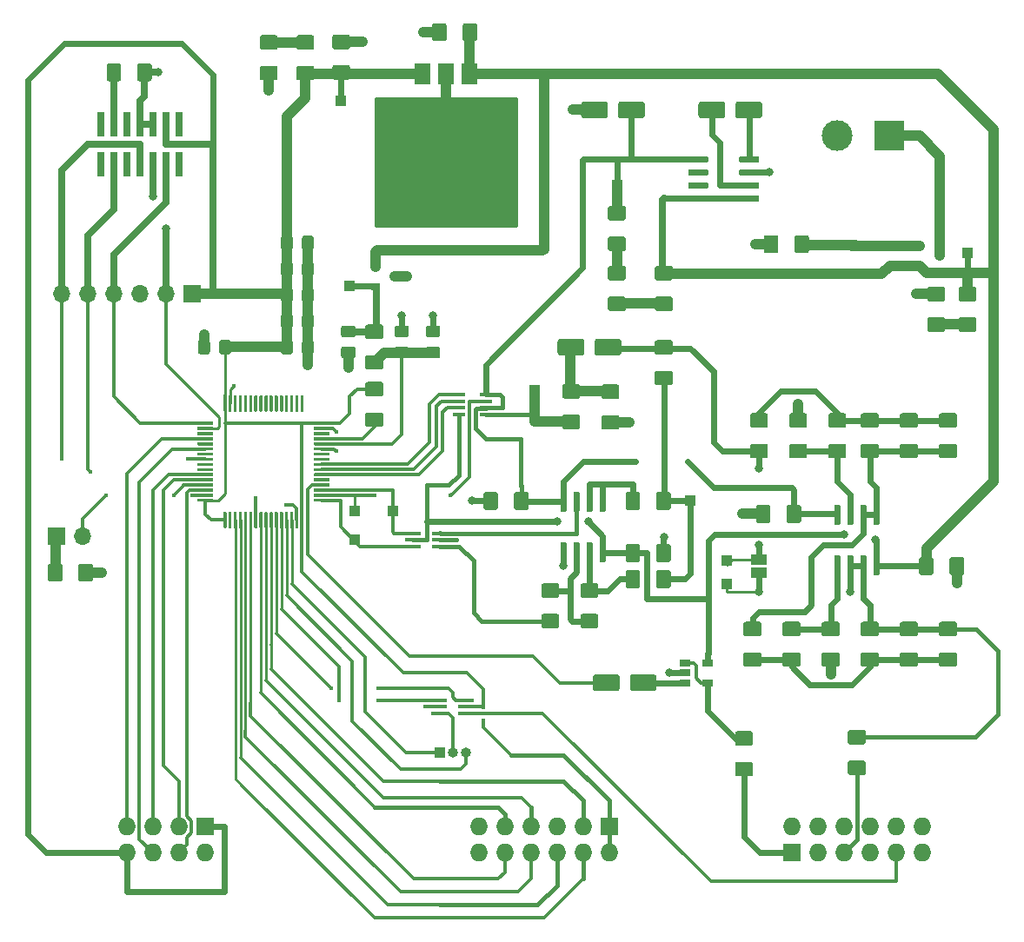
<source format=gbr>
G04 #@! TF.GenerationSoftware,KiCad,Pcbnew,(5.1.5-0-10_14)*
G04 #@! TF.CreationDate,2020-03-04T03:31:15+00:00*
G04 #@! TF.ProjectId,FunctionGeneratorCortexM4,46756e63-7469-46f6-9e47-656e65726174,rev?*
G04 #@! TF.SameCoordinates,Original*
G04 #@! TF.FileFunction,Copper,L1,Top*
G04 #@! TF.FilePolarity,Positive*
%FSLAX46Y46*%
G04 Gerber Fmt 4.6, Leading zero omitted, Abs format (unit mm)*
G04 Created by KiCad (PCBNEW (5.1.5-0-10_14)) date 2020-03-04 03:31:15*
%MOMM*%
%LPD*%
G04 APERTURE LIST*
%ADD10O,1.727200X1.727200*%
%ADD11R,1.727200X1.727200*%
%ADD12R,1.060000X0.650000*%
%ADD13C,0.100000*%
%ADD14R,0.900000X0.800000*%
%ADD15R,1.500000X2.000000*%
%ADD16R,3.800000X2.000000*%
%ADD17R,1.000000X1.000000*%
%ADD18R,1.500000X0.400000*%
%ADD19R,1.100000X1.100000*%
%ADD20R,1.220000X0.400000*%
%ADD21R,1.500000X1.000000*%
%ADD22O,1.700000X1.700000*%
%ADD23R,1.700000X1.700000*%
%ADD24R,0.740000X2.400000*%
%ADD25O,1.000000X1.000000*%
%ADD26C,3.000000*%
%ADD27R,3.000000X3.000000*%
%ADD28C,0.400000*%
%ADD29C,0.800000*%
%ADD30C,0.650000*%
%ADD31C,0.600000*%
%ADD32C,1.000000*%
%ADD33C,0.300000*%
%ADD34C,0.400000*%
%ADD35C,0.250000*%
%ADD36C,0.254000*%
G04 APERTURE END LIST*
D10*
X190500000Y-124460000D03*
X190500000Y-127000000D03*
X187960000Y-124460000D03*
X187960000Y-127000000D03*
X185420000Y-124460000D03*
X185420000Y-127000000D03*
X182880000Y-124460000D03*
X182880000Y-127000000D03*
X180340000Y-124460000D03*
X180340000Y-127000000D03*
X177800000Y-124460000D03*
D11*
X177800000Y-127000000D03*
D12*
X169629000Y-108524000D03*
X169629000Y-110424000D03*
X167429000Y-110424000D03*
X167429000Y-109474000D03*
X167429000Y-108524000D03*
G04 #@! TA.AperFunction,SMDPad,CuDef*
D13*
G36*
X173814004Y-115149204D02*
G01*
X173838273Y-115152804D01*
X173862071Y-115158765D01*
X173885171Y-115167030D01*
X173907349Y-115177520D01*
X173928393Y-115190133D01*
X173948098Y-115204747D01*
X173966277Y-115221223D01*
X173982753Y-115239402D01*
X173997367Y-115259107D01*
X174009980Y-115280151D01*
X174020470Y-115302329D01*
X174028735Y-115325429D01*
X174034696Y-115349227D01*
X174038296Y-115373496D01*
X174039500Y-115398000D01*
X174039500Y-116323000D01*
X174038296Y-116347504D01*
X174034696Y-116371773D01*
X174028735Y-116395571D01*
X174020470Y-116418671D01*
X174009980Y-116440849D01*
X173997367Y-116461893D01*
X173982753Y-116481598D01*
X173966277Y-116499777D01*
X173948098Y-116516253D01*
X173928393Y-116530867D01*
X173907349Y-116543480D01*
X173885171Y-116553970D01*
X173862071Y-116562235D01*
X173838273Y-116568196D01*
X173814004Y-116571796D01*
X173789500Y-116573000D01*
X172539500Y-116573000D01*
X172514996Y-116571796D01*
X172490727Y-116568196D01*
X172466929Y-116562235D01*
X172443829Y-116553970D01*
X172421651Y-116543480D01*
X172400607Y-116530867D01*
X172380902Y-116516253D01*
X172362723Y-116499777D01*
X172346247Y-116481598D01*
X172331633Y-116461893D01*
X172319020Y-116440849D01*
X172308530Y-116418671D01*
X172300265Y-116395571D01*
X172294304Y-116371773D01*
X172290704Y-116347504D01*
X172289500Y-116323000D01*
X172289500Y-115398000D01*
X172290704Y-115373496D01*
X172294304Y-115349227D01*
X172300265Y-115325429D01*
X172308530Y-115302329D01*
X172319020Y-115280151D01*
X172331633Y-115259107D01*
X172346247Y-115239402D01*
X172362723Y-115221223D01*
X172380902Y-115204747D01*
X172400607Y-115190133D01*
X172421651Y-115177520D01*
X172443829Y-115167030D01*
X172466929Y-115158765D01*
X172490727Y-115152804D01*
X172514996Y-115149204D01*
X172539500Y-115148000D01*
X173789500Y-115148000D01*
X173814004Y-115149204D01*
G37*
G04 #@! TD.AperFunction*
G04 #@! TA.AperFunction,SMDPad,CuDef*
G36*
X173814004Y-118124204D02*
G01*
X173838273Y-118127804D01*
X173862071Y-118133765D01*
X173885171Y-118142030D01*
X173907349Y-118152520D01*
X173928393Y-118165133D01*
X173948098Y-118179747D01*
X173966277Y-118196223D01*
X173982753Y-118214402D01*
X173997367Y-118234107D01*
X174009980Y-118255151D01*
X174020470Y-118277329D01*
X174028735Y-118300429D01*
X174034696Y-118324227D01*
X174038296Y-118348496D01*
X174039500Y-118373000D01*
X174039500Y-119298000D01*
X174038296Y-119322504D01*
X174034696Y-119346773D01*
X174028735Y-119370571D01*
X174020470Y-119393671D01*
X174009980Y-119415849D01*
X173997367Y-119436893D01*
X173982753Y-119456598D01*
X173966277Y-119474777D01*
X173948098Y-119491253D01*
X173928393Y-119505867D01*
X173907349Y-119518480D01*
X173885171Y-119528970D01*
X173862071Y-119537235D01*
X173838273Y-119543196D01*
X173814004Y-119546796D01*
X173789500Y-119548000D01*
X172539500Y-119548000D01*
X172514996Y-119546796D01*
X172490727Y-119543196D01*
X172466929Y-119537235D01*
X172443829Y-119528970D01*
X172421651Y-119518480D01*
X172400607Y-119505867D01*
X172380902Y-119491253D01*
X172362723Y-119474777D01*
X172346247Y-119456598D01*
X172331633Y-119436893D01*
X172319020Y-119415849D01*
X172308530Y-119393671D01*
X172300265Y-119370571D01*
X172294304Y-119346773D01*
X172290704Y-119322504D01*
X172289500Y-119298000D01*
X172289500Y-118373000D01*
X172290704Y-118348496D01*
X172294304Y-118324227D01*
X172300265Y-118300429D01*
X172308530Y-118277329D01*
X172319020Y-118255151D01*
X172331633Y-118234107D01*
X172346247Y-118214402D01*
X172362723Y-118196223D01*
X172380902Y-118179747D01*
X172400607Y-118165133D01*
X172421651Y-118152520D01*
X172443829Y-118142030D01*
X172466929Y-118133765D01*
X172490727Y-118127804D01*
X172514996Y-118124204D01*
X172539500Y-118123000D01*
X173789500Y-118123000D01*
X173814004Y-118124204D01*
G37*
G04 #@! TD.AperFunction*
G04 #@! TA.AperFunction,SMDPad,CuDef*
G36*
X160818504Y-109627704D02*
G01*
X160842773Y-109631304D01*
X160866571Y-109637265D01*
X160889671Y-109645530D01*
X160911849Y-109656020D01*
X160932893Y-109668633D01*
X160952598Y-109683247D01*
X160970777Y-109699723D01*
X160987253Y-109717902D01*
X161001867Y-109737607D01*
X161014480Y-109758651D01*
X161024970Y-109780829D01*
X161033235Y-109803929D01*
X161039196Y-109827727D01*
X161042796Y-109851996D01*
X161044000Y-109876500D01*
X161044000Y-110976500D01*
X161042796Y-111001004D01*
X161039196Y-111025273D01*
X161033235Y-111049071D01*
X161024970Y-111072171D01*
X161014480Y-111094349D01*
X161001867Y-111115393D01*
X160987253Y-111135098D01*
X160970777Y-111153277D01*
X160952598Y-111169753D01*
X160932893Y-111184367D01*
X160911849Y-111196980D01*
X160889671Y-111207470D01*
X160866571Y-111215735D01*
X160842773Y-111221696D01*
X160818504Y-111225296D01*
X160794000Y-111226500D01*
X158694000Y-111226500D01*
X158669496Y-111225296D01*
X158645227Y-111221696D01*
X158621429Y-111215735D01*
X158598329Y-111207470D01*
X158576151Y-111196980D01*
X158555107Y-111184367D01*
X158535402Y-111169753D01*
X158517223Y-111153277D01*
X158500747Y-111135098D01*
X158486133Y-111115393D01*
X158473520Y-111094349D01*
X158463030Y-111072171D01*
X158454765Y-111049071D01*
X158448804Y-111025273D01*
X158445204Y-111001004D01*
X158444000Y-110976500D01*
X158444000Y-109876500D01*
X158445204Y-109851996D01*
X158448804Y-109827727D01*
X158454765Y-109803929D01*
X158463030Y-109780829D01*
X158473520Y-109758651D01*
X158486133Y-109737607D01*
X158500747Y-109717902D01*
X158517223Y-109699723D01*
X158535402Y-109683247D01*
X158555107Y-109668633D01*
X158576151Y-109656020D01*
X158598329Y-109645530D01*
X158621429Y-109637265D01*
X158645227Y-109631304D01*
X158669496Y-109627704D01*
X158694000Y-109626500D01*
X160794000Y-109626500D01*
X160818504Y-109627704D01*
G37*
G04 #@! TD.AperFunction*
G04 #@! TA.AperFunction,SMDPad,CuDef*
G36*
X164418504Y-109627704D02*
G01*
X164442773Y-109631304D01*
X164466571Y-109637265D01*
X164489671Y-109645530D01*
X164511849Y-109656020D01*
X164532893Y-109668633D01*
X164552598Y-109683247D01*
X164570777Y-109699723D01*
X164587253Y-109717902D01*
X164601867Y-109737607D01*
X164614480Y-109758651D01*
X164624970Y-109780829D01*
X164633235Y-109803929D01*
X164639196Y-109827727D01*
X164642796Y-109851996D01*
X164644000Y-109876500D01*
X164644000Y-110976500D01*
X164642796Y-111001004D01*
X164639196Y-111025273D01*
X164633235Y-111049071D01*
X164624970Y-111072171D01*
X164614480Y-111094349D01*
X164601867Y-111115393D01*
X164587253Y-111135098D01*
X164570777Y-111153277D01*
X164552598Y-111169753D01*
X164532893Y-111184367D01*
X164511849Y-111196980D01*
X164489671Y-111207470D01*
X164466571Y-111215735D01*
X164442773Y-111221696D01*
X164418504Y-111225296D01*
X164394000Y-111226500D01*
X162294000Y-111226500D01*
X162269496Y-111225296D01*
X162245227Y-111221696D01*
X162221429Y-111215735D01*
X162198329Y-111207470D01*
X162176151Y-111196980D01*
X162155107Y-111184367D01*
X162135402Y-111169753D01*
X162117223Y-111153277D01*
X162100747Y-111135098D01*
X162086133Y-111115393D01*
X162073520Y-111094349D01*
X162063030Y-111072171D01*
X162054765Y-111049071D01*
X162048804Y-111025273D01*
X162045204Y-111001004D01*
X162044000Y-110976500D01*
X162044000Y-109876500D01*
X162045204Y-109851996D01*
X162048804Y-109827727D01*
X162054765Y-109803929D01*
X162063030Y-109780829D01*
X162073520Y-109758651D01*
X162086133Y-109737607D01*
X162100747Y-109717902D01*
X162117223Y-109699723D01*
X162135402Y-109683247D01*
X162155107Y-109668633D01*
X162176151Y-109656020D01*
X162198329Y-109645530D01*
X162221429Y-109637265D01*
X162245227Y-109631304D01*
X162269496Y-109627704D01*
X162294000Y-109626500D01*
X164394000Y-109626500D01*
X164418504Y-109627704D01*
G37*
G04 #@! TD.AperFunction*
G04 #@! TA.AperFunction,SMDPad,CuDef*
G36*
X131078504Y-47331204D02*
G01*
X131102773Y-47334804D01*
X131126571Y-47340765D01*
X131149671Y-47349030D01*
X131171849Y-47359520D01*
X131192893Y-47372133D01*
X131212598Y-47386747D01*
X131230777Y-47403223D01*
X131247253Y-47421402D01*
X131261867Y-47441107D01*
X131274480Y-47462151D01*
X131284970Y-47484329D01*
X131293235Y-47507429D01*
X131299196Y-47531227D01*
X131302796Y-47555496D01*
X131304000Y-47580000D01*
X131304000Y-48505000D01*
X131302796Y-48529504D01*
X131299196Y-48553773D01*
X131293235Y-48577571D01*
X131284970Y-48600671D01*
X131274480Y-48622849D01*
X131261867Y-48643893D01*
X131247253Y-48663598D01*
X131230777Y-48681777D01*
X131212598Y-48698253D01*
X131192893Y-48712867D01*
X131171849Y-48725480D01*
X131149671Y-48735970D01*
X131126571Y-48744235D01*
X131102773Y-48750196D01*
X131078504Y-48753796D01*
X131054000Y-48755000D01*
X129804000Y-48755000D01*
X129779496Y-48753796D01*
X129755227Y-48750196D01*
X129731429Y-48744235D01*
X129708329Y-48735970D01*
X129686151Y-48725480D01*
X129665107Y-48712867D01*
X129645402Y-48698253D01*
X129627223Y-48681777D01*
X129610747Y-48663598D01*
X129596133Y-48643893D01*
X129583520Y-48622849D01*
X129573030Y-48600671D01*
X129564765Y-48577571D01*
X129558804Y-48553773D01*
X129555204Y-48529504D01*
X129554000Y-48505000D01*
X129554000Y-47580000D01*
X129555204Y-47555496D01*
X129558804Y-47531227D01*
X129564765Y-47507429D01*
X129573030Y-47484329D01*
X129583520Y-47462151D01*
X129596133Y-47441107D01*
X129610747Y-47421402D01*
X129627223Y-47403223D01*
X129645402Y-47386747D01*
X129665107Y-47372133D01*
X129686151Y-47359520D01*
X129708329Y-47349030D01*
X129731429Y-47340765D01*
X129755227Y-47334804D01*
X129779496Y-47331204D01*
X129804000Y-47330000D01*
X131054000Y-47330000D01*
X131078504Y-47331204D01*
G37*
G04 #@! TD.AperFunction*
G04 #@! TA.AperFunction,SMDPad,CuDef*
G36*
X131078504Y-50306204D02*
G01*
X131102773Y-50309804D01*
X131126571Y-50315765D01*
X131149671Y-50324030D01*
X131171849Y-50334520D01*
X131192893Y-50347133D01*
X131212598Y-50361747D01*
X131230777Y-50378223D01*
X131247253Y-50396402D01*
X131261867Y-50416107D01*
X131274480Y-50437151D01*
X131284970Y-50459329D01*
X131293235Y-50482429D01*
X131299196Y-50506227D01*
X131302796Y-50530496D01*
X131304000Y-50555000D01*
X131304000Y-51480000D01*
X131302796Y-51504504D01*
X131299196Y-51528773D01*
X131293235Y-51552571D01*
X131284970Y-51575671D01*
X131274480Y-51597849D01*
X131261867Y-51618893D01*
X131247253Y-51638598D01*
X131230777Y-51656777D01*
X131212598Y-51673253D01*
X131192893Y-51687867D01*
X131171849Y-51700480D01*
X131149671Y-51710970D01*
X131126571Y-51719235D01*
X131102773Y-51725196D01*
X131078504Y-51728796D01*
X131054000Y-51730000D01*
X129804000Y-51730000D01*
X129779496Y-51728796D01*
X129755227Y-51725196D01*
X129731429Y-51719235D01*
X129708329Y-51710970D01*
X129686151Y-51700480D01*
X129665107Y-51687867D01*
X129645402Y-51673253D01*
X129627223Y-51656777D01*
X129610747Y-51638598D01*
X129596133Y-51618893D01*
X129583520Y-51597849D01*
X129573030Y-51575671D01*
X129564765Y-51552571D01*
X129558804Y-51528773D01*
X129555204Y-51504504D01*
X129554000Y-51480000D01*
X129554000Y-50555000D01*
X129555204Y-50530496D01*
X129558804Y-50506227D01*
X129564765Y-50482429D01*
X129573030Y-50459329D01*
X129583520Y-50437151D01*
X129596133Y-50416107D01*
X129610747Y-50396402D01*
X129627223Y-50378223D01*
X129645402Y-50361747D01*
X129665107Y-50347133D01*
X129686151Y-50334520D01*
X129708329Y-50324030D01*
X129731429Y-50315765D01*
X129755227Y-50309804D01*
X129779496Y-50306204D01*
X129804000Y-50305000D01*
X131054000Y-50305000D01*
X131078504Y-50306204D01*
G37*
G04 #@! TD.AperFunction*
G04 #@! TA.AperFunction,SMDPad,CuDef*
G36*
X161431504Y-66943204D02*
G01*
X161455773Y-66946804D01*
X161479571Y-66952765D01*
X161502671Y-66961030D01*
X161524849Y-66971520D01*
X161545893Y-66984133D01*
X161565598Y-66998747D01*
X161583777Y-67015223D01*
X161600253Y-67033402D01*
X161614867Y-67053107D01*
X161627480Y-67074151D01*
X161637970Y-67096329D01*
X161646235Y-67119429D01*
X161652196Y-67143227D01*
X161655796Y-67167496D01*
X161657000Y-67192000D01*
X161657000Y-68117000D01*
X161655796Y-68141504D01*
X161652196Y-68165773D01*
X161646235Y-68189571D01*
X161637970Y-68212671D01*
X161627480Y-68234849D01*
X161614867Y-68255893D01*
X161600253Y-68275598D01*
X161583777Y-68293777D01*
X161565598Y-68310253D01*
X161545893Y-68324867D01*
X161524849Y-68337480D01*
X161502671Y-68347970D01*
X161479571Y-68356235D01*
X161455773Y-68362196D01*
X161431504Y-68365796D01*
X161407000Y-68367000D01*
X160157000Y-68367000D01*
X160132496Y-68365796D01*
X160108227Y-68362196D01*
X160084429Y-68356235D01*
X160061329Y-68347970D01*
X160039151Y-68337480D01*
X160018107Y-68324867D01*
X159998402Y-68310253D01*
X159980223Y-68293777D01*
X159963747Y-68275598D01*
X159949133Y-68255893D01*
X159936520Y-68234849D01*
X159926030Y-68212671D01*
X159917765Y-68189571D01*
X159911804Y-68165773D01*
X159908204Y-68141504D01*
X159907000Y-68117000D01*
X159907000Y-67192000D01*
X159908204Y-67167496D01*
X159911804Y-67143227D01*
X159917765Y-67119429D01*
X159926030Y-67096329D01*
X159936520Y-67074151D01*
X159949133Y-67053107D01*
X159963747Y-67033402D01*
X159980223Y-67015223D01*
X159998402Y-66998747D01*
X160018107Y-66984133D01*
X160039151Y-66971520D01*
X160061329Y-66961030D01*
X160084429Y-66952765D01*
X160108227Y-66946804D01*
X160132496Y-66943204D01*
X160157000Y-66942000D01*
X161407000Y-66942000D01*
X161431504Y-66943204D01*
G37*
G04 #@! TD.AperFunction*
G04 #@! TA.AperFunction,SMDPad,CuDef*
G36*
X161431504Y-63968204D02*
G01*
X161455773Y-63971804D01*
X161479571Y-63977765D01*
X161502671Y-63986030D01*
X161524849Y-63996520D01*
X161545893Y-64009133D01*
X161565598Y-64023747D01*
X161583777Y-64040223D01*
X161600253Y-64058402D01*
X161614867Y-64078107D01*
X161627480Y-64099151D01*
X161637970Y-64121329D01*
X161646235Y-64144429D01*
X161652196Y-64168227D01*
X161655796Y-64192496D01*
X161657000Y-64217000D01*
X161657000Y-65142000D01*
X161655796Y-65166504D01*
X161652196Y-65190773D01*
X161646235Y-65214571D01*
X161637970Y-65237671D01*
X161627480Y-65259849D01*
X161614867Y-65280893D01*
X161600253Y-65300598D01*
X161583777Y-65318777D01*
X161565598Y-65335253D01*
X161545893Y-65349867D01*
X161524849Y-65362480D01*
X161502671Y-65372970D01*
X161479571Y-65381235D01*
X161455773Y-65387196D01*
X161431504Y-65390796D01*
X161407000Y-65392000D01*
X160157000Y-65392000D01*
X160132496Y-65390796D01*
X160108227Y-65387196D01*
X160084429Y-65381235D01*
X160061329Y-65372970D01*
X160039151Y-65362480D01*
X160018107Y-65349867D01*
X159998402Y-65335253D01*
X159980223Y-65318777D01*
X159963747Y-65300598D01*
X159949133Y-65280893D01*
X159936520Y-65259849D01*
X159926030Y-65237671D01*
X159917765Y-65214571D01*
X159911804Y-65190773D01*
X159908204Y-65166504D01*
X159907000Y-65142000D01*
X159907000Y-64217000D01*
X159908204Y-64192496D01*
X159911804Y-64168227D01*
X159917765Y-64144429D01*
X159926030Y-64121329D01*
X159936520Y-64099151D01*
X159949133Y-64078107D01*
X159963747Y-64058402D01*
X159980223Y-64040223D01*
X159998402Y-64023747D01*
X160018107Y-64009133D01*
X160039151Y-63996520D01*
X160061329Y-63986030D01*
X160084429Y-63977765D01*
X160108227Y-63971804D01*
X160132496Y-63968204D01*
X160157000Y-63967000D01*
X161407000Y-63967000D01*
X161431504Y-63968204D01*
G37*
G04 #@! TD.AperFunction*
G04 #@! TA.AperFunction,SMDPad,CuDef*
G36*
X195594504Y-74817204D02*
G01*
X195618773Y-74820804D01*
X195642571Y-74826765D01*
X195665671Y-74835030D01*
X195687849Y-74845520D01*
X195708893Y-74858133D01*
X195728598Y-74872747D01*
X195746777Y-74889223D01*
X195763253Y-74907402D01*
X195777867Y-74927107D01*
X195790480Y-74948151D01*
X195800970Y-74970329D01*
X195809235Y-74993429D01*
X195815196Y-75017227D01*
X195818796Y-75041496D01*
X195820000Y-75066000D01*
X195820000Y-75991000D01*
X195818796Y-76015504D01*
X195815196Y-76039773D01*
X195809235Y-76063571D01*
X195800970Y-76086671D01*
X195790480Y-76108849D01*
X195777867Y-76129893D01*
X195763253Y-76149598D01*
X195746777Y-76167777D01*
X195728598Y-76184253D01*
X195708893Y-76198867D01*
X195687849Y-76211480D01*
X195665671Y-76221970D01*
X195642571Y-76230235D01*
X195618773Y-76236196D01*
X195594504Y-76239796D01*
X195570000Y-76241000D01*
X194320000Y-76241000D01*
X194295496Y-76239796D01*
X194271227Y-76236196D01*
X194247429Y-76230235D01*
X194224329Y-76221970D01*
X194202151Y-76211480D01*
X194181107Y-76198867D01*
X194161402Y-76184253D01*
X194143223Y-76167777D01*
X194126747Y-76149598D01*
X194112133Y-76129893D01*
X194099520Y-76108849D01*
X194089030Y-76086671D01*
X194080765Y-76063571D01*
X194074804Y-76039773D01*
X194071204Y-76015504D01*
X194070000Y-75991000D01*
X194070000Y-75066000D01*
X194071204Y-75041496D01*
X194074804Y-75017227D01*
X194080765Y-74993429D01*
X194089030Y-74970329D01*
X194099520Y-74948151D01*
X194112133Y-74927107D01*
X194126747Y-74907402D01*
X194143223Y-74889223D01*
X194161402Y-74872747D01*
X194181107Y-74858133D01*
X194202151Y-74845520D01*
X194224329Y-74835030D01*
X194247429Y-74826765D01*
X194271227Y-74820804D01*
X194295496Y-74817204D01*
X194320000Y-74816000D01*
X195570000Y-74816000D01*
X195594504Y-74817204D01*
G37*
G04 #@! TD.AperFunction*
G04 #@! TA.AperFunction,SMDPad,CuDef*
G36*
X195594504Y-71842204D02*
G01*
X195618773Y-71845804D01*
X195642571Y-71851765D01*
X195665671Y-71860030D01*
X195687849Y-71870520D01*
X195708893Y-71883133D01*
X195728598Y-71897747D01*
X195746777Y-71914223D01*
X195763253Y-71932402D01*
X195777867Y-71952107D01*
X195790480Y-71973151D01*
X195800970Y-71995329D01*
X195809235Y-72018429D01*
X195815196Y-72042227D01*
X195818796Y-72066496D01*
X195820000Y-72091000D01*
X195820000Y-73016000D01*
X195818796Y-73040504D01*
X195815196Y-73064773D01*
X195809235Y-73088571D01*
X195800970Y-73111671D01*
X195790480Y-73133849D01*
X195777867Y-73154893D01*
X195763253Y-73174598D01*
X195746777Y-73192777D01*
X195728598Y-73209253D01*
X195708893Y-73223867D01*
X195687849Y-73236480D01*
X195665671Y-73246970D01*
X195642571Y-73255235D01*
X195618773Y-73261196D01*
X195594504Y-73264796D01*
X195570000Y-73266000D01*
X194320000Y-73266000D01*
X194295496Y-73264796D01*
X194271227Y-73261196D01*
X194247429Y-73255235D01*
X194224329Y-73246970D01*
X194202151Y-73236480D01*
X194181107Y-73223867D01*
X194161402Y-73209253D01*
X194143223Y-73192777D01*
X194126747Y-73174598D01*
X194112133Y-73154893D01*
X194099520Y-73133849D01*
X194089030Y-73111671D01*
X194080765Y-73088571D01*
X194074804Y-73064773D01*
X194071204Y-73040504D01*
X194070000Y-73016000D01*
X194070000Y-72091000D01*
X194071204Y-72066496D01*
X194074804Y-72042227D01*
X194080765Y-72018429D01*
X194089030Y-71995329D01*
X194099520Y-71973151D01*
X194112133Y-71952107D01*
X194126747Y-71932402D01*
X194143223Y-71914223D01*
X194161402Y-71897747D01*
X194181107Y-71883133D01*
X194202151Y-71870520D01*
X194224329Y-71860030D01*
X194247429Y-71851765D01*
X194271227Y-71845804D01*
X194295496Y-71842204D01*
X194320000Y-71841000D01*
X195570000Y-71841000D01*
X195594504Y-71842204D01*
G37*
G04 #@! TD.AperFunction*
G04 #@! TA.AperFunction,SMDPad,CuDef*
G36*
X127522504Y-47331204D02*
G01*
X127546773Y-47334804D01*
X127570571Y-47340765D01*
X127593671Y-47349030D01*
X127615849Y-47359520D01*
X127636893Y-47372133D01*
X127656598Y-47386747D01*
X127674777Y-47403223D01*
X127691253Y-47421402D01*
X127705867Y-47441107D01*
X127718480Y-47462151D01*
X127728970Y-47484329D01*
X127737235Y-47507429D01*
X127743196Y-47531227D01*
X127746796Y-47555496D01*
X127748000Y-47580000D01*
X127748000Y-48505000D01*
X127746796Y-48529504D01*
X127743196Y-48553773D01*
X127737235Y-48577571D01*
X127728970Y-48600671D01*
X127718480Y-48622849D01*
X127705867Y-48643893D01*
X127691253Y-48663598D01*
X127674777Y-48681777D01*
X127656598Y-48698253D01*
X127636893Y-48712867D01*
X127615849Y-48725480D01*
X127593671Y-48735970D01*
X127570571Y-48744235D01*
X127546773Y-48750196D01*
X127522504Y-48753796D01*
X127498000Y-48755000D01*
X126248000Y-48755000D01*
X126223496Y-48753796D01*
X126199227Y-48750196D01*
X126175429Y-48744235D01*
X126152329Y-48735970D01*
X126130151Y-48725480D01*
X126109107Y-48712867D01*
X126089402Y-48698253D01*
X126071223Y-48681777D01*
X126054747Y-48663598D01*
X126040133Y-48643893D01*
X126027520Y-48622849D01*
X126017030Y-48600671D01*
X126008765Y-48577571D01*
X126002804Y-48553773D01*
X125999204Y-48529504D01*
X125998000Y-48505000D01*
X125998000Y-47580000D01*
X125999204Y-47555496D01*
X126002804Y-47531227D01*
X126008765Y-47507429D01*
X126017030Y-47484329D01*
X126027520Y-47462151D01*
X126040133Y-47441107D01*
X126054747Y-47421402D01*
X126071223Y-47403223D01*
X126089402Y-47386747D01*
X126109107Y-47372133D01*
X126130151Y-47359520D01*
X126152329Y-47349030D01*
X126175429Y-47340765D01*
X126199227Y-47334804D01*
X126223496Y-47331204D01*
X126248000Y-47330000D01*
X127498000Y-47330000D01*
X127522504Y-47331204D01*
G37*
G04 #@! TD.AperFunction*
G04 #@! TA.AperFunction,SMDPad,CuDef*
G36*
X127522504Y-50306204D02*
G01*
X127546773Y-50309804D01*
X127570571Y-50315765D01*
X127593671Y-50324030D01*
X127615849Y-50334520D01*
X127636893Y-50347133D01*
X127656598Y-50361747D01*
X127674777Y-50378223D01*
X127691253Y-50396402D01*
X127705867Y-50416107D01*
X127718480Y-50437151D01*
X127728970Y-50459329D01*
X127737235Y-50482429D01*
X127743196Y-50506227D01*
X127746796Y-50530496D01*
X127748000Y-50555000D01*
X127748000Y-51480000D01*
X127746796Y-51504504D01*
X127743196Y-51528773D01*
X127737235Y-51552571D01*
X127728970Y-51575671D01*
X127718480Y-51597849D01*
X127705867Y-51618893D01*
X127691253Y-51638598D01*
X127674777Y-51656777D01*
X127656598Y-51673253D01*
X127636893Y-51687867D01*
X127615849Y-51700480D01*
X127593671Y-51710970D01*
X127570571Y-51719235D01*
X127546773Y-51725196D01*
X127522504Y-51728796D01*
X127498000Y-51730000D01*
X126248000Y-51730000D01*
X126223496Y-51728796D01*
X126199227Y-51725196D01*
X126175429Y-51719235D01*
X126152329Y-51710970D01*
X126130151Y-51700480D01*
X126109107Y-51687867D01*
X126089402Y-51673253D01*
X126071223Y-51656777D01*
X126054747Y-51638598D01*
X126040133Y-51618893D01*
X126027520Y-51597849D01*
X126017030Y-51575671D01*
X126008765Y-51552571D01*
X126002804Y-51528773D01*
X125999204Y-51504504D01*
X125998000Y-51480000D01*
X125998000Y-50555000D01*
X125999204Y-50530496D01*
X126002804Y-50506227D01*
X126008765Y-50482429D01*
X126017030Y-50459329D01*
X126027520Y-50437151D01*
X126040133Y-50416107D01*
X126054747Y-50396402D01*
X126071223Y-50378223D01*
X126089402Y-50361747D01*
X126109107Y-50347133D01*
X126130151Y-50334520D01*
X126152329Y-50324030D01*
X126175429Y-50315765D01*
X126199227Y-50309804D01*
X126223496Y-50306204D01*
X126248000Y-50305000D01*
X127498000Y-50305000D01*
X127522504Y-50306204D01*
G37*
G04 #@! TD.AperFunction*
G04 #@! TA.AperFunction,SMDPad,CuDef*
G36*
X161431504Y-72785204D02*
G01*
X161455773Y-72788804D01*
X161479571Y-72794765D01*
X161502671Y-72803030D01*
X161524849Y-72813520D01*
X161545893Y-72826133D01*
X161565598Y-72840747D01*
X161583777Y-72857223D01*
X161600253Y-72875402D01*
X161614867Y-72895107D01*
X161627480Y-72916151D01*
X161637970Y-72938329D01*
X161646235Y-72961429D01*
X161652196Y-72985227D01*
X161655796Y-73009496D01*
X161657000Y-73034000D01*
X161657000Y-73959000D01*
X161655796Y-73983504D01*
X161652196Y-74007773D01*
X161646235Y-74031571D01*
X161637970Y-74054671D01*
X161627480Y-74076849D01*
X161614867Y-74097893D01*
X161600253Y-74117598D01*
X161583777Y-74135777D01*
X161565598Y-74152253D01*
X161545893Y-74166867D01*
X161524849Y-74179480D01*
X161502671Y-74189970D01*
X161479571Y-74198235D01*
X161455773Y-74204196D01*
X161431504Y-74207796D01*
X161407000Y-74209000D01*
X160157000Y-74209000D01*
X160132496Y-74207796D01*
X160108227Y-74204196D01*
X160084429Y-74198235D01*
X160061329Y-74189970D01*
X160039151Y-74179480D01*
X160018107Y-74166867D01*
X159998402Y-74152253D01*
X159980223Y-74135777D01*
X159963747Y-74117598D01*
X159949133Y-74097893D01*
X159936520Y-74076849D01*
X159926030Y-74054671D01*
X159917765Y-74031571D01*
X159911804Y-74007773D01*
X159908204Y-73983504D01*
X159907000Y-73959000D01*
X159907000Y-73034000D01*
X159908204Y-73009496D01*
X159911804Y-72985227D01*
X159917765Y-72961429D01*
X159926030Y-72938329D01*
X159936520Y-72916151D01*
X159949133Y-72895107D01*
X159963747Y-72875402D01*
X159980223Y-72857223D01*
X159998402Y-72840747D01*
X160018107Y-72826133D01*
X160039151Y-72813520D01*
X160061329Y-72803030D01*
X160084429Y-72794765D01*
X160108227Y-72788804D01*
X160132496Y-72785204D01*
X160157000Y-72784000D01*
X161407000Y-72784000D01*
X161431504Y-72785204D01*
G37*
G04 #@! TD.AperFunction*
G04 #@! TA.AperFunction,SMDPad,CuDef*
G36*
X161431504Y-69810204D02*
G01*
X161455773Y-69813804D01*
X161479571Y-69819765D01*
X161502671Y-69828030D01*
X161524849Y-69838520D01*
X161545893Y-69851133D01*
X161565598Y-69865747D01*
X161583777Y-69882223D01*
X161600253Y-69900402D01*
X161614867Y-69920107D01*
X161627480Y-69941151D01*
X161637970Y-69963329D01*
X161646235Y-69986429D01*
X161652196Y-70010227D01*
X161655796Y-70034496D01*
X161657000Y-70059000D01*
X161657000Y-70984000D01*
X161655796Y-71008504D01*
X161652196Y-71032773D01*
X161646235Y-71056571D01*
X161637970Y-71079671D01*
X161627480Y-71101849D01*
X161614867Y-71122893D01*
X161600253Y-71142598D01*
X161583777Y-71160777D01*
X161565598Y-71177253D01*
X161545893Y-71191867D01*
X161524849Y-71204480D01*
X161502671Y-71214970D01*
X161479571Y-71223235D01*
X161455773Y-71229196D01*
X161431504Y-71232796D01*
X161407000Y-71234000D01*
X160157000Y-71234000D01*
X160132496Y-71232796D01*
X160108227Y-71229196D01*
X160084429Y-71223235D01*
X160061329Y-71214970D01*
X160039151Y-71204480D01*
X160018107Y-71191867D01*
X159998402Y-71177253D01*
X159980223Y-71160777D01*
X159963747Y-71142598D01*
X159949133Y-71122893D01*
X159936520Y-71101849D01*
X159926030Y-71079671D01*
X159917765Y-71056571D01*
X159911804Y-71032773D01*
X159908204Y-71008504D01*
X159907000Y-70984000D01*
X159907000Y-70059000D01*
X159908204Y-70034496D01*
X159911804Y-70010227D01*
X159917765Y-69986429D01*
X159926030Y-69963329D01*
X159936520Y-69941151D01*
X159949133Y-69920107D01*
X159963747Y-69900402D01*
X159980223Y-69882223D01*
X159998402Y-69865747D01*
X160018107Y-69851133D01*
X160039151Y-69838520D01*
X160061329Y-69828030D01*
X160084429Y-69819765D01*
X160108227Y-69813804D01*
X160132496Y-69810204D01*
X160157000Y-69809000D01*
X161407000Y-69809000D01*
X161431504Y-69810204D01*
G37*
G04 #@! TD.AperFunction*
G04 #@! TA.AperFunction,SMDPad,CuDef*
G36*
X192546504Y-74817204D02*
G01*
X192570773Y-74820804D01*
X192594571Y-74826765D01*
X192617671Y-74835030D01*
X192639849Y-74845520D01*
X192660893Y-74858133D01*
X192680598Y-74872747D01*
X192698777Y-74889223D01*
X192715253Y-74907402D01*
X192729867Y-74927107D01*
X192742480Y-74948151D01*
X192752970Y-74970329D01*
X192761235Y-74993429D01*
X192767196Y-75017227D01*
X192770796Y-75041496D01*
X192772000Y-75066000D01*
X192772000Y-75991000D01*
X192770796Y-76015504D01*
X192767196Y-76039773D01*
X192761235Y-76063571D01*
X192752970Y-76086671D01*
X192742480Y-76108849D01*
X192729867Y-76129893D01*
X192715253Y-76149598D01*
X192698777Y-76167777D01*
X192680598Y-76184253D01*
X192660893Y-76198867D01*
X192639849Y-76211480D01*
X192617671Y-76221970D01*
X192594571Y-76230235D01*
X192570773Y-76236196D01*
X192546504Y-76239796D01*
X192522000Y-76241000D01*
X191272000Y-76241000D01*
X191247496Y-76239796D01*
X191223227Y-76236196D01*
X191199429Y-76230235D01*
X191176329Y-76221970D01*
X191154151Y-76211480D01*
X191133107Y-76198867D01*
X191113402Y-76184253D01*
X191095223Y-76167777D01*
X191078747Y-76149598D01*
X191064133Y-76129893D01*
X191051520Y-76108849D01*
X191041030Y-76086671D01*
X191032765Y-76063571D01*
X191026804Y-76039773D01*
X191023204Y-76015504D01*
X191022000Y-75991000D01*
X191022000Y-75066000D01*
X191023204Y-75041496D01*
X191026804Y-75017227D01*
X191032765Y-74993429D01*
X191041030Y-74970329D01*
X191051520Y-74948151D01*
X191064133Y-74927107D01*
X191078747Y-74907402D01*
X191095223Y-74889223D01*
X191113402Y-74872747D01*
X191133107Y-74858133D01*
X191154151Y-74845520D01*
X191176329Y-74835030D01*
X191199429Y-74826765D01*
X191223227Y-74820804D01*
X191247496Y-74817204D01*
X191272000Y-74816000D01*
X192522000Y-74816000D01*
X192546504Y-74817204D01*
G37*
G04 #@! TD.AperFunction*
G04 #@! TA.AperFunction,SMDPad,CuDef*
G36*
X192546504Y-71842204D02*
G01*
X192570773Y-71845804D01*
X192594571Y-71851765D01*
X192617671Y-71860030D01*
X192639849Y-71870520D01*
X192660893Y-71883133D01*
X192680598Y-71897747D01*
X192698777Y-71914223D01*
X192715253Y-71932402D01*
X192729867Y-71952107D01*
X192742480Y-71973151D01*
X192752970Y-71995329D01*
X192761235Y-72018429D01*
X192767196Y-72042227D01*
X192770796Y-72066496D01*
X192772000Y-72091000D01*
X192772000Y-73016000D01*
X192770796Y-73040504D01*
X192767196Y-73064773D01*
X192761235Y-73088571D01*
X192752970Y-73111671D01*
X192742480Y-73133849D01*
X192729867Y-73154893D01*
X192715253Y-73174598D01*
X192698777Y-73192777D01*
X192680598Y-73209253D01*
X192660893Y-73223867D01*
X192639849Y-73236480D01*
X192617671Y-73246970D01*
X192594571Y-73255235D01*
X192570773Y-73261196D01*
X192546504Y-73264796D01*
X192522000Y-73266000D01*
X191272000Y-73266000D01*
X191247496Y-73264796D01*
X191223227Y-73261196D01*
X191199429Y-73255235D01*
X191176329Y-73246970D01*
X191154151Y-73236480D01*
X191133107Y-73223867D01*
X191113402Y-73209253D01*
X191095223Y-73192777D01*
X191078747Y-73174598D01*
X191064133Y-73154893D01*
X191051520Y-73133849D01*
X191041030Y-73111671D01*
X191032765Y-73088571D01*
X191026804Y-73064773D01*
X191023204Y-73040504D01*
X191022000Y-73016000D01*
X191022000Y-72091000D01*
X191023204Y-72066496D01*
X191026804Y-72042227D01*
X191032765Y-72018429D01*
X191041030Y-71995329D01*
X191051520Y-71973151D01*
X191064133Y-71952107D01*
X191078747Y-71932402D01*
X191095223Y-71914223D01*
X191113402Y-71897747D01*
X191133107Y-71883133D01*
X191154151Y-71870520D01*
X191176329Y-71860030D01*
X191199429Y-71851765D01*
X191223227Y-71845804D01*
X191247496Y-71842204D01*
X191272000Y-71841000D01*
X192522000Y-71841000D01*
X192546504Y-71842204D01*
G37*
G04 #@! TD.AperFunction*
G04 #@! TA.AperFunction,SMDPad,CuDef*
G36*
X169560703Y-62946722D02*
G01*
X169575264Y-62948882D01*
X169589543Y-62952459D01*
X169603403Y-62957418D01*
X169616710Y-62963712D01*
X169629336Y-62971280D01*
X169641159Y-62980048D01*
X169652066Y-62989934D01*
X169661952Y-63000841D01*
X169670720Y-63012664D01*
X169678288Y-63025290D01*
X169684582Y-63038597D01*
X169689541Y-63052457D01*
X169693118Y-63066736D01*
X169695278Y-63081297D01*
X169696000Y-63096000D01*
X169696000Y-63396000D01*
X169695278Y-63410703D01*
X169693118Y-63425264D01*
X169689541Y-63439543D01*
X169684582Y-63453403D01*
X169678288Y-63466710D01*
X169670720Y-63479336D01*
X169661952Y-63491159D01*
X169652066Y-63502066D01*
X169641159Y-63511952D01*
X169629336Y-63520720D01*
X169616710Y-63528288D01*
X169603403Y-63534582D01*
X169589543Y-63539541D01*
X169575264Y-63543118D01*
X169560703Y-63545278D01*
X169546000Y-63546000D01*
X167896000Y-63546000D01*
X167881297Y-63545278D01*
X167866736Y-63543118D01*
X167852457Y-63539541D01*
X167838597Y-63534582D01*
X167825290Y-63528288D01*
X167812664Y-63520720D01*
X167800841Y-63511952D01*
X167789934Y-63502066D01*
X167780048Y-63491159D01*
X167771280Y-63479336D01*
X167763712Y-63466710D01*
X167757418Y-63453403D01*
X167752459Y-63439543D01*
X167748882Y-63425264D01*
X167746722Y-63410703D01*
X167746000Y-63396000D01*
X167746000Y-63096000D01*
X167746722Y-63081297D01*
X167748882Y-63066736D01*
X167752459Y-63052457D01*
X167757418Y-63038597D01*
X167763712Y-63025290D01*
X167771280Y-63012664D01*
X167780048Y-63000841D01*
X167789934Y-62989934D01*
X167800841Y-62980048D01*
X167812664Y-62971280D01*
X167825290Y-62963712D01*
X167838597Y-62957418D01*
X167852457Y-62952459D01*
X167866736Y-62948882D01*
X167881297Y-62946722D01*
X167896000Y-62946000D01*
X169546000Y-62946000D01*
X169560703Y-62946722D01*
G37*
G04 #@! TD.AperFunction*
G04 #@! TA.AperFunction,SMDPad,CuDef*
G36*
X169560703Y-61676722D02*
G01*
X169575264Y-61678882D01*
X169589543Y-61682459D01*
X169603403Y-61687418D01*
X169616710Y-61693712D01*
X169629336Y-61701280D01*
X169641159Y-61710048D01*
X169652066Y-61719934D01*
X169661952Y-61730841D01*
X169670720Y-61742664D01*
X169678288Y-61755290D01*
X169684582Y-61768597D01*
X169689541Y-61782457D01*
X169693118Y-61796736D01*
X169695278Y-61811297D01*
X169696000Y-61826000D01*
X169696000Y-62126000D01*
X169695278Y-62140703D01*
X169693118Y-62155264D01*
X169689541Y-62169543D01*
X169684582Y-62183403D01*
X169678288Y-62196710D01*
X169670720Y-62209336D01*
X169661952Y-62221159D01*
X169652066Y-62232066D01*
X169641159Y-62241952D01*
X169629336Y-62250720D01*
X169616710Y-62258288D01*
X169603403Y-62264582D01*
X169589543Y-62269541D01*
X169575264Y-62273118D01*
X169560703Y-62275278D01*
X169546000Y-62276000D01*
X167896000Y-62276000D01*
X167881297Y-62275278D01*
X167866736Y-62273118D01*
X167852457Y-62269541D01*
X167838597Y-62264582D01*
X167825290Y-62258288D01*
X167812664Y-62250720D01*
X167800841Y-62241952D01*
X167789934Y-62232066D01*
X167780048Y-62221159D01*
X167771280Y-62209336D01*
X167763712Y-62196710D01*
X167757418Y-62183403D01*
X167752459Y-62169543D01*
X167748882Y-62155264D01*
X167746722Y-62140703D01*
X167746000Y-62126000D01*
X167746000Y-61826000D01*
X167746722Y-61811297D01*
X167748882Y-61796736D01*
X167752459Y-61782457D01*
X167757418Y-61768597D01*
X167763712Y-61755290D01*
X167771280Y-61742664D01*
X167780048Y-61730841D01*
X167789934Y-61719934D01*
X167800841Y-61710048D01*
X167812664Y-61701280D01*
X167825290Y-61693712D01*
X167838597Y-61687418D01*
X167852457Y-61682459D01*
X167866736Y-61678882D01*
X167881297Y-61676722D01*
X167896000Y-61676000D01*
X169546000Y-61676000D01*
X169560703Y-61676722D01*
G37*
G04 #@! TD.AperFunction*
G04 #@! TA.AperFunction,SMDPad,CuDef*
G36*
X169560703Y-60406722D02*
G01*
X169575264Y-60408882D01*
X169589543Y-60412459D01*
X169603403Y-60417418D01*
X169616710Y-60423712D01*
X169629336Y-60431280D01*
X169641159Y-60440048D01*
X169652066Y-60449934D01*
X169661952Y-60460841D01*
X169670720Y-60472664D01*
X169678288Y-60485290D01*
X169684582Y-60498597D01*
X169689541Y-60512457D01*
X169693118Y-60526736D01*
X169695278Y-60541297D01*
X169696000Y-60556000D01*
X169696000Y-60856000D01*
X169695278Y-60870703D01*
X169693118Y-60885264D01*
X169689541Y-60899543D01*
X169684582Y-60913403D01*
X169678288Y-60926710D01*
X169670720Y-60939336D01*
X169661952Y-60951159D01*
X169652066Y-60962066D01*
X169641159Y-60971952D01*
X169629336Y-60980720D01*
X169616710Y-60988288D01*
X169603403Y-60994582D01*
X169589543Y-60999541D01*
X169575264Y-61003118D01*
X169560703Y-61005278D01*
X169546000Y-61006000D01*
X167896000Y-61006000D01*
X167881297Y-61005278D01*
X167866736Y-61003118D01*
X167852457Y-60999541D01*
X167838597Y-60994582D01*
X167825290Y-60988288D01*
X167812664Y-60980720D01*
X167800841Y-60971952D01*
X167789934Y-60962066D01*
X167780048Y-60951159D01*
X167771280Y-60939336D01*
X167763712Y-60926710D01*
X167757418Y-60913403D01*
X167752459Y-60899543D01*
X167748882Y-60885264D01*
X167746722Y-60870703D01*
X167746000Y-60856000D01*
X167746000Y-60556000D01*
X167746722Y-60541297D01*
X167748882Y-60526736D01*
X167752459Y-60512457D01*
X167757418Y-60498597D01*
X167763712Y-60485290D01*
X167771280Y-60472664D01*
X167780048Y-60460841D01*
X167789934Y-60449934D01*
X167800841Y-60440048D01*
X167812664Y-60431280D01*
X167825290Y-60423712D01*
X167838597Y-60417418D01*
X167852457Y-60412459D01*
X167866736Y-60408882D01*
X167881297Y-60406722D01*
X167896000Y-60406000D01*
X169546000Y-60406000D01*
X169560703Y-60406722D01*
G37*
G04 #@! TD.AperFunction*
G04 #@! TA.AperFunction,SMDPad,CuDef*
G36*
X169560703Y-59136722D02*
G01*
X169575264Y-59138882D01*
X169589543Y-59142459D01*
X169603403Y-59147418D01*
X169616710Y-59153712D01*
X169629336Y-59161280D01*
X169641159Y-59170048D01*
X169652066Y-59179934D01*
X169661952Y-59190841D01*
X169670720Y-59202664D01*
X169678288Y-59215290D01*
X169684582Y-59228597D01*
X169689541Y-59242457D01*
X169693118Y-59256736D01*
X169695278Y-59271297D01*
X169696000Y-59286000D01*
X169696000Y-59586000D01*
X169695278Y-59600703D01*
X169693118Y-59615264D01*
X169689541Y-59629543D01*
X169684582Y-59643403D01*
X169678288Y-59656710D01*
X169670720Y-59669336D01*
X169661952Y-59681159D01*
X169652066Y-59692066D01*
X169641159Y-59701952D01*
X169629336Y-59710720D01*
X169616710Y-59718288D01*
X169603403Y-59724582D01*
X169589543Y-59729541D01*
X169575264Y-59733118D01*
X169560703Y-59735278D01*
X169546000Y-59736000D01*
X167896000Y-59736000D01*
X167881297Y-59735278D01*
X167866736Y-59733118D01*
X167852457Y-59729541D01*
X167838597Y-59724582D01*
X167825290Y-59718288D01*
X167812664Y-59710720D01*
X167800841Y-59701952D01*
X167789934Y-59692066D01*
X167780048Y-59681159D01*
X167771280Y-59669336D01*
X167763712Y-59656710D01*
X167757418Y-59643403D01*
X167752459Y-59629543D01*
X167748882Y-59615264D01*
X167746722Y-59600703D01*
X167746000Y-59586000D01*
X167746000Y-59286000D01*
X167746722Y-59271297D01*
X167748882Y-59256736D01*
X167752459Y-59242457D01*
X167757418Y-59228597D01*
X167763712Y-59215290D01*
X167771280Y-59202664D01*
X167780048Y-59190841D01*
X167789934Y-59179934D01*
X167800841Y-59170048D01*
X167812664Y-59161280D01*
X167825290Y-59153712D01*
X167838597Y-59147418D01*
X167852457Y-59142459D01*
X167866736Y-59138882D01*
X167881297Y-59136722D01*
X167896000Y-59136000D01*
X169546000Y-59136000D01*
X169560703Y-59136722D01*
G37*
G04 #@! TD.AperFunction*
G04 #@! TA.AperFunction,SMDPad,CuDef*
G36*
X174510703Y-59136722D02*
G01*
X174525264Y-59138882D01*
X174539543Y-59142459D01*
X174553403Y-59147418D01*
X174566710Y-59153712D01*
X174579336Y-59161280D01*
X174591159Y-59170048D01*
X174602066Y-59179934D01*
X174611952Y-59190841D01*
X174620720Y-59202664D01*
X174628288Y-59215290D01*
X174634582Y-59228597D01*
X174639541Y-59242457D01*
X174643118Y-59256736D01*
X174645278Y-59271297D01*
X174646000Y-59286000D01*
X174646000Y-59586000D01*
X174645278Y-59600703D01*
X174643118Y-59615264D01*
X174639541Y-59629543D01*
X174634582Y-59643403D01*
X174628288Y-59656710D01*
X174620720Y-59669336D01*
X174611952Y-59681159D01*
X174602066Y-59692066D01*
X174591159Y-59701952D01*
X174579336Y-59710720D01*
X174566710Y-59718288D01*
X174553403Y-59724582D01*
X174539543Y-59729541D01*
X174525264Y-59733118D01*
X174510703Y-59735278D01*
X174496000Y-59736000D01*
X172846000Y-59736000D01*
X172831297Y-59735278D01*
X172816736Y-59733118D01*
X172802457Y-59729541D01*
X172788597Y-59724582D01*
X172775290Y-59718288D01*
X172762664Y-59710720D01*
X172750841Y-59701952D01*
X172739934Y-59692066D01*
X172730048Y-59681159D01*
X172721280Y-59669336D01*
X172713712Y-59656710D01*
X172707418Y-59643403D01*
X172702459Y-59629543D01*
X172698882Y-59615264D01*
X172696722Y-59600703D01*
X172696000Y-59586000D01*
X172696000Y-59286000D01*
X172696722Y-59271297D01*
X172698882Y-59256736D01*
X172702459Y-59242457D01*
X172707418Y-59228597D01*
X172713712Y-59215290D01*
X172721280Y-59202664D01*
X172730048Y-59190841D01*
X172739934Y-59179934D01*
X172750841Y-59170048D01*
X172762664Y-59161280D01*
X172775290Y-59153712D01*
X172788597Y-59147418D01*
X172802457Y-59142459D01*
X172816736Y-59138882D01*
X172831297Y-59136722D01*
X172846000Y-59136000D01*
X174496000Y-59136000D01*
X174510703Y-59136722D01*
G37*
G04 #@! TD.AperFunction*
G04 #@! TA.AperFunction,SMDPad,CuDef*
G36*
X174510703Y-60406722D02*
G01*
X174525264Y-60408882D01*
X174539543Y-60412459D01*
X174553403Y-60417418D01*
X174566710Y-60423712D01*
X174579336Y-60431280D01*
X174591159Y-60440048D01*
X174602066Y-60449934D01*
X174611952Y-60460841D01*
X174620720Y-60472664D01*
X174628288Y-60485290D01*
X174634582Y-60498597D01*
X174639541Y-60512457D01*
X174643118Y-60526736D01*
X174645278Y-60541297D01*
X174646000Y-60556000D01*
X174646000Y-60856000D01*
X174645278Y-60870703D01*
X174643118Y-60885264D01*
X174639541Y-60899543D01*
X174634582Y-60913403D01*
X174628288Y-60926710D01*
X174620720Y-60939336D01*
X174611952Y-60951159D01*
X174602066Y-60962066D01*
X174591159Y-60971952D01*
X174579336Y-60980720D01*
X174566710Y-60988288D01*
X174553403Y-60994582D01*
X174539543Y-60999541D01*
X174525264Y-61003118D01*
X174510703Y-61005278D01*
X174496000Y-61006000D01*
X172846000Y-61006000D01*
X172831297Y-61005278D01*
X172816736Y-61003118D01*
X172802457Y-60999541D01*
X172788597Y-60994582D01*
X172775290Y-60988288D01*
X172762664Y-60980720D01*
X172750841Y-60971952D01*
X172739934Y-60962066D01*
X172730048Y-60951159D01*
X172721280Y-60939336D01*
X172713712Y-60926710D01*
X172707418Y-60913403D01*
X172702459Y-60899543D01*
X172698882Y-60885264D01*
X172696722Y-60870703D01*
X172696000Y-60856000D01*
X172696000Y-60556000D01*
X172696722Y-60541297D01*
X172698882Y-60526736D01*
X172702459Y-60512457D01*
X172707418Y-60498597D01*
X172713712Y-60485290D01*
X172721280Y-60472664D01*
X172730048Y-60460841D01*
X172739934Y-60449934D01*
X172750841Y-60440048D01*
X172762664Y-60431280D01*
X172775290Y-60423712D01*
X172788597Y-60417418D01*
X172802457Y-60412459D01*
X172816736Y-60408882D01*
X172831297Y-60406722D01*
X172846000Y-60406000D01*
X174496000Y-60406000D01*
X174510703Y-60406722D01*
G37*
G04 #@! TD.AperFunction*
G04 #@! TA.AperFunction,SMDPad,CuDef*
G36*
X174510703Y-61676722D02*
G01*
X174525264Y-61678882D01*
X174539543Y-61682459D01*
X174553403Y-61687418D01*
X174566710Y-61693712D01*
X174579336Y-61701280D01*
X174591159Y-61710048D01*
X174602066Y-61719934D01*
X174611952Y-61730841D01*
X174620720Y-61742664D01*
X174628288Y-61755290D01*
X174634582Y-61768597D01*
X174639541Y-61782457D01*
X174643118Y-61796736D01*
X174645278Y-61811297D01*
X174646000Y-61826000D01*
X174646000Y-62126000D01*
X174645278Y-62140703D01*
X174643118Y-62155264D01*
X174639541Y-62169543D01*
X174634582Y-62183403D01*
X174628288Y-62196710D01*
X174620720Y-62209336D01*
X174611952Y-62221159D01*
X174602066Y-62232066D01*
X174591159Y-62241952D01*
X174579336Y-62250720D01*
X174566710Y-62258288D01*
X174553403Y-62264582D01*
X174539543Y-62269541D01*
X174525264Y-62273118D01*
X174510703Y-62275278D01*
X174496000Y-62276000D01*
X172846000Y-62276000D01*
X172831297Y-62275278D01*
X172816736Y-62273118D01*
X172802457Y-62269541D01*
X172788597Y-62264582D01*
X172775290Y-62258288D01*
X172762664Y-62250720D01*
X172750841Y-62241952D01*
X172739934Y-62232066D01*
X172730048Y-62221159D01*
X172721280Y-62209336D01*
X172713712Y-62196710D01*
X172707418Y-62183403D01*
X172702459Y-62169543D01*
X172698882Y-62155264D01*
X172696722Y-62140703D01*
X172696000Y-62126000D01*
X172696000Y-61826000D01*
X172696722Y-61811297D01*
X172698882Y-61796736D01*
X172702459Y-61782457D01*
X172707418Y-61768597D01*
X172713712Y-61755290D01*
X172721280Y-61742664D01*
X172730048Y-61730841D01*
X172739934Y-61719934D01*
X172750841Y-61710048D01*
X172762664Y-61701280D01*
X172775290Y-61693712D01*
X172788597Y-61687418D01*
X172802457Y-61682459D01*
X172816736Y-61678882D01*
X172831297Y-61676722D01*
X172846000Y-61676000D01*
X174496000Y-61676000D01*
X174510703Y-61676722D01*
G37*
G04 #@! TD.AperFunction*
G04 #@! TA.AperFunction,SMDPad,CuDef*
G36*
X174510703Y-62946722D02*
G01*
X174525264Y-62948882D01*
X174539543Y-62952459D01*
X174553403Y-62957418D01*
X174566710Y-62963712D01*
X174579336Y-62971280D01*
X174591159Y-62980048D01*
X174602066Y-62989934D01*
X174611952Y-63000841D01*
X174620720Y-63012664D01*
X174628288Y-63025290D01*
X174634582Y-63038597D01*
X174639541Y-63052457D01*
X174643118Y-63066736D01*
X174645278Y-63081297D01*
X174646000Y-63096000D01*
X174646000Y-63396000D01*
X174645278Y-63410703D01*
X174643118Y-63425264D01*
X174639541Y-63439543D01*
X174634582Y-63453403D01*
X174628288Y-63466710D01*
X174620720Y-63479336D01*
X174611952Y-63491159D01*
X174602066Y-63502066D01*
X174591159Y-63511952D01*
X174579336Y-63520720D01*
X174566710Y-63528288D01*
X174553403Y-63534582D01*
X174539543Y-63539541D01*
X174525264Y-63543118D01*
X174510703Y-63545278D01*
X174496000Y-63546000D01*
X172846000Y-63546000D01*
X172831297Y-63545278D01*
X172816736Y-63543118D01*
X172802457Y-63539541D01*
X172788597Y-63534582D01*
X172775290Y-63528288D01*
X172762664Y-63520720D01*
X172750841Y-63511952D01*
X172739934Y-63502066D01*
X172730048Y-63491159D01*
X172721280Y-63479336D01*
X172713712Y-63466710D01*
X172707418Y-63453403D01*
X172702459Y-63439543D01*
X172698882Y-63425264D01*
X172696722Y-63410703D01*
X172696000Y-63396000D01*
X172696000Y-63096000D01*
X172696722Y-63081297D01*
X172698882Y-63066736D01*
X172702459Y-63052457D01*
X172707418Y-63038597D01*
X172713712Y-63025290D01*
X172721280Y-63012664D01*
X172730048Y-63000841D01*
X172739934Y-62989934D01*
X172750841Y-62980048D01*
X172762664Y-62971280D01*
X172775290Y-62963712D01*
X172788597Y-62957418D01*
X172802457Y-62952459D01*
X172816736Y-62948882D01*
X172831297Y-62946722D01*
X172846000Y-62946000D01*
X174496000Y-62946000D01*
X174510703Y-62946722D01*
G37*
G04 #@! TD.AperFunction*
D14*
X139303000Y-70866000D03*
X137303000Y-71816000D03*
X137303000Y-69916000D03*
D15*
X146445000Y-51079000D03*
X141845000Y-51079000D03*
X144145000Y-51079000D03*
D16*
X144145000Y-57379000D03*
G04 #@! TA.AperFunction,SMDPad,CuDef*
D13*
G36*
X184799504Y-115022204D02*
G01*
X184823773Y-115025804D01*
X184847571Y-115031765D01*
X184870671Y-115040030D01*
X184892849Y-115050520D01*
X184913893Y-115063133D01*
X184933598Y-115077747D01*
X184951777Y-115094223D01*
X184968253Y-115112402D01*
X184982867Y-115132107D01*
X184995480Y-115153151D01*
X185005970Y-115175329D01*
X185014235Y-115198429D01*
X185020196Y-115222227D01*
X185023796Y-115246496D01*
X185025000Y-115271000D01*
X185025000Y-116196000D01*
X185023796Y-116220504D01*
X185020196Y-116244773D01*
X185014235Y-116268571D01*
X185005970Y-116291671D01*
X184995480Y-116313849D01*
X184982867Y-116334893D01*
X184968253Y-116354598D01*
X184951777Y-116372777D01*
X184933598Y-116389253D01*
X184913893Y-116403867D01*
X184892849Y-116416480D01*
X184870671Y-116426970D01*
X184847571Y-116435235D01*
X184823773Y-116441196D01*
X184799504Y-116444796D01*
X184775000Y-116446000D01*
X183525000Y-116446000D01*
X183500496Y-116444796D01*
X183476227Y-116441196D01*
X183452429Y-116435235D01*
X183429329Y-116426970D01*
X183407151Y-116416480D01*
X183386107Y-116403867D01*
X183366402Y-116389253D01*
X183348223Y-116372777D01*
X183331747Y-116354598D01*
X183317133Y-116334893D01*
X183304520Y-116313849D01*
X183294030Y-116291671D01*
X183285765Y-116268571D01*
X183279804Y-116244773D01*
X183276204Y-116220504D01*
X183275000Y-116196000D01*
X183275000Y-115271000D01*
X183276204Y-115246496D01*
X183279804Y-115222227D01*
X183285765Y-115198429D01*
X183294030Y-115175329D01*
X183304520Y-115153151D01*
X183317133Y-115132107D01*
X183331747Y-115112402D01*
X183348223Y-115094223D01*
X183366402Y-115077747D01*
X183386107Y-115063133D01*
X183407151Y-115050520D01*
X183429329Y-115040030D01*
X183452429Y-115031765D01*
X183476227Y-115025804D01*
X183500496Y-115022204D01*
X183525000Y-115021000D01*
X184775000Y-115021000D01*
X184799504Y-115022204D01*
G37*
G04 #@! TD.AperFunction*
G04 #@! TA.AperFunction,SMDPad,CuDef*
G36*
X184799504Y-117997204D02*
G01*
X184823773Y-118000804D01*
X184847571Y-118006765D01*
X184870671Y-118015030D01*
X184892849Y-118025520D01*
X184913893Y-118038133D01*
X184933598Y-118052747D01*
X184951777Y-118069223D01*
X184968253Y-118087402D01*
X184982867Y-118107107D01*
X184995480Y-118128151D01*
X185005970Y-118150329D01*
X185014235Y-118173429D01*
X185020196Y-118197227D01*
X185023796Y-118221496D01*
X185025000Y-118246000D01*
X185025000Y-119171000D01*
X185023796Y-119195504D01*
X185020196Y-119219773D01*
X185014235Y-119243571D01*
X185005970Y-119266671D01*
X184995480Y-119288849D01*
X184982867Y-119309893D01*
X184968253Y-119329598D01*
X184951777Y-119347777D01*
X184933598Y-119364253D01*
X184913893Y-119378867D01*
X184892849Y-119391480D01*
X184870671Y-119401970D01*
X184847571Y-119410235D01*
X184823773Y-119416196D01*
X184799504Y-119419796D01*
X184775000Y-119421000D01*
X183525000Y-119421000D01*
X183500496Y-119419796D01*
X183476227Y-119416196D01*
X183452429Y-119410235D01*
X183429329Y-119401970D01*
X183407151Y-119391480D01*
X183386107Y-119378867D01*
X183366402Y-119364253D01*
X183348223Y-119347777D01*
X183331747Y-119329598D01*
X183317133Y-119309893D01*
X183304520Y-119288849D01*
X183294030Y-119266671D01*
X183285765Y-119243571D01*
X183279804Y-119219773D01*
X183276204Y-119195504D01*
X183275000Y-119171000D01*
X183275000Y-118246000D01*
X183276204Y-118221496D01*
X183279804Y-118197227D01*
X183285765Y-118173429D01*
X183294030Y-118150329D01*
X183304520Y-118128151D01*
X183317133Y-118107107D01*
X183331747Y-118087402D01*
X183348223Y-118069223D01*
X183366402Y-118052747D01*
X183386107Y-118038133D01*
X183407151Y-118025520D01*
X183429329Y-118015030D01*
X183452429Y-118006765D01*
X183476227Y-118000804D01*
X183500496Y-117997204D01*
X183525000Y-117996000D01*
X184775000Y-117996000D01*
X184799504Y-117997204D01*
G37*
G04 #@! TD.AperFunction*
D10*
X147320000Y-127000000D03*
X147320000Y-124460000D03*
X149860000Y-127000000D03*
X149860000Y-124460000D03*
X152400000Y-127000000D03*
X152400000Y-124460000D03*
X154940000Y-127000000D03*
X154940000Y-124460000D03*
X157480000Y-127000000D03*
X157480000Y-124460000D03*
X160020000Y-127000000D03*
D11*
X160020000Y-124460000D03*
D17*
X171450000Y-100838000D03*
X167894000Y-92710000D03*
X171450000Y-98552000D03*
X152781000Y-81915000D03*
X138938000Y-93726000D03*
X135255000Y-96520000D03*
X135255000Y-93726000D03*
X133858000Y-53721000D03*
X134747000Y-71755000D03*
X194945000Y-68580000D03*
X160782000Y-61976000D03*
G04 #@! TA.AperFunction,SMDPad,CuDef*
D13*
G36*
X143982704Y-46167004D02*
G01*
X144006973Y-46170604D01*
X144030771Y-46176565D01*
X144053871Y-46184830D01*
X144076049Y-46195320D01*
X144097093Y-46207933D01*
X144116798Y-46222547D01*
X144134977Y-46239023D01*
X144151453Y-46257202D01*
X144166067Y-46276907D01*
X144178680Y-46297951D01*
X144189170Y-46320129D01*
X144197435Y-46343229D01*
X144203396Y-46367027D01*
X144206996Y-46391296D01*
X144208200Y-46415800D01*
X144208200Y-47665800D01*
X144206996Y-47690304D01*
X144203396Y-47714573D01*
X144197435Y-47738371D01*
X144189170Y-47761471D01*
X144178680Y-47783649D01*
X144166067Y-47804693D01*
X144151453Y-47824398D01*
X144134977Y-47842577D01*
X144116798Y-47859053D01*
X144097093Y-47873667D01*
X144076049Y-47886280D01*
X144053871Y-47896770D01*
X144030771Y-47905035D01*
X144006973Y-47910996D01*
X143982704Y-47914596D01*
X143958200Y-47915800D01*
X143033200Y-47915800D01*
X143008696Y-47914596D01*
X142984427Y-47910996D01*
X142960629Y-47905035D01*
X142937529Y-47896770D01*
X142915351Y-47886280D01*
X142894307Y-47873667D01*
X142874602Y-47859053D01*
X142856423Y-47842577D01*
X142839947Y-47824398D01*
X142825333Y-47804693D01*
X142812720Y-47783649D01*
X142802230Y-47761471D01*
X142793965Y-47738371D01*
X142788004Y-47714573D01*
X142784404Y-47690304D01*
X142783200Y-47665800D01*
X142783200Y-46415800D01*
X142784404Y-46391296D01*
X142788004Y-46367027D01*
X142793965Y-46343229D01*
X142802230Y-46320129D01*
X142812720Y-46297951D01*
X142825333Y-46276907D01*
X142839947Y-46257202D01*
X142856423Y-46239023D01*
X142874602Y-46222547D01*
X142894307Y-46207933D01*
X142915351Y-46195320D01*
X142937529Y-46184830D01*
X142960629Y-46176565D01*
X142984427Y-46170604D01*
X143008696Y-46167004D01*
X143033200Y-46165800D01*
X143958200Y-46165800D01*
X143982704Y-46167004D01*
G37*
G04 #@! TD.AperFunction*
G04 #@! TA.AperFunction,SMDPad,CuDef*
G36*
X146957704Y-46167004D02*
G01*
X146981973Y-46170604D01*
X147005771Y-46176565D01*
X147028871Y-46184830D01*
X147051049Y-46195320D01*
X147072093Y-46207933D01*
X147091798Y-46222547D01*
X147109977Y-46239023D01*
X147126453Y-46257202D01*
X147141067Y-46276907D01*
X147153680Y-46297951D01*
X147164170Y-46320129D01*
X147172435Y-46343229D01*
X147178396Y-46367027D01*
X147181996Y-46391296D01*
X147183200Y-46415800D01*
X147183200Y-47665800D01*
X147181996Y-47690304D01*
X147178396Y-47714573D01*
X147172435Y-47738371D01*
X147164170Y-47761471D01*
X147153680Y-47783649D01*
X147141067Y-47804693D01*
X147126453Y-47824398D01*
X147109977Y-47842577D01*
X147091798Y-47859053D01*
X147072093Y-47873667D01*
X147051049Y-47886280D01*
X147028871Y-47896770D01*
X147005771Y-47905035D01*
X146981973Y-47910996D01*
X146957704Y-47914596D01*
X146933200Y-47915800D01*
X146008200Y-47915800D01*
X145983696Y-47914596D01*
X145959427Y-47910996D01*
X145935629Y-47905035D01*
X145912529Y-47896770D01*
X145890351Y-47886280D01*
X145869307Y-47873667D01*
X145849602Y-47859053D01*
X145831423Y-47842577D01*
X145814947Y-47824398D01*
X145800333Y-47804693D01*
X145787720Y-47783649D01*
X145777230Y-47761471D01*
X145768965Y-47738371D01*
X145763004Y-47714573D01*
X145759404Y-47690304D01*
X145758200Y-47665800D01*
X145758200Y-46415800D01*
X145759404Y-46391296D01*
X145763004Y-46367027D01*
X145768965Y-46343229D01*
X145777230Y-46320129D01*
X145787720Y-46297951D01*
X145800333Y-46276907D01*
X145814947Y-46257202D01*
X145831423Y-46239023D01*
X145849602Y-46222547D01*
X145869307Y-46207933D01*
X145890351Y-46195320D01*
X145912529Y-46184830D01*
X145935629Y-46176565D01*
X145959427Y-46170604D01*
X145983696Y-46167004D01*
X146008200Y-46165800D01*
X146933200Y-46165800D01*
X146957704Y-46167004D01*
G37*
G04 #@! TD.AperFunction*
G04 #@! TA.AperFunction,SMDPad,CuDef*
G36*
X134583704Y-47280404D02*
G01*
X134607973Y-47284004D01*
X134631771Y-47289965D01*
X134654871Y-47298230D01*
X134677049Y-47308720D01*
X134698093Y-47321333D01*
X134717798Y-47335947D01*
X134735977Y-47352423D01*
X134752453Y-47370602D01*
X134767067Y-47390307D01*
X134779680Y-47411351D01*
X134790170Y-47433529D01*
X134798435Y-47456629D01*
X134804396Y-47480427D01*
X134807996Y-47504696D01*
X134809200Y-47529200D01*
X134809200Y-48454200D01*
X134807996Y-48478704D01*
X134804396Y-48502973D01*
X134798435Y-48526771D01*
X134790170Y-48549871D01*
X134779680Y-48572049D01*
X134767067Y-48593093D01*
X134752453Y-48612798D01*
X134735977Y-48630977D01*
X134717798Y-48647453D01*
X134698093Y-48662067D01*
X134677049Y-48674680D01*
X134654871Y-48685170D01*
X134631771Y-48693435D01*
X134607973Y-48699396D01*
X134583704Y-48702996D01*
X134559200Y-48704200D01*
X133309200Y-48704200D01*
X133284696Y-48702996D01*
X133260427Y-48699396D01*
X133236629Y-48693435D01*
X133213529Y-48685170D01*
X133191351Y-48674680D01*
X133170307Y-48662067D01*
X133150602Y-48647453D01*
X133132423Y-48630977D01*
X133115947Y-48612798D01*
X133101333Y-48593093D01*
X133088720Y-48572049D01*
X133078230Y-48549871D01*
X133069965Y-48526771D01*
X133064004Y-48502973D01*
X133060404Y-48478704D01*
X133059200Y-48454200D01*
X133059200Y-47529200D01*
X133060404Y-47504696D01*
X133064004Y-47480427D01*
X133069965Y-47456629D01*
X133078230Y-47433529D01*
X133088720Y-47411351D01*
X133101333Y-47390307D01*
X133115947Y-47370602D01*
X133132423Y-47352423D01*
X133150602Y-47335947D01*
X133170307Y-47321333D01*
X133191351Y-47308720D01*
X133213529Y-47298230D01*
X133236629Y-47289965D01*
X133260427Y-47284004D01*
X133284696Y-47280404D01*
X133309200Y-47279200D01*
X134559200Y-47279200D01*
X134583704Y-47280404D01*
G37*
G04 #@! TD.AperFunction*
G04 #@! TA.AperFunction,SMDPad,CuDef*
G36*
X134583704Y-50255404D02*
G01*
X134607973Y-50259004D01*
X134631771Y-50264965D01*
X134654871Y-50273230D01*
X134677049Y-50283720D01*
X134698093Y-50296333D01*
X134717798Y-50310947D01*
X134735977Y-50327423D01*
X134752453Y-50345602D01*
X134767067Y-50365307D01*
X134779680Y-50386351D01*
X134790170Y-50408529D01*
X134798435Y-50431629D01*
X134804396Y-50455427D01*
X134807996Y-50479696D01*
X134809200Y-50504200D01*
X134809200Y-51429200D01*
X134807996Y-51453704D01*
X134804396Y-51477973D01*
X134798435Y-51501771D01*
X134790170Y-51524871D01*
X134779680Y-51547049D01*
X134767067Y-51568093D01*
X134752453Y-51587798D01*
X134735977Y-51605977D01*
X134717798Y-51622453D01*
X134698093Y-51637067D01*
X134677049Y-51649680D01*
X134654871Y-51660170D01*
X134631771Y-51668435D01*
X134607973Y-51674396D01*
X134583704Y-51677996D01*
X134559200Y-51679200D01*
X133309200Y-51679200D01*
X133284696Y-51677996D01*
X133260427Y-51674396D01*
X133236629Y-51668435D01*
X133213529Y-51660170D01*
X133191351Y-51649680D01*
X133170307Y-51637067D01*
X133150602Y-51622453D01*
X133132423Y-51605977D01*
X133115947Y-51587798D01*
X133101333Y-51568093D01*
X133088720Y-51547049D01*
X133078230Y-51524871D01*
X133069965Y-51501771D01*
X133064004Y-51477973D01*
X133060404Y-51453704D01*
X133059200Y-51429200D01*
X133059200Y-50504200D01*
X133060404Y-50479696D01*
X133064004Y-50455427D01*
X133069965Y-50431629D01*
X133078230Y-50408529D01*
X133088720Y-50386351D01*
X133101333Y-50365307D01*
X133115947Y-50345602D01*
X133132423Y-50327423D01*
X133150602Y-50310947D01*
X133170307Y-50296333D01*
X133191351Y-50283720D01*
X133213529Y-50273230D01*
X133236629Y-50264965D01*
X133260427Y-50259004D01*
X133284696Y-50255404D01*
X133309200Y-50254200D01*
X134559200Y-50254200D01*
X134583704Y-50255404D01*
G37*
G04 #@! TD.AperFunction*
D18*
X140910000Y-97170000D03*
X140910000Y-96520000D03*
X140910000Y-95870000D03*
X143570000Y-95870000D03*
X143570000Y-96520000D03*
X143570000Y-97170000D03*
X146110000Y-112126000D03*
X146110000Y-112776000D03*
X146110000Y-113426000D03*
X143450000Y-113426000D03*
X143450000Y-112776000D03*
X143450000Y-112126000D03*
D19*
X183642000Y-67815000D03*
X183642000Y-70615000D03*
G04 #@! TA.AperFunction,SMDPad,CuDef*
D13*
G36*
X143349505Y-77667204D02*
G01*
X143373773Y-77670804D01*
X143397572Y-77676765D01*
X143420671Y-77685030D01*
X143442850Y-77695520D01*
X143463893Y-77708132D01*
X143483599Y-77722747D01*
X143501777Y-77739223D01*
X143518253Y-77757401D01*
X143532868Y-77777107D01*
X143545480Y-77798150D01*
X143555970Y-77820329D01*
X143564235Y-77843428D01*
X143570196Y-77867227D01*
X143573796Y-77891495D01*
X143575000Y-77915999D01*
X143575000Y-78566001D01*
X143573796Y-78590505D01*
X143570196Y-78614773D01*
X143564235Y-78638572D01*
X143555970Y-78661671D01*
X143545480Y-78683850D01*
X143532868Y-78704893D01*
X143518253Y-78724599D01*
X143501777Y-78742777D01*
X143483599Y-78759253D01*
X143463893Y-78773868D01*
X143442850Y-78786480D01*
X143420671Y-78796970D01*
X143397572Y-78805235D01*
X143373773Y-78811196D01*
X143349505Y-78814796D01*
X143325001Y-78816000D01*
X142424999Y-78816000D01*
X142400495Y-78814796D01*
X142376227Y-78811196D01*
X142352428Y-78805235D01*
X142329329Y-78796970D01*
X142307150Y-78786480D01*
X142286107Y-78773868D01*
X142266401Y-78759253D01*
X142248223Y-78742777D01*
X142231747Y-78724599D01*
X142217132Y-78704893D01*
X142204520Y-78683850D01*
X142194030Y-78661671D01*
X142185765Y-78638572D01*
X142179804Y-78614773D01*
X142176204Y-78590505D01*
X142175000Y-78566001D01*
X142175000Y-77915999D01*
X142176204Y-77891495D01*
X142179804Y-77867227D01*
X142185765Y-77843428D01*
X142194030Y-77820329D01*
X142204520Y-77798150D01*
X142217132Y-77777107D01*
X142231747Y-77757401D01*
X142248223Y-77739223D01*
X142266401Y-77722747D01*
X142286107Y-77708132D01*
X142307150Y-77695520D01*
X142329329Y-77685030D01*
X142352428Y-77676765D01*
X142376227Y-77670804D01*
X142400495Y-77667204D01*
X142424999Y-77666000D01*
X143325001Y-77666000D01*
X143349505Y-77667204D01*
G37*
G04 #@! TD.AperFunction*
G04 #@! TA.AperFunction,SMDPad,CuDef*
G36*
X143349505Y-75617204D02*
G01*
X143373773Y-75620804D01*
X143397572Y-75626765D01*
X143420671Y-75635030D01*
X143442850Y-75645520D01*
X143463893Y-75658132D01*
X143483599Y-75672747D01*
X143501777Y-75689223D01*
X143518253Y-75707401D01*
X143532868Y-75727107D01*
X143545480Y-75748150D01*
X143555970Y-75770329D01*
X143564235Y-75793428D01*
X143570196Y-75817227D01*
X143573796Y-75841495D01*
X143575000Y-75865999D01*
X143575000Y-76516001D01*
X143573796Y-76540505D01*
X143570196Y-76564773D01*
X143564235Y-76588572D01*
X143555970Y-76611671D01*
X143545480Y-76633850D01*
X143532868Y-76654893D01*
X143518253Y-76674599D01*
X143501777Y-76692777D01*
X143483599Y-76709253D01*
X143463893Y-76723868D01*
X143442850Y-76736480D01*
X143420671Y-76746970D01*
X143397572Y-76755235D01*
X143373773Y-76761196D01*
X143349505Y-76764796D01*
X143325001Y-76766000D01*
X142424999Y-76766000D01*
X142400495Y-76764796D01*
X142376227Y-76761196D01*
X142352428Y-76755235D01*
X142329329Y-76746970D01*
X142307150Y-76736480D01*
X142286107Y-76723868D01*
X142266401Y-76709253D01*
X142248223Y-76692777D01*
X142231747Y-76674599D01*
X142217132Y-76654893D01*
X142204520Y-76633850D01*
X142194030Y-76611671D01*
X142185765Y-76588572D01*
X142179804Y-76564773D01*
X142176204Y-76540505D01*
X142175000Y-76516001D01*
X142175000Y-75865999D01*
X142176204Y-75841495D01*
X142179804Y-75817227D01*
X142185765Y-75793428D01*
X142194030Y-75770329D01*
X142204520Y-75748150D01*
X142217132Y-75727107D01*
X142231747Y-75707401D01*
X142248223Y-75689223D01*
X142266401Y-75672747D01*
X142286107Y-75658132D01*
X142307150Y-75645520D01*
X142329329Y-75635030D01*
X142352428Y-75626765D01*
X142376227Y-75620804D01*
X142400495Y-75617204D01*
X142424999Y-75616000D01*
X143325001Y-75616000D01*
X143349505Y-75617204D01*
G37*
G04 #@! TD.AperFunction*
G04 #@! TA.AperFunction,SMDPad,CuDef*
G36*
X140301505Y-77667204D02*
G01*
X140325773Y-77670804D01*
X140349572Y-77676765D01*
X140372671Y-77685030D01*
X140394850Y-77695520D01*
X140415893Y-77708132D01*
X140435599Y-77722747D01*
X140453777Y-77739223D01*
X140470253Y-77757401D01*
X140484868Y-77777107D01*
X140497480Y-77798150D01*
X140507970Y-77820329D01*
X140516235Y-77843428D01*
X140522196Y-77867227D01*
X140525796Y-77891495D01*
X140527000Y-77915999D01*
X140527000Y-78566001D01*
X140525796Y-78590505D01*
X140522196Y-78614773D01*
X140516235Y-78638572D01*
X140507970Y-78661671D01*
X140497480Y-78683850D01*
X140484868Y-78704893D01*
X140470253Y-78724599D01*
X140453777Y-78742777D01*
X140435599Y-78759253D01*
X140415893Y-78773868D01*
X140394850Y-78786480D01*
X140372671Y-78796970D01*
X140349572Y-78805235D01*
X140325773Y-78811196D01*
X140301505Y-78814796D01*
X140277001Y-78816000D01*
X139376999Y-78816000D01*
X139352495Y-78814796D01*
X139328227Y-78811196D01*
X139304428Y-78805235D01*
X139281329Y-78796970D01*
X139259150Y-78786480D01*
X139238107Y-78773868D01*
X139218401Y-78759253D01*
X139200223Y-78742777D01*
X139183747Y-78724599D01*
X139169132Y-78704893D01*
X139156520Y-78683850D01*
X139146030Y-78661671D01*
X139137765Y-78638572D01*
X139131804Y-78614773D01*
X139128204Y-78590505D01*
X139127000Y-78566001D01*
X139127000Y-77915999D01*
X139128204Y-77891495D01*
X139131804Y-77867227D01*
X139137765Y-77843428D01*
X139146030Y-77820329D01*
X139156520Y-77798150D01*
X139169132Y-77777107D01*
X139183747Y-77757401D01*
X139200223Y-77739223D01*
X139218401Y-77722747D01*
X139238107Y-77708132D01*
X139259150Y-77695520D01*
X139281329Y-77685030D01*
X139304428Y-77676765D01*
X139328227Y-77670804D01*
X139352495Y-77667204D01*
X139376999Y-77666000D01*
X140277001Y-77666000D01*
X140301505Y-77667204D01*
G37*
G04 #@! TD.AperFunction*
G04 #@! TA.AperFunction,SMDPad,CuDef*
G36*
X140301505Y-75617204D02*
G01*
X140325773Y-75620804D01*
X140349572Y-75626765D01*
X140372671Y-75635030D01*
X140394850Y-75645520D01*
X140415893Y-75658132D01*
X140435599Y-75672747D01*
X140453777Y-75689223D01*
X140470253Y-75707401D01*
X140484868Y-75727107D01*
X140497480Y-75748150D01*
X140507970Y-75770329D01*
X140516235Y-75793428D01*
X140522196Y-75817227D01*
X140525796Y-75841495D01*
X140527000Y-75865999D01*
X140527000Y-76516001D01*
X140525796Y-76540505D01*
X140522196Y-76564773D01*
X140516235Y-76588572D01*
X140507970Y-76611671D01*
X140497480Y-76633850D01*
X140484868Y-76654893D01*
X140470253Y-76674599D01*
X140453777Y-76692777D01*
X140435599Y-76709253D01*
X140415893Y-76723868D01*
X140394850Y-76736480D01*
X140372671Y-76746970D01*
X140349572Y-76755235D01*
X140325773Y-76761196D01*
X140301505Y-76764796D01*
X140277001Y-76766000D01*
X139376999Y-76766000D01*
X139352495Y-76764796D01*
X139328227Y-76761196D01*
X139304428Y-76755235D01*
X139281329Y-76746970D01*
X139259150Y-76736480D01*
X139238107Y-76723868D01*
X139218401Y-76709253D01*
X139200223Y-76692777D01*
X139183747Y-76674599D01*
X139169132Y-76654893D01*
X139156520Y-76633850D01*
X139146030Y-76611671D01*
X139137765Y-76588572D01*
X139131804Y-76564773D01*
X139128204Y-76540505D01*
X139127000Y-76516001D01*
X139127000Y-75865999D01*
X139128204Y-75841495D01*
X139131804Y-75817227D01*
X139137765Y-75793428D01*
X139146030Y-75770329D01*
X139156520Y-75748150D01*
X139169132Y-75727107D01*
X139183747Y-75707401D01*
X139200223Y-75689223D01*
X139218401Y-75672747D01*
X139238107Y-75658132D01*
X139259150Y-75645520D01*
X139281329Y-75635030D01*
X139304428Y-75626765D01*
X139328227Y-75620804D01*
X139352495Y-75617204D01*
X139376999Y-75616000D01*
X140277001Y-75616000D01*
X140301505Y-75617204D01*
G37*
G04 #@! TD.AperFunction*
G04 #@! TA.AperFunction,SMDPad,CuDef*
G36*
X131041505Y-66865204D02*
G01*
X131065773Y-66868804D01*
X131089572Y-66874765D01*
X131112671Y-66883030D01*
X131134850Y-66893520D01*
X131155893Y-66906132D01*
X131175599Y-66920747D01*
X131193777Y-66937223D01*
X131210253Y-66955401D01*
X131224868Y-66975107D01*
X131237480Y-66996150D01*
X131247970Y-67018329D01*
X131256235Y-67041428D01*
X131262196Y-67065227D01*
X131265796Y-67089495D01*
X131267000Y-67113999D01*
X131267000Y-68014001D01*
X131265796Y-68038505D01*
X131262196Y-68062773D01*
X131256235Y-68086572D01*
X131247970Y-68109671D01*
X131237480Y-68131850D01*
X131224868Y-68152893D01*
X131210253Y-68172599D01*
X131193777Y-68190777D01*
X131175599Y-68207253D01*
X131155893Y-68221868D01*
X131134850Y-68234480D01*
X131112671Y-68244970D01*
X131089572Y-68253235D01*
X131065773Y-68259196D01*
X131041505Y-68262796D01*
X131017001Y-68264000D01*
X130366999Y-68264000D01*
X130342495Y-68262796D01*
X130318227Y-68259196D01*
X130294428Y-68253235D01*
X130271329Y-68244970D01*
X130249150Y-68234480D01*
X130228107Y-68221868D01*
X130208401Y-68207253D01*
X130190223Y-68190777D01*
X130173747Y-68172599D01*
X130159132Y-68152893D01*
X130146520Y-68131850D01*
X130136030Y-68109671D01*
X130127765Y-68086572D01*
X130121804Y-68062773D01*
X130118204Y-68038505D01*
X130117000Y-68014001D01*
X130117000Y-67113999D01*
X130118204Y-67089495D01*
X130121804Y-67065227D01*
X130127765Y-67041428D01*
X130136030Y-67018329D01*
X130146520Y-66996150D01*
X130159132Y-66975107D01*
X130173747Y-66955401D01*
X130190223Y-66937223D01*
X130208401Y-66920747D01*
X130228107Y-66906132D01*
X130249150Y-66893520D01*
X130271329Y-66883030D01*
X130294428Y-66874765D01*
X130318227Y-66868804D01*
X130342495Y-66865204D01*
X130366999Y-66864000D01*
X131017001Y-66864000D01*
X131041505Y-66865204D01*
G37*
G04 #@! TD.AperFunction*
G04 #@! TA.AperFunction,SMDPad,CuDef*
G36*
X128991505Y-66865204D02*
G01*
X129015773Y-66868804D01*
X129039572Y-66874765D01*
X129062671Y-66883030D01*
X129084850Y-66893520D01*
X129105893Y-66906132D01*
X129125599Y-66920747D01*
X129143777Y-66937223D01*
X129160253Y-66955401D01*
X129174868Y-66975107D01*
X129187480Y-66996150D01*
X129197970Y-67018329D01*
X129206235Y-67041428D01*
X129212196Y-67065227D01*
X129215796Y-67089495D01*
X129217000Y-67113999D01*
X129217000Y-68014001D01*
X129215796Y-68038505D01*
X129212196Y-68062773D01*
X129206235Y-68086572D01*
X129197970Y-68109671D01*
X129187480Y-68131850D01*
X129174868Y-68152893D01*
X129160253Y-68172599D01*
X129143777Y-68190777D01*
X129125599Y-68207253D01*
X129105893Y-68221868D01*
X129084850Y-68234480D01*
X129062671Y-68244970D01*
X129039572Y-68253235D01*
X129015773Y-68259196D01*
X128991505Y-68262796D01*
X128967001Y-68264000D01*
X128316999Y-68264000D01*
X128292495Y-68262796D01*
X128268227Y-68259196D01*
X128244428Y-68253235D01*
X128221329Y-68244970D01*
X128199150Y-68234480D01*
X128178107Y-68221868D01*
X128158401Y-68207253D01*
X128140223Y-68190777D01*
X128123747Y-68172599D01*
X128109132Y-68152893D01*
X128096520Y-68131850D01*
X128086030Y-68109671D01*
X128077765Y-68086572D01*
X128071804Y-68062773D01*
X128068204Y-68038505D01*
X128067000Y-68014001D01*
X128067000Y-67113999D01*
X128068204Y-67089495D01*
X128071804Y-67065227D01*
X128077765Y-67041428D01*
X128086030Y-67018329D01*
X128096520Y-66996150D01*
X128109132Y-66975107D01*
X128123747Y-66955401D01*
X128140223Y-66937223D01*
X128158401Y-66920747D01*
X128178107Y-66906132D01*
X128199150Y-66893520D01*
X128221329Y-66883030D01*
X128244428Y-66874765D01*
X128268227Y-66868804D01*
X128292495Y-66865204D01*
X128316999Y-66864000D01*
X128967001Y-66864000D01*
X128991505Y-66865204D01*
G37*
G04 #@! TD.AperFunction*
G04 #@! TA.AperFunction,SMDPad,CuDef*
G36*
X131041505Y-69405204D02*
G01*
X131065773Y-69408804D01*
X131089572Y-69414765D01*
X131112671Y-69423030D01*
X131134850Y-69433520D01*
X131155893Y-69446132D01*
X131175599Y-69460747D01*
X131193777Y-69477223D01*
X131210253Y-69495401D01*
X131224868Y-69515107D01*
X131237480Y-69536150D01*
X131247970Y-69558329D01*
X131256235Y-69581428D01*
X131262196Y-69605227D01*
X131265796Y-69629495D01*
X131267000Y-69653999D01*
X131267000Y-70554001D01*
X131265796Y-70578505D01*
X131262196Y-70602773D01*
X131256235Y-70626572D01*
X131247970Y-70649671D01*
X131237480Y-70671850D01*
X131224868Y-70692893D01*
X131210253Y-70712599D01*
X131193777Y-70730777D01*
X131175599Y-70747253D01*
X131155893Y-70761868D01*
X131134850Y-70774480D01*
X131112671Y-70784970D01*
X131089572Y-70793235D01*
X131065773Y-70799196D01*
X131041505Y-70802796D01*
X131017001Y-70804000D01*
X130366999Y-70804000D01*
X130342495Y-70802796D01*
X130318227Y-70799196D01*
X130294428Y-70793235D01*
X130271329Y-70784970D01*
X130249150Y-70774480D01*
X130228107Y-70761868D01*
X130208401Y-70747253D01*
X130190223Y-70730777D01*
X130173747Y-70712599D01*
X130159132Y-70692893D01*
X130146520Y-70671850D01*
X130136030Y-70649671D01*
X130127765Y-70626572D01*
X130121804Y-70602773D01*
X130118204Y-70578505D01*
X130117000Y-70554001D01*
X130117000Y-69653999D01*
X130118204Y-69629495D01*
X130121804Y-69605227D01*
X130127765Y-69581428D01*
X130136030Y-69558329D01*
X130146520Y-69536150D01*
X130159132Y-69515107D01*
X130173747Y-69495401D01*
X130190223Y-69477223D01*
X130208401Y-69460747D01*
X130228107Y-69446132D01*
X130249150Y-69433520D01*
X130271329Y-69423030D01*
X130294428Y-69414765D01*
X130318227Y-69408804D01*
X130342495Y-69405204D01*
X130366999Y-69404000D01*
X131017001Y-69404000D01*
X131041505Y-69405204D01*
G37*
G04 #@! TD.AperFunction*
G04 #@! TA.AperFunction,SMDPad,CuDef*
G36*
X128991505Y-69405204D02*
G01*
X129015773Y-69408804D01*
X129039572Y-69414765D01*
X129062671Y-69423030D01*
X129084850Y-69433520D01*
X129105893Y-69446132D01*
X129125599Y-69460747D01*
X129143777Y-69477223D01*
X129160253Y-69495401D01*
X129174868Y-69515107D01*
X129187480Y-69536150D01*
X129197970Y-69558329D01*
X129206235Y-69581428D01*
X129212196Y-69605227D01*
X129215796Y-69629495D01*
X129217000Y-69653999D01*
X129217000Y-70554001D01*
X129215796Y-70578505D01*
X129212196Y-70602773D01*
X129206235Y-70626572D01*
X129197970Y-70649671D01*
X129187480Y-70671850D01*
X129174868Y-70692893D01*
X129160253Y-70712599D01*
X129143777Y-70730777D01*
X129125599Y-70747253D01*
X129105893Y-70761868D01*
X129084850Y-70774480D01*
X129062671Y-70784970D01*
X129039572Y-70793235D01*
X129015773Y-70799196D01*
X128991505Y-70802796D01*
X128967001Y-70804000D01*
X128316999Y-70804000D01*
X128292495Y-70802796D01*
X128268227Y-70799196D01*
X128244428Y-70793235D01*
X128221329Y-70784970D01*
X128199150Y-70774480D01*
X128178107Y-70761868D01*
X128158401Y-70747253D01*
X128140223Y-70730777D01*
X128123747Y-70712599D01*
X128109132Y-70692893D01*
X128096520Y-70671850D01*
X128086030Y-70649671D01*
X128077765Y-70626572D01*
X128071804Y-70602773D01*
X128068204Y-70578505D01*
X128067000Y-70554001D01*
X128067000Y-69653999D01*
X128068204Y-69629495D01*
X128071804Y-69605227D01*
X128077765Y-69581428D01*
X128086030Y-69558329D01*
X128096520Y-69536150D01*
X128109132Y-69515107D01*
X128123747Y-69495401D01*
X128140223Y-69477223D01*
X128158401Y-69460747D01*
X128178107Y-69446132D01*
X128199150Y-69433520D01*
X128221329Y-69423030D01*
X128244428Y-69414765D01*
X128268227Y-69408804D01*
X128292495Y-69405204D01*
X128316999Y-69404000D01*
X128967001Y-69404000D01*
X128991505Y-69405204D01*
G37*
G04 #@! TD.AperFunction*
G04 #@! TA.AperFunction,SMDPad,CuDef*
G36*
X131041505Y-71945204D02*
G01*
X131065773Y-71948804D01*
X131089572Y-71954765D01*
X131112671Y-71963030D01*
X131134850Y-71973520D01*
X131155893Y-71986132D01*
X131175599Y-72000747D01*
X131193777Y-72017223D01*
X131210253Y-72035401D01*
X131224868Y-72055107D01*
X131237480Y-72076150D01*
X131247970Y-72098329D01*
X131256235Y-72121428D01*
X131262196Y-72145227D01*
X131265796Y-72169495D01*
X131267000Y-72193999D01*
X131267000Y-73094001D01*
X131265796Y-73118505D01*
X131262196Y-73142773D01*
X131256235Y-73166572D01*
X131247970Y-73189671D01*
X131237480Y-73211850D01*
X131224868Y-73232893D01*
X131210253Y-73252599D01*
X131193777Y-73270777D01*
X131175599Y-73287253D01*
X131155893Y-73301868D01*
X131134850Y-73314480D01*
X131112671Y-73324970D01*
X131089572Y-73333235D01*
X131065773Y-73339196D01*
X131041505Y-73342796D01*
X131017001Y-73344000D01*
X130366999Y-73344000D01*
X130342495Y-73342796D01*
X130318227Y-73339196D01*
X130294428Y-73333235D01*
X130271329Y-73324970D01*
X130249150Y-73314480D01*
X130228107Y-73301868D01*
X130208401Y-73287253D01*
X130190223Y-73270777D01*
X130173747Y-73252599D01*
X130159132Y-73232893D01*
X130146520Y-73211850D01*
X130136030Y-73189671D01*
X130127765Y-73166572D01*
X130121804Y-73142773D01*
X130118204Y-73118505D01*
X130117000Y-73094001D01*
X130117000Y-72193999D01*
X130118204Y-72169495D01*
X130121804Y-72145227D01*
X130127765Y-72121428D01*
X130136030Y-72098329D01*
X130146520Y-72076150D01*
X130159132Y-72055107D01*
X130173747Y-72035401D01*
X130190223Y-72017223D01*
X130208401Y-72000747D01*
X130228107Y-71986132D01*
X130249150Y-71973520D01*
X130271329Y-71963030D01*
X130294428Y-71954765D01*
X130318227Y-71948804D01*
X130342495Y-71945204D01*
X130366999Y-71944000D01*
X131017001Y-71944000D01*
X131041505Y-71945204D01*
G37*
G04 #@! TD.AperFunction*
G04 #@! TA.AperFunction,SMDPad,CuDef*
G36*
X128991505Y-71945204D02*
G01*
X129015773Y-71948804D01*
X129039572Y-71954765D01*
X129062671Y-71963030D01*
X129084850Y-71973520D01*
X129105893Y-71986132D01*
X129125599Y-72000747D01*
X129143777Y-72017223D01*
X129160253Y-72035401D01*
X129174868Y-72055107D01*
X129187480Y-72076150D01*
X129197970Y-72098329D01*
X129206235Y-72121428D01*
X129212196Y-72145227D01*
X129215796Y-72169495D01*
X129217000Y-72193999D01*
X129217000Y-73094001D01*
X129215796Y-73118505D01*
X129212196Y-73142773D01*
X129206235Y-73166572D01*
X129197970Y-73189671D01*
X129187480Y-73211850D01*
X129174868Y-73232893D01*
X129160253Y-73252599D01*
X129143777Y-73270777D01*
X129125599Y-73287253D01*
X129105893Y-73301868D01*
X129084850Y-73314480D01*
X129062671Y-73324970D01*
X129039572Y-73333235D01*
X129015773Y-73339196D01*
X128991505Y-73342796D01*
X128967001Y-73344000D01*
X128316999Y-73344000D01*
X128292495Y-73342796D01*
X128268227Y-73339196D01*
X128244428Y-73333235D01*
X128221329Y-73324970D01*
X128199150Y-73314480D01*
X128178107Y-73301868D01*
X128158401Y-73287253D01*
X128140223Y-73270777D01*
X128123747Y-73252599D01*
X128109132Y-73232893D01*
X128096520Y-73211850D01*
X128086030Y-73189671D01*
X128077765Y-73166572D01*
X128071804Y-73142773D01*
X128068204Y-73118505D01*
X128067000Y-73094001D01*
X128067000Y-72193999D01*
X128068204Y-72169495D01*
X128071804Y-72145227D01*
X128077765Y-72121428D01*
X128086030Y-72098329D01*
X128096520Y-72076150D01*
X128109132Y-72055107D01*
X128123747Y-72035401D01*
X128140223Y-72017223D01*
X128158401Y-72000747D01*
X128178107Y-71986132D01*
X128199150Y-71973520D01*
X128221329Y-71963030D01*
X128244428Y-71954765D01*
X128268227Y-71948804D01*
X128292495Y-71945204D01*
X128316999Y-71944000D01*
X128967001Y-71944000D01*
X128991505Y-71945204D01*
G37*
G04 #@! TD.AperFunction*
G04 #@! TA.AperFunction,SMDPad,CuDef*
G36*
X131041505Y-74485204D02*
G01*
X131065773Y-74488804D01*
X131089572Y-74494765D01*
X131112671Y-74503030D01*
X131134850Y-74513520D01*
X131155893Y-74526132D01*
X131175599Y-74540747D01*
X131193777Y-74557223D01*
X131210253Y-74575401D01*
X131224868Y-74595107D01*
X131237480Y-74616150D01*
X131247970Y-74638329D01*
X131256235Y-74661428D01*
X131262196Y-74685227D01*
X131265796Y-74709495D01*
X131267000Y-74733999D01*
X131267000Y-75634001D01*
X131265796Y-75658505D01*
X131262196Y-75682773D01*
X131256235Y-75706572D01*
X131247970Y-75729671D01*
X131237480Y-75751850D01*
X131224868Y-75772893D01*
X131210253Y-75792599D01*
X131193777Y-75810777D01*
X131175599Y-75827253D01*
X131155893Y-75841868D01*
X131134850Y-75854480D01*
X131112671Y-75864970D01*
X131089572Y-75873235D01*
X131065773Y-75879196D01*
X131041505Y-75882796D01*
X131017001Y-75884000D01*
X130366999Y-75884000D01*
X130342495Y-75882796D01*
X130318227Y-75879196D01*
X130294428Y-75873235D01*
X130271329Y-75864970D01*
X130249150Y-75854480D01*
X130228107Y-75841868D01*
X130208401Y-75827253D01*
X130190223Y-75810777D01*
X130173747Y-75792599D01*
X130159132Y-75772893D01*
X130146520Y-75751850D01*
X130136030Y-75729671D01*
X130127765Y-75706572D01*
X130121804Y-75682773D01*
X130118204Y-75658505D01*
X130117000Y-75634001D01*
X130117000Y-74733999D01*
X130118204Y-74709495D01*
X130121804Y-74685227D01*
X130127765Y-74661428D01*
X130136030Y-74638329D01*
X130146520Y-74616150D01*
X130159132Y-74595107D01*
X130173747Y-74575401D01*
X130190223Y-74557223D01*
X130208401Y-74540747D01*
X130228107Y-74526132D01*
X130249150Y-74513520D01*
X130271329Y-74503030D01*
X130294428Y-74494765D01*
X130318227Y-74488804D01*
X130342495Y-74485204D01*
X130366999Y-74484000D01*
X131017001Y-74484000D01*
X131041505Y-74485204D01*
G37*
G04 #@! TD.AperFunction*
G04 #@! TA.AperFunction,SMDPad,CuDef*
G36*
X128991505Y-74485204D02*
G01*
X129015773Y-74488804D01*
X129039572Y-74494765D01*
X129062671Y-74503030D01*
X129084850Y-74513520D01*
X129105893Y-74526132D01*
X129125599Y-74540747D01*
X129143777Y-74557223D01*
X129160253Y-74575401D01*
X129174868Y-74595107D01*
X129187480Y-74616150D01*
X129197970Y-74638329D01*
X129206235Y-74661428D01*
X129212196Y-74685227D01*
X129215796Y-74709495D01*
X129217000Y-74733999D01*
X129217000Y-75634001D01*
X129215796Y-75658505D01*
X129212196Y-75682773D01*
X129206235Y-75706572D01*
X129197970Y-75729671D01*
X129187480Y-75751850D01*
X129174868Y-75772893D01*
X129160253Y-75792599D01*
X129143777Y-75810777D01*
X129125599Y-75827253D01*
X129105893Y-75841868D01*
X129084850Y-75854480D01*
X129062671Y-75864970D01*
X129039572Y-75873235D01*
X129015773Y-75879196D01*
X128991505Y-75882796D01*
X128967001Y-75884000D01*
X128316999Y-75884000D01*
X128292495Y-75882796D01*
X128268227Y-75879196D01*
X128244428Y-75873235D01*
X128221329Y-75864970D01*
X128199150Y-75854480D01*
X128178107Y-75841868D01*
X128158401Y-75827253D01*
X128140223Y-75810777D01*
X128123747Y-75792599D01*
X128109132Y-75772893D01*
X128096520Y-75751850D01*
X128086030Y-75729671D01*
X128077765Y-75706572D01*
X128071804Y-75682773D01*
X128068204Y-75658505D01*
X128067000Y-75634001D01*
X128067000Y-74733999D01*
X128068204Y-74709495D01*
X128071804Y-74685227D01*
X128077765Y-74661428D01*
X128086030Y-74638329D01*
X128096520Y-74616150D01*
X128109132Y-74595107D01*
X128123747Y-74575401D01*
X128140223Y-74557223D01*
X128158401Y-74540747D01*
X128178107Y-74526132D01*
X128199150Y-74513520D01*
X128221329Y-74503030D01*
X128244428Y-74494765D01*
X128268227Y-74488804D01*
X128292495Y-74485204D01*
X128316999Y-74484000D01*
X128967001Y-74484000D01*
X128991505Y-74485204D01*
G37*
G04 #@! TD.AperFunction*
G04 #@! TA.AperFunction,SMDPad,CuDef*
G36*
X131041505Y-77025204D02*
G01*
X131065773Y-77028804D01*
X131089572Y-77034765D01*
X131112671Y-77043030D01*
X131134850Y-77053520D01*
X131155893Y-77066132D01*
X131175599Y-77080747D01*
X131193777Y-77097223D01*
X131210253Y-77115401D01*
X131224868Y-77135107D01*
X131237480Y-77156150D01*
X131247970Y-77178329D01*
X131256235Y-77201428D01*
X131262196Y-77225227D01*
X131265796Y-77249495D01*
X131267000Y-77273999D01*
X131267000Y-78174001D01*
X131265796Y-78198505D01*
X131262196Y-78222773D01*
X131256235Y-78246572D01*
X131247970Y-78269671D01*
X131237480Y-78291850D01*
X131224868Y-78312893D01*
X131210253Y-78332599D01*
X131193777Y-78350777D01*
X131175599Y-78367253D01*
X131155893Y-78381868D01*
X131134850Y-78394480D01*
X131112671Y-78404970D01*
X131089572Y-78413235D01*
X131065773Y-78419196D01*
X131041505Y-78422796D01*
X131017001Y-78424000D01*
X130366999Y-78424000D01*
X130342495Y-78422796D01*
X130318227Y-78419196D01*
X130294428Y-78413235D01*
X130271329Y-78404970D01*
X130249150Y-78394480D01*
X130228107Y-78381868D01*
X130208401Y-78367253D01*
X130190223Y-78350777D01*
X130173747Y-78332599D01*
X130159132Y-78312893D01*
X130146520Y-78291850D01*
X130136030Y-78269671D01*
X130127765Y-78246572D01*
X130121804Y-78222773D01*
X130118204Y-78198505D01*
X130117000Y-78174001D01*
X130117000Y-77273999D01*
X130118204Y-77249495D01*
X130121804Y-77225227D01*
X130127765Y-77201428D01*
X130136030Y-77178329D01*
X130146520Y-77156150D01*
X130159132Y-77135107D01*
X130173747Y-77115401D01*
X130190223Y-77097223D01*
X130208401Y-77080747D01*
X130228107Y-77066132D01*
X130249150Y-77053520D01*
X130271329Y-77043030D01*
X130294428Y-77034765D01*
X130318227Y-77028804D01*
X130342495Y-77025204D01*
X130366999Y-77024000D01*
X131017001Y-77024000D01*
X131041505Y-77025204D01*
G37*
G04 #@! TD.AperFunction*
G04 #@! TA.AperFunction,SMDPad,CuDef*
G36*
X128991505Y-77025204D02*
G01*
X129015773Y-77028804D01*
X129039572Y-77034765D01*
X129062671Y-77043030D01*
X129084850Y-77053520D01*
X129105893Y-77066132D01*
X129125599Y-77080747D01*
X129143777Y-77097223D01*
X129160253Y-77115401D01*
X129174868Y-77135107D01*
X129187480Y-77156150D01*
X129197970Y-77178329D01*
X129206235Y-77201428D01*
X129212196Y-77225227D01*
X129215796Y-77249495D01*
X129217000Y-77273999D01*
X129217000Y-78174001D01*
X129215796Y-78198505D01*
X129212196Y-78222773D01*
X129206235Y-78246572D01*
X129197970Y-78269671D01*
X129187480Y-78291850D01*
X129174868Y-78312893D01*
X129160253Y-78332599D01*
X129143777Y-78350777D01*
X129125599Y-78367253D01*
X129105893Y-78381868D01*
X129084850Y-78394480D01*
X129062671Y-78404970D01*
X129039572Y-78413235D01*
X129015773Y-78419196D01*
X128991505Y-78422796D01*
X128967001Y-78424000D01*
X128316999Y-78424000D01*
X128292495Y-78422796D01*
X128268227Y-78419196D01*
X128244428Y-78413235D01*
X128221329Y-78404970D01*
X128199150Y-78394480D01*
X128178107Y-78381868D01*
X128158401Y-78367253D01*
X128140223Y-78350777D01*
X128123747Y-78332599D01*
X128109132Y-78312893D01*
X128096520Y-78291850D01*
X128086030Y-78269671D01*
X128077765Y-78246572D01*
X128071804Y-78222773D01*
X128068204Y-78198505D01*
X128067000Y-78174001D01*
X128067000Y-77273999D01*
X128068204Y-77249495D01*
X128071804Y-77225227D01*
X128077765Y-77201428D01*
X128086030Y-77178329D01*
X128096520Y-77156150D01*
X128109132Y-77135107D01*
X128123747Y-77115401D01*
X128140223Y-77097223D01*
X128158401Y-77080747D01*
X128178107Y-77066132D01*
X128199150Y-77053520D01*
X128221329Y-77043030D01*
X128244428Y-77034765D01*
X128268227Y-77028804D01*
X128292495Y-77025204D01*
X128316999Y-77024000D01*
X128967001Y-77024000D01*
X128991505Y-77025204D01*
G37*
G04 #@! TD.AperFunction*
G04 #@! TA.AperFunction,SMDPad,CuDef*
G36*
X120927005Y-77025204D02*
G01*
X120951273Y-77028804D01*
X120975072Y-77034765D01*
X120998171Y-77043030D01*
X121020350Y-77053520D01*
X121041393Y-77066132D01*
X121061099Y-77080747D01*
X121079277Y-77097223D01*
X121095753Y-77115401D01*
X121110368Y-77135107D01*
X121122980Y-77156150D01*
X121133470Y-77178329D01*
X121141735Y-77201428D01*
X121147696Y-77225227D01*
X121151296Y-77249495D01*
X121152500Y-77273999D01*
X121152500Y-78174001D01*
X121151296Y-78198505D01*
X121147696Y-78222773D01*
X121141735Y-78246572D01*
X121133470Y-78269671D01*
X121122980Y-78291850D01*
X121110368Y-78312893D01*
X121095753Y-78332599D01*
X121079277Y-78350777D01*
X121061099Y-78367253D01*
X121041393Y-78381868D01*
X121020350Y-78394480D01*
X120998171Y-78404970D01*
X120975072Y-78413235D01*
X120951273Y-78419196D01*
X120927005Y-78422796D01*
X120902501Y-78424000D01*
X120252499Y-78424000D01*
X120227995Y-78422796D01*
X120203727Y-78419196D01*
X120179928Y-78413235D01*
X120156829Y-78404970D01*
X120134650Y-78394480D01*
X120113607Y-78381868D01*
X120093901Y-78367253D01*
X120075723Y-78350777D01*
X120059247Y-78332599D01*
X120044632Y-78312893D01*
X120032020Y-78291850D01*
X120021530Y-78269671D01*
X120013265Y-78246572D01*
X120007304Y-78222773D01*
X120003704Y-78198505D01*
X120002500Y-78174001D01*
X120002500Y-77273999D01*
X120003704Y-77249495D01*
X120007304Y-77225227D01*
X120013265Y-77201428D01*
X120021530Y-77178329D01*
X120032020Y-77156150D01*
X120044632Y-77135107D01*
X120059247Y-77115401D01*
X120075723Y-77097223D01*
X120093901Y-77080747D01*
X120113607Y-77066132D01*
X120134650Y-77053520D01*
X120156829Y-77043030D01*
X120179928Y-77034765D01*
X120203727Y-77028804D01*
X120227995Y-77025204D01*
X120252499Y-77024000D01*
X120902501Y-77024000D01*
X120927005Y-77025204D01*
G37*
G04 #@! TD.AperFunction*
G04 #@! TA.AperFunction,SMDPad,CuDef*
G36*
X122977005Y-77025204D02*
G01*
X123001273Y-77028804D01*
X123025072Y-77034765D01*
X123048171Y-77043030D01*
X123070350Y-77053520D01*
X123091393Y-77066132D01*
X123111099Y-77080747D01*
X123129277Y-77097223D01*
X123145753Y-77115401D01*
X123160368Y-77135107D01*
X123172980Y-77156150D01*
X123183470Y-77178329D01*
X123191735Y-77201428D01*
X123197696Y-77225227D01*
X123201296Y-77249495D01*
X123202500Y-77273999D01*
X123202500Y-78174001D01*
X123201296Y-78198505D01*
X123197696Y-78222773D01*
X123191735Y-78246572D01*
X123183470Y-78269671D01*
X123172980Y-78291850D01*
X123160368Y-78312893D01*
X123145753Y-78332599D01*
X123129277Y-78350777D01*
X123111099Y-78367253D01*
X123091393Y-78381868D01*
X123070350Y-78394480D01*
X123048171Y-78404970D01*
X123025072Y-78413235D01*
X123001273Y-78419196D01*
X122977005Y-78422796D01*
X122952501Y-78424000D01*
X122302499Y-78424000D01*
X122277995Y-78422796D01*
X122253727Y-78419196D01*
X122229928Y-78413235D01*
X122206829Y-78404970D01*
X122184650Y-78394480D01*
X122163607Y-78381868D01*
X122143901Y-78367253D01*
X122125723Y-78350777D01*
X122109247Y-78332599D01*
X122094632Y-78312893D01*
X122082020Y-78291850D01*
X122071530Y-78269671D01*
X122063265Y-78246572D01*
X122057304Y-78222773D01*
X122053704Y-78198505D01*
X122052500Y-78174001D01*
X122052500Y-77273999D01*
X122053704Y-77249495D01*
X122057304Y-77225227D01*
X122063265Y-77201428D01*
X122071530Y-77178329D01*
X122082020Y-77156150D01*
X122094632Y-77135107D01*
X122109247Y-77115401D01*
X122125723Y-77097223D01*
X122143901Y-77080747D01*
X122163607Y-77066132D01*
X122184650Y-77053520D01*
X122206829Y-77043030D01*
X122229928Y-77034765D01*
X122253727Y-77028804D01*
X122277995Y-77025204D01*
X122302499Y-77024000D01*
X122952501Y-77024000D01*
X122977005Y-77025204D01*
G37*
G04 #@! TD.AperFunction*
G04 #@! TA.AperFunction,SMDPad,CuDef*
G36*
X135094505Y-77667204D02*
G01*
X135118773Y-77670804D01*
X135142572Y-77676765D01*
X135165671Y-77685030D01*
X135187850Y-77695520D01*
X135208893Y-77708132D01*
X135228599Y-77722747D01*
X135246777Y-77739223D01*
X135263253Y-77757401D01*
X135277868Y-77777107D01*
X135290480Y-77798150D01*
X135300970Y-77820329D01*
X135309235Y-77843428D01*
X135315196Y-77867227D01*
X135318796Y-77891495D01*
X135320000Y-77915999D01*
X135320000Y-78566001D01*
X135318796Y-78590505D01*
X135315196Y-78614773D01*
X135309235Y-78638572D01*
X135300970Y-78661671D01*
X135290480Y-78683850D01*
X135277868Y-78704893D01*
X135263253Y-78724599D01*
X135246777Y-78742777D01*
X135228599Y-78759253D01*
X135208893Y-78773868D01*
X135187850Y-78786480D01*
X135165671Y-78796970D01*
X135142572Y-78805235D01*
X135118773Y-78811196D01*
X135094505Y-78814796D01*
X135070001Y-78816000D01*
X134169999Y-78816000D01*
X134145495Y-78814796D01*
X134121227Y-78811196D01*
X134097428Y-78805235D01*
X134074329Y-78796970D01*
X134052150Y-78786480D01*
X134031107Y-78773868D01*
X134011401Y-78759253D01*
X133993223Y-78742777D01*
X133976747Y-78724599D01*
X133962132Y-78704893D01*
X133949520Y-78683850D01*
X133939030Y-78661671D01*
X133930765Y-78638572D01*
X133924804Y-78614773D01*
X133921204Y-78590505D01*
X133920000Y-78566001D01*
X133920000Y-77915999D01*
X133921204Y-77891495D01*
X133924804Y-77867227D01*
X133930765Y-77843428D01*
X133939030Y-77820329D01*
X133949520Y-77798150D01*
X133962132Y-77777107D01*
X133976747Y-77757401D01*
X133993223Y-77739223D01*
X134011401Y-77722747D01*
X134031107Y-77708132D01*
X134052150Y-77695520D01*
X134074329Y-77685030D01*
X134097428Y-77676765D01*
X134121227Y-77670804D01*
X134145495Y-77667204D01*
X134169999Y-77666000D01*
X135070001Y-77666000D01*
X135094505Y-77667204D01*
G37*
G04 #@! TD.AperFunction*
G04 #@! TA.AperFunction,SMDPad,CuDef*
G36*
X135094505Y-75617204D02*
G01*
X135118773Y-75620804D01*
X135142572Y-75626765D01*
X135165671Y-75635030D01*
X135187850Y-75645520D01*
X135208893Y-75658132D01*
X135228599Y-75672747D01*
X135246777Y-75689223D01*
X135263253Y-75707401D01*
X135277868Y-75727107D01*
X135290480Y-75748150D01*
X135300970Y-75770329D01*
X135309235Y-75793428D01*
X135315196Y-75817227D01*
X135318796Y-75841495D01*
X135320000Y-75865999D01*
X135320000Y-76516001D01*
X135318796Y-76540505D01*
X135315196Y-76564773D01*
X135309235Y-76588572D01*
X135300970Y-76611671D01*
X135290480Y-76633850D01*
X135277868Y-76654893D01*
X135263253Y-76674599D01*
X135246777Y-76692777D01*
X135228599Y-76709253D01*
X135208893Y-76723868D01*
X135187850Y-76736480D01*
X135165671Y-76746970D01*
X135142572Y-76755235D01*
X135118773Y-76761196D01*
X135094505Y-76764796D01*
X135070001Y-76766000D01*
X134169999Y-76766000D01*
X134145495Y-76764796D01*
X134121227Y-76761196D01*
X134097428Y-76755235D01*
X134074329Y-76746970D01*
X134052150Y-76736480D01*
X134031107Y-76723868D01*
X134011401Y-76709253D01*
X133993223Y-76692777D01*
X133976747Y-76674599D01*
X133962132Y-76654893D01*
X133949520Y-76633850D01*
X133939030Y-76611671D01*
X133930765Y-76588572D01*
X133924804Y-76564773D01*
X133921204Y-76540505D01*
X133920000Y-76516001D01*
X133920000Y-75865999D01*
X133921204Y-75841495D01*
X133924804Y-75817227D01*
X133930765Y-75793428D01*
X133939030Y-75770329D01*
X133949520Y-75748150D01*
X133962132Y-75727107D01*
X133976747Y-75707401D01*
X133993223Y-75689223D01*
X134011401Y-75672747D01*
X134031107Y-75658132D01*
X134052150Y-75645520D01*
X134074329Y-75635030D01*
X134097428Y-75626765D01*
X134121227Y-75620804D01*
X134145495Y-75617204D01*
X134169999Y-75616000D01*
X135070001Y-75616000D01*
X135094505Y-75617204D01*
G37*
G04 #@! TD.AperFunction*
G04 #@! TA.AperFunction,SMDPad,CuDef*
G36*
X186219703Y-98020722D02*
G01*
X186234264Y-98022882D01*
X186248543Y-98026459D01*
X186262403Y-98031418D01*
X186275710Y-98037712D01*
X186288336Y-98045280D01*
X186300159Y-98054048D01*
X186311066Y-98063934D01*
X186320952Y-98074841D01*
X186329720Y-98086664D01*
X186337288Y-98099290D01*
X186343582Y-98112597D01*
X186348541Y-98126457D01*
X186352118Y-98140736D01*
X186354278Y-98155297D01*
X186355000Y-98170000D01*
X186355000Y-99820000D01*
X186354278Y-99834703D01*
X186352118Y-99849264D01*
X186348541Y-99863543D01*
X186343582Y-99877403D01*
X186337288Y-99890710D01*
X186329720Y-99903336D01*
X186320952Y-99915159D01*
X186311066Y-99926066D01*
X186300159Y-99935952D01*
X186288336Y-99944720D01*
X186275710Y-99952288D01*
X186262403Y-99958582D01*
X186248543Y-99963541D01*
X186234264Y-99967118D01*
X186219703Y-99969278D01*
X186205000Y-99970000D01*
X185905000Y-99970000D01*
X185890297Y-99969278D01*
X185875736Y-99967118D01*
X185861457Y-99963541D01*
X185847597Y-99958582D01*
X185834290Y-99952288D01*
X185821664Y-99944720D01*
X185809841Y-99935952D01*
X185798934Y-99926066D01*
X185789048Y-99915159D01*
X185780280Y-99903336D01*
X185772712Y-99890710D01*
X185766418Y-99877403D01*
X185761459Y-99863543D01*
X185757882Y-99849264D01*
X185755722Y-99834703D01*
X185755000Y-99820000D01*
X185755000Y-98170000D01*
X185755722Y-98155297D01*
X185757882Y-98140736D01*
X185761459Y-98126457D01*
X185766418Y-98112597D01*
X185772712Y-98099290D01*
X185780280Y-98086664D01*
X185789048Y-98074841D01*
X185798934Y-98063934D01*
X185809841Y-98054048D01*
X185821664Y-98045280D01*
X185834290Y-98037712D01*
X185847597Y-98031418D01*
X185861457Y-98026459D01*
X185875736Y-98022882D01*
X185890297Y-98020722D01*
X185905000Y-98020000D01*
X186205000Y-98020000D01*
X186219703Y-98020722D01*
G37*
G04 #@! TD.AperFunction*
G04 #@! TA.AperFunction,SMDPad,CuDef*
G36*
X184949703Y-98020722D02*
G01*
X184964264Y-98022882D01*
X184978543Y-98026459D01*
X184992403Y-98031418D01*
X185005710Y-98037712D01*
X185018336Y-98045280D01*
X185030159Y-98054048D01*
X185041066Y-98063934D01*
X185050952Y-98074841D01*
X185059720Y-98086664D01*
X185067288Y-98099290D01*
X185073582Y-98112597D01*
X185078541Y-98126457D01*
X185082118Y-98140736D01*
X185084278Y-98155297D01*
X185085000Y-98170000D01*
X185085000Y-99820000D01*
X185084278Y-99834703D01*
X185082118Y-99849264D01*
X185078541Y-99863543D01*
X185073582Y-99877403D01*
X185067288Y-99890710D01*
X185059720Y-99903336D01*
X185050952Y-99915159D01*
X185041066Y-99926066D01*
X185030159Y-99935952D01*
X185018336Y-99944720D01*
X185005710Y-99952288D01*
X184992403Y-99958582D01*
X184978543Y-99963541D01*
X184964264Y-99967118D01*
X184949703Y-99969278D01*
X184935000Y-99970000D01*
X184635000Y-99970000D01*
X184620297Y-99969278D01*
X184605736Y-99967118D01*
X184591457Y-99963541D01*
X184577597Y-99958582D01*
X184564290Y-99952288D01*
X184551664Y-99944720D01*
X184539841Y-99935952D01*
X184528934Y-99926066D01*
X184519048Y-99915159D01*
X184510280Y-99903336D01*
X184502712Y-99890710D01*
X184496418Y-99877403D01*
X184491459Y-99863543D01*
X184487882Y-99849264D01*
X184485722Y-99834703D01*
X184485000Y-99820000D01*
X184485000Y-98170000D01*
X184485722Y-98155297D01*
X184487882Y-98140736D01*
X184491459Y-98126457D01*
X184496418Y-98112597D01*
X184502712Y-98099290D01*
X184510280Y-98086664D01*
X184519048Y-98074841D01*
X184528934Y-98063934D01*
X184539841Y-98054048D01*
X184551664Y-98045280D01*
X184564290Y-98037712D01*
X184577597Y-98031418D01*
X184591457Y-98026459D01*
X184605736Y-98022882D01*
X184620297Y-98020722D01*
X184635000Y-98020000D01*
X184935000Y-98020000D01*
X184949703Y-98020722D01*
G37*
G04 #@! TD.AperFunction*
G04 #@! TA.AperFunction,SMDPad,CuDef*
G36*
X183679703Y-98020722D02*
G01*
X183694264Y-98022882D01*
X183708543Y-98026459D01*
X183722403Y-98031418D01*
X183735710Y-98037712D01*
X183748336Y-98045280D01*
X183760159Y-98054048D01*
X183771066Y-98063934D01*
X183780952Y-98074841D01*
X183789720Y-98086664D01*
X183797288Y-98099290D01*
X183803582Y-98112597D01*
X183808541Y-98126457D01*
X183812118Y-98140736D01*
X183814278Y-98155297D01*
X183815000Y-98170000D01*
X183815000Y-99820000D01*
X183814278Y-99834703D01*
X183812118Y-99849264D01*
X183808541Y-99863543D01*
X183803582Y-99877403D01*
X183797288Y-99890710D01*
X183789720Y-99903336D01*
X183780952Y-99915159D01*
X183771066Y-99926066D01*
X183760159Y-99935952D01*
X183748336Y-99944720D01*
X183735710Y-99952288D01*
X183722403Y-99958582D01*
X183708543Y-99963541D01*
X183694264Y-99967118D01*
X183679703Y-99969278D01*
X183665000Y-99970000D01*
X183365000Y-99970000D01*
X183350297Y-99969278D01*
X183335736Y-99967118D01*
X183321457Y-99963541D01*
X183307597Y-99958582D01*
X183294290Y-99952288D01*
X183281664Y-99944720D01*
X183269841Y-99935952D01*
X183258934Y-99926066D01*
X183249048Y-99915159D01*
X183240280Y-99903336D01*
X183232712Y-99890710D01*
X183226418Y-99877403D01*
X183221459Y-99863543D01*
X183217882Y-99849264D01*
X183215722Y-99834703D01*
X183215000Y-99820000D01*
X183215000Y-98170000D01*
X183215722Y-98155297D01*
X183217882Y-98140736D01*
X183221459Y-98126457D01*
X183226418Y-98112597D01*
X183232712Y-98099290D01*
X183240280Y-98086664D01*
X183249048Y-98074841D01*
X183258934Y-98063934D01*
X183269841Y-98054048D01*
X183281664Y-98045280D01*
X183294290Y-98037712D01*
X183307597Y-98031418D01*
X183321457Y-98026459D01*
X183335736Y-98022882D01*
X183350297Y-98020722D01*
X183365000Y-98020000D01*
X183665000Y-98020000D01*
X183679703Y-98020722D01*
G37*
G04 #@! TD.AperFunction*
G04 #@! TA.AperFunction,SMDPad,CuDef*
G36*
X182409703Y-98020722D02*
G01*
X182424264Y-98022882D01*
X182438543Y-98026459D01*
X182452403Y-98031418D01*
X182465710Y-98037712D01*
X182478336Y-98045280D01*
X182490159Y-98054048D01*
X182501066Y-98063934D01*
X182510952Y-98074841D01*
X182519720Y-98086664D01*
X182527288Y-98099290D01*
X182533582Y-98112597D01*
X182538541Y-98126457D01*
X182542118Y-98140736D01*
X182544278Y-98155297D01*
X182545000Y-98170000D01*
X182545000Y-99820000D01*
X182544278Y-99834703D01*
X182542118Y-99849264D01*
X182538541Y-99863543D01*
X182533582Y-99877403D01*
X182527288Y-99890710D01*
X182519720Y-99903336D01*
X182510952Y-99915159D01*
X182501066Y-99926066D01*
X182490159Y-99935952D01*
X182478336Y-99944720D01*
X182465710Y-99952288D01*
X182452403Y-99958582D01*
X182438543Y-99963541D01*
X182424264Y-99967118D01*
X182409703Y-99969278D01*
X182395000Y-99970000D01*
X182095000Y-99970000D01*
X182080297Y-99969278D01*
X182065736Y-99967118D01*
X182051457Y-99963541D01*
X182037597Y-99958582D01*
X182024290Y-99952288D01*
X182011664Y-99944720D01*
X181999841Y-99935952D01*
X181988934Y-99926066D01*
X181979048Y-99915159D01*
X181970280Y-99903336D01*
X181962712Y-99890710D01*
X181956418Y-99877403D01*
X181951459Y-99863543D01*
X181947882Y-99849264D01*
X181945722Y-99834703D01*
X181945000Y-99820000D01*
X181945000Y-98170000D01*
X181945722Y-98155297D01*
X181947882Y-98140736D01*
X181951459Y-98126457D01*
X181956418Y-98112597D01*
X181962712Y-98099290D01*
X181970280Y-98086664D01*
X181979048Y-98074841D01*
X181988934Y-98063934D01*
X181999841Y-98054048D01*
X182011664Y-98045280D01*
X182024290Y-98037712D01*
X182037597Y-98031418D01*
X182051457Y-98026459D01*
X182065736Y-98022882D01*
X182080297Y-98020722D01*
X182095000Y-98020000D01*
X182395000Y-98020000D01*
X182409703Y-98020722D01*
G37*
G04 #@! TD.AperFunction*
G04 #@! TA.AperFunction,SMDPad,CuDef*
G36*
X182409703Y-93070722D02*
G01*
X182424264Y-93072882D01*
X182438543Y-93076459D01*
X182452403Y-93081418D01*
X182465710Y-93087712D01*
X182478336Y-93095280D01*
X182490159Y-93104048D01*
X182501066Y-93113934D01*
X182510952Y-93124841D01*
X182519720Y-93136664D01*
X182527288Y-93149290D01*
X182533582Y-93162597D01*
X182538541Y-93176457D01*
X182542118Y-93190736D01*
X182544278Y-93205297D01*
X182545000Y-93220000D01*
X182545000Y-94870000D01*
X182544278Y-94884703D01*
X182542118Y-94899264D01*
X182538541Y-94913543D01*
X182533582Y-94927403D01*
X182527288Y-94940710D01*
X182519720Y-94953336D01*
X182510952Y-94965159D01*
X182501066Y-94976066D01*
X182490159Y-94985952D01*
X182478336Y-94994720D01*
X182465710Y-95002288D01*
X182452403Y-95008582D01*
X182438543Y-95013541D01*
X182424264Y-95017118D01*
X182409703Y-95019278D01*
X182395000Y-95020000D01*
X182095000Y-95020000D01*
X182080297Y-95019278D01*
X182065736Y-95017118D01*
X182051457Y-95013541D01*
X182037597Y-95008582D01*
X182024290Y-95002288D01*
X182011664Y-94994720D01*
X181999841Y-94985952D01*
X181988934Y-94976066D01*
X181979048Y-94965159D01*
X181970280Y-94953336D01*
X181962712Y-94940710D01*
X181956418Y-94927403D01*
X181951459Y-94913543D01*
X181947882Y-94899264D01*
X181945722Y-94884703D01*
X181945000Y-94870000D01*
X181945000Y-93220000D01*
X181945722Y-93205297D01*
X181947882Y-93190736D01*
X181951459Y-93176457D01*
X181956418Y-93162597D01*
X181962712Y-93149290D01*
X181970280Y-93136664D01*
X181979048Y-93124841D01*
X181988934Y-93113934D01*
X181999841Y-93104048D01*
X182011664Y-93095280D01*
X182024290Y-93087712D01*
X182037597Y-93081418D01*
X182051457Y-93076459D01*
X182065736Y-93072882D01*
X182080297Y-93070722D01*
X182095000Y-93070000D01*
X182395000Y-93070000D01*
X182409703Y-93070722D01*
G37*
G04 #@! TD.AperFunction*
G04 #@! TA.AperFunction,SMDPad,CuDef*
G36*
X183679703Y-93070722D02*
G01*
X183694264Y-93072882D01*
X183708543Y-93076459D01*
X183722403Y-93081418D01*
X183735710Y-93087712D01*
X183748336Y-93095280D01*
X183760159Y-93104048D01*
X183771066Y-93113934D01*
X183780952Y-93124841D01*
X183789720Y-93136664D01*
X183797288Y-93149290D01*
X183803582Y-93162597D01*
X183808541Y-93176457D01*
X183812118Y-93190736D01*
X183814278Y-93205297D01*
X183815000Y-93220000D01*
X183815000Y-94870000D01*
X183814278Y-94884703D01*
X183812118Y-94899264D01*
X183808541Y-94913543D01*
X183803582Y-94927403D01*
X183797288Y-94940710D01*
X183789720Y-94953336D01*
X183780952Y-94965159D01*
X183771066Y-94976066D01*
X183760159Y-94985952D01*
X183748336Y-94994720D01*
X183735710Y-95002288D01*
X183722403Y-95008582D01*
X183708543Y-95013541D01*
X183694264Y-95017118D01*
X183679703Y-95019278D01*
X183665000Y-95020000D01*
X183365000Y-95020000D01*
X183350297Y-95019278D01*
X183335736Y-95017118D01*
X183321457Y-95013541D01*
X183307597Y-95008582D01*
X183294290Y-95002288D01*
X183281664Y-94994720D01*
X183269841Y-94985952D01*
X183258934Y-94976066D01*
X183249048Y-94965159D01*
X183240280Y-94953336D01*
X183232712Y-94940710D01*
X183226418Y-94927403D01*
X183221459Y-94913543D01*
X183217882Y-94899264D01*
X183215722Y-94884703D01*
X183215000Y-94870000D01*
X183215000Y-93220000D01*
X183215722Y-93205297D01*
X183217882Y-93190736D01*
X183221459Y-93176457D01*
X183226418Y-93162597D01*
X183232712Y-93149290D01*
X183240280Y-93136664D01*
X183249048Y-93124841D01*
X183258934Y-93113934D01*
X183269841Y-93104048D01*
X183281664Y-93095280D01*
X183294290Y-93087712D01*
X183307597Y-93081418D01*
X183321457Y-93076459D01*
X183335736Y-93072882D01*
X183350297Y-93070722D01*
X183365000Y-93070000D01*
X183665000Y-93070000D01*
X183679703Y-93070722D01*
G37*
G04 #@! TD.AperFunction*
G04 #@! TA.AperFunction,SMDPad,CuDef*
G36*
X184949703Y-93070722D02*
G01*
X184964264Y-93072882D01*
X184978543Y-93076459D01*
X184992403Y-93081418D01*
X185005710Y-93087712D01*
X185018336Y-93095280D01*
X185030159Y-93104048D01*
X185041066Y-93113934D01*
X185050952Y-93124841D01*
X185059720Y-93136664D01*
X185067288Y-93149290D01*
X185073582Y-93162597D01*
X185078541Y-93176457D01*
X185082118Y-93190736D01*
X185084278Y-93205297D01*
X185085000Y-93220000D01*
X185085000Y-94870000D01*
X185084278Y-94884703D01*
X185082118Y-94899264D01*
X185078541Y-94913543D01*
X185073582Y-94927403D01*
X185067288Y-94940710D01*
X185059720Y-94953336D01*
X185050952Y-94965159D01*
X185041066Y-94976066D01*
X185030159Y-94985952D01*
X185018336Y-94994720D01*
X185005710Y-95002288D01*
X184992403Y-95008582D01*
X184978543Y-95013541D01*
X184964264Y-95017118D01*
X184949703Y-95019278D01*
X184935000Y-95020000D01*
X184635000Y-95020000D01*
X184620297Y-95019278D01*
X184605736Y-95017118D01*
X184591457Y-95013541D01*
X184577597Y-95008582D01*
X184564290Y-95002288D01*
X184551664Y-94994720D01*
X184539841Y-94985952D01*
X184528934Y-94976066D01*
X184519048Y-94965159D01*
X184510280Y-94953336D01*
X184502712Y-94940710D01*
X184496418Y-94927403D01*
X184491459Y-94913543D01*
X184487882Y-94899264D01*
X184485722Y-94884703D01*
X184485000Y-94870000D01*
X184485000Y-93220000D01*
X184485722Y-93205297D01*
X184487882Y-93190736D01*
X184491459Y-93176457D01*
X184496418Y-93162597D01*
X184502712Y-93149290D01*
X184510280Y-93136664D01*
X184519048Y-93124841D01*
X184528934Y-93113934D01*
X184539841Y-93104048D01*
X184551664Y-93095280D01*
X184564290Y-93087712D01*
X184577597Y-93081418D01*
X184591457Y-93076459D01*
X184605736Y-93072882D01*
X184620297Y-93070722D01*
X184635000Y-93070000D01*
X184935000Y-93070000D01*
X184949703Y-93070722D01*
G37*
G04 #@! TD.AperFunction*
G04 #@! TA.AperFunction,SMDPad,CuDef*
G36*
X186219703Y-93070722D02*
G01*
X186234264Y-93072882D01*
X186248543Y-93076459D01*
X186262403Y-93081418D01*
X186275710Y-93087712D01*
X186288336Y-93095280D01*
X186300159Y-93104048D01*
X186311066Y-93113934D01*
X186320952Y-93124841D01*
X186329720Y-93136664D01*
X186337288Y-93149290D01*
X186343582Y-93162597D01*
X186348541Y-93176457D01*
X186352118Y-93190736D01*
X186354278Y-93205297D01*
X186355000Y-93220000D01*
X186355000Y-94870000D01*
X186354278Y-94884703D01*
X186352118Y-94899264D01*
X186348541Y-94913543D01*
X186343582Y-94927403D01*
X186337288Y-94940710D01*
X186329720Y-94953336D01*
X186320952Y-94965159D01*
X186311066Y-94976066D01*
X186300159Y-94985952D01*
X186288336Y-94994720D01*
X186275710Y-95002288D01*
X186262403Y-95008582D01*
X186248543Y-95013541D01*
X186234264Y-95017118D01*
X186219703Y-95019278D01*
X186205000Y-95020000D01*
X185905000Y-95020000D01*
X185890297Y-95019278D01*
X185875736Y-95017118D01*
X185861457Y-95013541D01*
X185847597Y-95008582D01*
X185834290Y-95002288D01*
X185821664Y-94994720D01*
X185809841Y-94985952D01*
X185798934Y-94976066D01*
X185789048Y-94965159D01*
X185780280Y-94953336D01*
X185772712Y-94940710D01*
X185766418Y-94927403D01*
X185761459Y-94913543D01*
X185757882Y-94899264D01*
X185755722Y-94884703D01*
X185755000Y-94870000D01*
X185755000Y-93220000D01*
X185755722Y-93205297D01*
X185757882Y-93190736D01*
X185761459Y-93176457D01*
X185766418Y-93162597D01*
X185772712Y-93149290D01*
X185780280Y-93136664D01*
X185789048Y-93124841D01*
X185798934Y-93113934D01*
X185809841Y-93104048D01*
X185821664Y-93095280D01*
X185834290Y-93087712D01*
X185847597Y-93081418D01*
X185861457Y-93076459D01*
X185875736Y-93072882D01*
X185890297Y-93070722D01*
X185905000Y-93070000D01*
X186205000Y-93070000D01*
X186219703Y-93070722D01*
G37*
G04 #@! TD.AperFunction*
G04 #@! TA.AperFunction,SMDPad,CuDef*
G36*
X159549703Y-96750722D02*
G01*
X159564264Y-96752882D01*
X159578543Y-96756459D01*
X159592403Y-96761418D01*
X159605710Y-96767712D01*
X159618336Y-96775280D01*
X159630159Y-96784048D01*
X159641066Y-96793934D01*
X159650952Y-96804841D01*
X159659720Y-96816664D01*
X159667288Y-96829290D01*
X159673582Y-96842597D01*
X159678541Y-96856457D01*
X159682118Y-96870736D01*
X159684278Y-96885297D01*
X159685000Y-96900000D01*
X159685000Y-98550000D01*
X159684278Y-98564703D01*
X159682118Y-98579264D01*
X159678541Y-98593543D01*
X159673582Y-98607403D01*
X159667288Y-98620710D01*
X159659720Y-98633336D01*
X159650952Y-98645159D01*
X159641066Y-98656066D01*
X159630159Y-98665952D01*
X159618336Y-98674720D01*
X159605710Y-98682288D01*
X159592403Y-98688582D01*
X159578543Y-98693541D01*
X159564264Y-98697118D01*
X159549703Y-98699278D01*
X159535000Y-98700000D01*
X159235000Y-98700000D01*
X159220297Y-98699278D01*
X159205736Y-98697118D01*
X159191457Y-98693541D01*
X159177597Y-98688582D01*
X159164290Y-98682288D01*
X159151664Y-98674720D01*
X159139841Y-98665952D01*
X159128934Y-98656066D01*
X159119048Y-98645159D01*
X159110280Y-98633336D01*
X159102712Y-98620710D01*
X159096418Y-98607403D01*
X159091459Y-98593543D01*
X159087882Y-98579264D01*
X159085722Y-98564703D01*
X159085000Y-98550000D01*
X159085000Y-96900000D01*
X159085722Y-96885297D01*
X159087882Y-96870736D01*
X159091459Y-96856457D01*
X159096418Y-96842597D01*
X159102712Y-96829290D01*
X159110280Y-96816664D01*
X159119048Y-96804841D01*
X159128934Y-96793934D01*
X159139841Y-96784048D01*
X159151664Y-96775280D01*
X159164290Y-96767712D01*
X159177597Y-96761418D01*
X159191457Y-96756459D01*
X159205736Y-96752882D01*
X159220297Y-96750722D01*
X159235000Y-96750000D01*
X159535000Y-96750000D01*
X159549703Y-96750722D01*
G37*
G04 #@! TD.AperFunction*
G04 #@! TA.AperFunction,SMDPad,CuDef*
G36*
X158279703Y-96750722D02*
G01*
X158294264Y-96752882D01*
X158308543Y-96756459D01*
X158322403Y-96761418D01*
X158335710Y-96767712D01*
X158348336Y-96775280D01*
X158360159Y-96784048D01*
X158371066Y-96793934D01*
X158380952Y-96804841D01*
X158389720Y-96816664D01*
X158397288Y-96829290D01*
X158403582Y-96842597D01*
X158408541Y-96856457D01*
X158412118Y-96870736D01*
X158414278Y-96885297D01*
X158415000Y-96900000D01*
X158415000Y-98550000D01*
X158414278Y-98564703D01*
X158412118Y-98579264D01*
X158408541Y-98593543D01*
X158403582Y-98607403D01*
X158397288Y-98620710D01*
X158389720Y-98633336D01*
X158380952Y-98645159D01*
X158371066Y-98656066D01*
X158360159Y-98665952D01*
X158348336Y-98674720D01*
X158335710Y-98682288D01*
X158322403Y-98688582D01*
X158308543Y-98693541D01*
X158294264Y-98697118D01*
X158279703Y-98699278D01*
X158265000Y-98700000D01*
X157965000Y-98700000D01*
X157950297Y-98699278D01*
X157935736Y-98697118D01*
X157921457Y-98693541D01*
X157907597Y-98688582D01*
X157894290Y-98682288D01*
X157881664Y-98674720D01*
X157869841Y-98665952D01*
X157858934Y-98656066D01*
X157849048Y-98645159D01*
X157840280Y-98633336D01*
X157832712Y-98620710D01*
X157826418Y-98607403D01*
X157821459Y-98593543D01*
X157817882Y-98579264D01*
X157815722Y-98564703D01*
X157815000Y-98550000D01*
X157815000Y-96900000D01*
X157815722Y-96885297D01*
X157817882Y-96870736D01*
X157821459Y-96856457D01*
X157826418Y-96842597D01*
X157832712Y-96829290D01*
X157840280Y-96816664D01*
X157849048Y-96804841D01*
X157858934Y-96793934D01*
X157869841Y-96784048D01*
X157881664Y-96775280D01*
X157894290Y-96767712D01*
X157907597Y-96761418D01*
X157921457Y-96756459D01*
X157935736Y-96752882D01*
X157950297Y-96750722D01*
X157965000Y-96750000D01*
X158265000Y-96750000D01*
X158279703Y-96750722D01*
G37*
G04 #@! TD.AperFunction*
G04 #@! TA.AperFunction,SMDPad,CuDef*
G36*
X157009703Y-96750722D02*
G01*
X157024264Y-96752882D01*
X157038543Y-96756459D01*
X157052403Y-96761418D01*
X157065710Y-96767712D01*
X157078336Y-96775280D01*
X157090159Y-96784048D01*
X157101066Y-96793934D01*
X157110952Y-96804841D01*
X157119720Y-96816664D01*
X157127288Y-96829290D01*
X157133582Y-96842597D01*
X157138541Y-96856457D01*
X157142118Y-96870736D01*
X157144278Y-96885297D01*
X157145000Y-96900000D01*
X157145000Y-98550000D01*
X157144278Y-98564703D01*
X157142118Y-98579264D01*
X157138541Y-98593543D01*
X157133582Y-98607403D01*
X157127288Y-98620710D01*
X157119720Y-98633336D01*
X157110952Y-98645159D01*
X157101066Y-98656066D01*
X157090159Y-98665952D01*
X157078336Y-98674720D01*
X157065710Y-98682288D01*
X157052403Y-98688582D01*
X157038543Y-98693541D01*
X157024264Y-98697118D01*
X157009703Y-98699278D01*
X156995000Y-98700000D01*
X156695000Y-98700000D01*
X156680297Y-98699278D01*
X156665736Y-98697118D01*
X156651457Y-98693541D01*
X156637597Y-98688582D01*
X156624290Y-98682288D01*
X156611664Y-98674720D01*
X156599841Y-98665952D01*
X156588934Y-98656066D01*
X156579048Y-98645159D01*
X156570280Y-98633336D01*
X156562712Y-98620710D01*
X156556418Y-98607403D01*
X156551459Y-98593543D01*
X156547882Y-98579264D01*
X156545722Y-98564703D01*
X156545000Y-98550000D01*
X156545000Y-96900000D01*
X156545722Y-96885297D01*
X156547882Y-96870736D01*
X156551459Y-96856457D01*
X156556418Y-96842597D01*
X156562712Y-96829290D01*
X156570280Y-96816664D01*
X156579048Y-96804841D01*
X156588934Y-96793934D01*
X156599841Y-96784048D01*
X156611664Y-96775280D01*
X156624290Y-96767712D01*
X156637597Y-96761418D01*
X156651457Y-96756459D01*
X156665736Y-96752882D01*
X156680297Y-96750722D01*
X156695000Y-96750000D01*
X156995000Y-96750000D01*
X157009703Y-96750722D01*
G37*
G04 #@! TD.AperFunction*
G04 #@! TA.AperFunction,SMDPad,CuDef*
G36*
X155739703Y-96750722D02*
G01*
X155754264Y-96752882D01*
X155768543Y-96756459D01*
X155782403Y-96761418D01*
X155795710Y-96767712D01*
X155808336Y-96775280D01*
X155820159Y-96784048D01*
X155831066Y-96793934D01*
X155840952Y-96804841D01*
X155849720Y-96816664D01*
X155857288Y-96829290D01*
X155863582Y-96842597D01*
X155868541Y-96856457D01*
X155872118Y-96870736D01*
X155874278Y-96885297D01*
X155875000Y-96900000D01*
X155875000Y-98550000D01*
X155874278Y-98564703D01*
X155872118Y-98579264D01*
X155868541Y-98593543D01*
X155863582Y-98607403D01*
X155857288Y-98620710D01*
X155849720Y-98633336D01*
X155840952Y-98645159D01*
X155831066Y-98656066D01*
X155820159Y-98665952D01*
X155808336Y-98674720D01*
X155795710Y-98682288D01*
X155782403Y-98688582D01*
X155768543Y-98693541D01*
X155754264Y-98697118D01*
X155739703Y-98699278D01*
X155725000Y-98700000D01*
X155425000Y-98700000D01*
X155410297Y-98699278D01*
X155395736Y-98697118D01*
X155381457Y-98693541D01*
X155367597Y-98688582D01*
X155354290Y-98682288D01*
X155341664Y-98674720D01*
X155329841Y-98665952D01*
X155318934Y-98656066D01*
X155309048Y-98645159D01*
X155300280Y-98633336D01*
X155292712Y-98620710D01*
X155286418Y-98607403D01*
X155281459Y-98593543D01*
X155277882Y-98579264D01*
X155275722Y-98564703D01*
X155275000Y-98550000D01*
X155275000Y-96900000D01*
X155275722Y-96885297D01*
X155277882Y-96870736D01*
X155281459Y-96856457D01*
X155286418Y-96842597D01*
X155292712Y-96829290D01*
X155300280Y-96816664D01*
X155309048Y-96804841D01*
X155318934Y-96793934D01*
X155329841Y-96784048D01*
X155341664Y-96775280D01*
X155354290Y-96767712D01*
X155367597Y-96761418D01*
X155381457Y-96756459D01*
X155395736Y-96752882D01*
X155410297Y-96750722D01*
X155425000Y-96750000D01*
X155725000Y-96750000D01*
X155739703Y-96750722D01*
G37*
G04 #@! TD.AperFunction*
G04 #@! TA.AperFunction,SMDPad,CuDef*
G36*
X155739703Y-91800722D02*
G01*
X155754264Y-91802882D01*
X155768543Y-91806459D01*
X155782403Y-91811418D01*
X155795710Y-91817712D01*
X155808336Y-91825280D01*
X155820159Y-91834048D01*
X155831066Y-91843934D01*
X155840952Y-91854841D01*
X155849720Y-91866664D01*
X155857288Y-91879290D01*
X155863582Y-91892597D01*
X155868541Y-91906457D01*
X155872118Y-91920736D01*
X155874278Y-91935297D01*
X155875000Y-91950000D01*
X155875000Y-93600000D01*
X155874278Y-93614703D01*
X155872118Y-93629264D01*
X155868541Y-93643543D01*
X155863582Y-93657403D01*
X155857288Y-93670710D01*
X155849720Y-93683336D01*
X155840952Y-93695159D01*
X155831066Y-93706066D01*
X155820159Y-93715952D01*
X155808336Y-93724720D01*
X155795710Y-93732288D01*
X155782403Y-93738582D01*
X155768543Y-93743541D01*
X155754264Y-93747118D01*
X155739703Y-93749278D01*
X155725000Y-93750000D01*
X155425000Y-93750000D01*
X155410297Y-93749278D01*
X155395736Y-93747118D01*
X155381457Y-93743541D01*
X155367597Y-93738582D01*
X155354290Y-93732288D01*
X155341664Y-93724720D01*
X155329841Y-93715952D01*
X155318934Y-93706066D01*
X155309048Y-93695159D01*
X155300280Y-93683336D01*
X155292712Y-93670710D01*
X155286418Y-93657403D01*
X155281459Y-93643543D01*
X155277882Y-93629264D01*
X155275722Y-93614703D01*
X155275000Y-93600000D01*
X155275000Y-91950000D01*
X155275722Y-91935297D01*
X155277882Y-91920736D01*
X155281459Y-91906457D01*
X155286418Y-91892597D01*
X155292712Y-91879290D01*
X155300280Y-91866664D01*
X155309048Y-91854841D01*
X155318934Y-91843934D01*
X155329841Y-91834048D01*
X155341664Y-91825280D01*
X155354290Y-91817712D01*
X155367597Y-91811418D01*
X155381457Y-91806459D01*
X155395736Y-91802882D01*
X155410297Y-91800722D01*
X155425000Y-91800000D01*
X155725000Y-91800000D01*
X155739703Y-91800722D01*
G37*
G04 #@! TD.AperFunction*
G04 #@! TA.AperFunction,SMDPad,CuDef*
G36*
X157009703Y-91800722D02*
G01*
X157024264Y-91802882D01*
X157038543Y-91806459D01*
X157052403Y-91811418D01*
X157065710Y-91817712D01*
X157078336Y-91825280D01*
X157090159Y-91834048D01*
X157101066Y-91843934D01*
X157110952Y-91854841D01*
X157119720Y-91866664D01*
X157127288Y-91879290D01*
X157133582Y-91892597D01*
X157138541Y-91906457D01*
X157142118Y-91920736D01*
X157144278Y-91935297D01*
X157145000Y-91950000D01*
X157145000Y-93600000D01*
X157144278Y-93614703D01*
X157142118Y-93629264D01*
X157138541Y-93643543D01*
X157133582Y-93657403D01*
X157127288Y-93670710D01*
X157119720Y-93683336D01*
X157110952Y-93695159D01*
X157101066Y-93706066D01*
X157090159Y-93715952D01*
X157078336Y-93724720D01*
X157065710Y-93732288D01*
X157052403Y-93738582D01*
X157038543Y-93743541D01*
X157024264Y-93747118D01*
X157009703Y-93749278D01*
X156995000Y-93750000D01*
X156695000Y-93750000D01*
X156680297Y-93749278D01*
X156665736Y-93747118D01*
X156651457Y-93743541D01*
X156637597Y-93738582D01*
X156624290Y-93732288D01*
X156611664Y-93724720D01*
X156599841Y-93715952D01*
X156588934Y-93706066D01*
X156579048Y-93695159D01*
X156570280Y-93683336D01*
X156562712Y-93670710D01*
X156556418Y-93657403D01*
X156551459Y-93643543D01*
X156547882Y-93629264D01*
X156545722Y-93614703D01*
X156545000Y-93600000D01*
X156545000Y-91950000D01*
X156545722Y-91935297D01*
X156547882Y-91920736D01*
X156551459Y-91906457D01*
X156556418Y-91892597D01*
X156562712Y-91879290D01*
X156570280Y-91866664D01*
X156579048Y-91854841D01*
X156588934Y-91843934D01*
X156599841Y-91834048D01*
X156611664Y-91825280D01*
X156624290Y-91817712D01*
X156637597Y-91811418D01*
X156651457Y-91806459D01*
X156665736Y-91802882D01*
X156680297Y-91800722D01*
X156695000Y-91800000D01*
X156995000Y-91800000D01*
X157009703Y-91800722D01*
G37*
G04 #@! TD.AperFunction*
G04 #@! TA.AperFunction,SMDPad,CuDef*
G36*
X158279703Y-91800722D02*
G01*
X158294264Y-91802882D01*
X158308543Y-91806459D01*
X158322403Y-91811418D01*
X158335710Y-91817712D01*
X158348336Y-91825280D01*
X158360159Y-91834048D01*
X158371066Y-91843934D01*
X158380952Y-91854841D01*
X158389720Y-91866664D01*
X158397288Y-91879290D01*
X158403582Y-91892597D01*
X158408541Y-91906457D01*
X158412118Y-91920736D01*
X158414278Y-91935297D01*
X158415000Y-91950000D01*
X158415000Y-93600000D01*
X158414278Y-93614703D01*
X158412118Y-93629264D01*
X158408541Y-93643543D01*
X158403582Y-93657403D01*
X158397288Y-93670710D01*
X158389720Y-93683336D01*
X158380952Y-93695159D01*
X158371066Y-93706066D01*
X158360159Y-93715952D01*
X158348336Y-93724720D01*
X158335710Y-93732288D01*
X158322403Y-93738582D01*
X158308543Y-93743541D01*
X158294264Y-93747118D01*
X158279703Y-93749278D01*
X158265000Y-93750000D01*
X157965000Y-93750000D01*
X157950297Y-93749278D01*
X157935736Y-93747118D01*
X157921457Y-93743541D01*
X157907597Y-93738582D01*
X157894290Y-93732288D01*
X157881664Y-93724720D01*
X157869841Y-93715952D01*
X157858934Y-93706066D01*
X157849048Y-93695159D01*
X157840280Y-93683336D01*
X157832712Y-93670710D01*
X157826418Y-93657403D01*
X157821459Y-93643543D01*
X157817882Y-93629264D01*
X157815722Y-93614703D01*
X157815000Y-93600000D01*
X157815000Y-91950000D01*
X157815722Y-91935297D01*
X157817882Y-91920736D01*
X157821459Y-91906457D01*
X157826418Y-91892597D01*
X157832712Y-91879290D01*
X157840280Y-91866664D01*
X157849048Y-91854841D01*
X157858934Y-91843934D01*
X157869841Y-91834048D01*
X157881664Y-91825280D01*
X157894290Y-91817712D01*
X157907597Y-91811418D01*
X157921457Y-91806459D01*
X157935736Y-91802882D01*
X157950297Y-91800722D01*
X157965000Y-91800000D01*
X158265000Y-91800000D01*
X158279703Y-91800722D01*
G37*
G04 #@! TD.AperFunction*
G04 #@! TA.AperFunction,SMDPad,CuDef*
G36*
X159549703Y-91800722D02*
G01*
X159564264Y-91802882D01*
X159578543Y-91806459D01*
X159592403Y-91811418D01*
X159605710Y-91817712D01*
X159618336Y-91825280D01*
X159630159Y-91834048D01*
X159641066Y-91843934D01*
X159650952Y-91854841D01*
X159659720Y-91866664D01*
X159667288Y-91879290D01*
X159673582Y-91892597D01*
X159678541Y-91906457D01*
X159682118Y-91920736D01*
X159684278Y-91935297D01*
X159685000Y-91950000D01*
X159685000Y-93600000D01*
X159684278Y-93614703D01*
X159682118Y-93629264D01*
X159678541Y-93643543D01*
X159673582Y-93657403D01*
X159667288Y-93670710D01*
X159659720Y-93683336D01*
X159650952Y-93695159D01*
X159641066Y-93706066D01*
X159630159Y-93715952D01*
X159618336Y-93724720D01*
X159605710Y-93732288D01*
X159592403Y-93738582D01*
X159578543Y-93743541D01*
X159564264Y-93747118D01*
X159549703Y-93749278D01*
X159535000Y-93750000D01*
X159235000Y-93750000D01*
X159220297Y-93749278D01*
X159205736Y-93747118D01*
X159191457Y-93743541D01*
X159177597Y-93738582D01*
X159164290Y-93732288D01*
X159151664Y-93724720D01*
X159139841Y-93715952D01*
X159128934Y-93706066D01*
X159119048Y-93695159D01*
X159110280Y-93683336D01*
X159102712Y-93670710D01*
X159096418Y-93657403D01*
X159091459Y-93643543D01*
X159087882Y-93629264D01*
X159085722Y-93614703D01*
X159085000Y-93600000D01*
X159085000Y-91950000D01*
X159085722Y-91935297D01*
X159087882Y-91920736D01*
X159091459Y-91906457D01*
X159096418Y-91892597D01*
X159102712Y-91879290D01*
X159110280Y-91866664D01*
X159119048Y-91854841D01*
X159128934Y-91843934D01*
X159139841Y-91834048D01*
X159151664Y-91825280D01*
X159164290Y-91817712D01*
X159177597Y-91811418D01*
X159191457Y-91806459D01*
X159205736Y-91802882D01*
X159220297Y-91800722D01*
X159235000Y-91800000D01*
X159535000Y-91800000D01*
X159549703Y-91800722D01*
G37*
G04 #@! TD.AperFunction*
D20*
X145375000Y-84282000D03*
X145375000Y-83642000D03*
X145375000Y-82982000D03*
X145375000Y-82342000D03*
X147995000Y-82342000D03*
X147995000Y-82982000D03*
X147995000Y-83642000D03*
X147995000Y-84282000D03*
G04 #@! TA.AperFunction,SMDPad,CuDef*
D13*
G36*
X121397351Y-92500361D02*
G01*
X121404632Y-92501441D01*
X121411771Y-92503229D01*
X121418701Y-92505709D01*
X121425355Y-92508856D01*
X121431668Y-92512640D01*
X121437579Y-92517024D01*
X121443033Y-92521967D01*
X121447976Y-92527421D01*
X121452360Y-92533332D01*
X121456144Y-92539645D01*
X121459291Y-92546299D01*
X121461771Y-92553229D01*
X121463559Y-92560368D01*
X121464639Y-92567649D01*
X121465000Y-92575000D01*
X121465000Y-92725000D01*
X121464639Y-92732351D01*
X121463559Y-92739632D01*
X121461771Y-92746771D01*
X121459291Y-92753701D01*
X121456144Y-92760355D01*
X121452360Y-92766668D01*
X121447976Y-92772579D01*
X121443033Y-92778033D01*
X121437579Y-92782976D01*
X121431668Y-92787360D01*
X121425355Y-92791144D01*
X121418701Y-92794291D01*
X121411771Y-92796771D01*
X121404632Y-92798559D01*
X121397351Y-92799639D01*
X121390000Y-92800000D01*
X119990000Y-92800000D01*
X119982649Y-92799639D01*
X119975368Y-92798559D01*
X119968229Y-92796771D01*
X119961299Y-92794291D01*
X119954645Y-92791144D01*
X119948332Y-92787360D01*
X119942421Y-92782976D01*
X119936967Y-92778033D01*
X119932024Y-92772579D01*
X119927640Y-92766668D01*
X119923856Y-92760355D01*
X119920709Y-92753701D01*
X119918229Y-92746771D01*
X119916441Y-92739632D01*
X119915361Y-92732351D01*
X119915000Y-92725000D01*
X119915000Y-92575000D01*
X119915361Y-92567649D01*
X119916441Y-92560368D01*
X119918229Y-92553229D01*
X119920709Y-92546299D01*
X119923856Y-92539645D01*
X119927640Y-92533332D01*
X119932024Y-92527421D01*
X119936967Y-92521967D01*
X119942421Y-92517024D01*
X119948332Y-92512640D01*
X119954645Y-92508856D01*
X119961299Y-92505709D01*
X119968229Y-92503229D01*
X119975368Y-92501441D01*
X119982649Y-92500361D01*
X119990000Y-92500000D01*
X121390000Y-92500000D01*
X121397351Y-92500361D01*
G37*
G04 #@! TD.AperFunction*
G04 #@! TA.AperFunction,SMDPad,CuDef*
G36*
X121397351Y-92000361D02*
G01*
X121404632Y-92001441D01*
X121411771Y-92003229D01*
X121418701Y-92005709D01*
X121425355Y-92008856D01*
X121431668Y-92012640D01*
X121437579Y-92017024D01*
X121443033Y-92021967D01*
X121447976Y-92027421D01*
X121452360Y-92033332D01*
X121456144Y-92039645D01*
X121459291Y-92046299D01*
X121461771Y-92053229D01*
X121463559Y-92060368D01*
X121464639Y-92067649D01*
X121465000Y-92075000D01*
X121465000Y-92225000D01*
X121464639Y-92232351D01*
X121463559Y-92239632D01*
X121461771Y-92246771D01*
X121459291Y-92253701D01*
X121456144Y-92260355D01*
X121452360Y-92266668D01*
X121447976Y-92272579D01*
X121443033Y-92278033D01*
X121437579Y-92282976D01*
X121431668Y-92287360D01*
X121425355Y-92291144D01*
X121418701Y-92294291D01*
X121411771Y-92296771D01*
X121404632Y-92298559D01*
X121397351Y-92299639D01*
X121390000Y-92300000D01*
X119990000Y-92300000D01*
X119982649Y-92299639D01*
X119975368Y-92298559D01*
X119968229Y-92296771D01*
X119961299Y-92294291D01*
X119954645Y-92291144D01*
X119948332Y-92287360D01*
X119942421Y-92282976D01*
X119936967Y-92278033D01*
X119932024Y-92272579D01*
X119927640Y-92266668D01*
X119923856Y-92260355D01*
X119920709Y-92253701D01*
X119918229Y-92246771D01*
X119916441Y-92239632D01*
X119915361Y-92232351D01*
X119915000Y-92225000D01*
X119915000Y-92075000D01*
X119915361Y-92067649D01*
X119916441Y-92060368D01*
X119918229Y-92053229D01*
X119920709Y-92046299D01*
X119923856Y-92039645D01*
X119927640Y-92033332D01*
X119932024Y-92027421D01*
X119936967Y-92021967D01*
X119942421Y-92017024D01*
X119948332Y-92012640D01*
X119954645Y-92008856D01*
X119961299Y-92005709D01*
X119968229Y-92003229D01*
X119975368Y-92001441D01*
X119982649Y-92000361D01*
X119990000Y-92000000D01*
X121390000Y-92000000D01*
X121397351Y-92000361D01*
G37*
G04 #@! TD.AperFunction*
G04 #@! TA.AperFunction,SMDPad,CuDef*
G36*
X121397351Y-91500361D02*
G01*
X121404632Y-91501441D01*
X121411771Y-91503229D01*
X121418701Y-91505709D01*
X121425355Y-91508856D01*
X121431668Y-91512640D01*
X121437579Y-91517024D01*
X121443033Y-91521967D01*
X121447976Y-91527421D01*
X121452360Y-91533332D01*
X121456144Y-91539645D01*
X121459291Y-91546299D01*
X121461771Y-91553229D01*
X121463559Y-91560368D01*
X121464639Y-91567649D01*
X121465000Y-91575000D01*
X121465000Y-91725000D01*
X121464639Y-91732351D01*
X121463559Y-91739632D01*
X121461771Y-91746771D01*
X121459291Y-91753701D01*
X121456144Y-91760355D01*
X121452360Y-91766668D01*
X121447976Y-91772579D01*
X121443033Y-91778033D01*
X121437579Y-91782976D01*
X121431668Y-91787360D01*
X121425355Y-91791144D01*
X121418701Y-91794291D01*
X121411771Y-91796771D01*
X121404632Y-91798559D01*
X121397351Y-91799639D01*
X121390000Y-91800000D01*
X119990000Y-91800000D01*
X119982649Y-91799639D01*
X119975368Y-91798559D01*
X119968229Y-91796771D01*
X119961299Y-91794291D01*
X119954645Y-91791144D01*
X119948332Y-91787360D01*
X119942421Y-91782976D01*
X119936967Y-91778033D01*
X119932024Y-91772579D01*
X119927640Y-91766668D01*
X119923856Y-91760355D01*
X119920709Y-91753701D01*
X119918229Y-91746771D01*
X119916441Y-91739632D01*
X119915361Y-91732351D01*
X119915000Y-91725000D01*
X119915000Y-91575000D01*
X119915361Y-91567649D01*
X119916441Y-91560368D01*
X119918229Y-91553229D01*
X119920709Y-91546299D01*
X119923856Y-91539645D01*
X119927640Y-91533332D01*
X119932024Y-91527421D01*
X119936967Y-91521967D01*
X119942421Y-91517024D01*
X119948332Y-91512640D01*
X119954645Y-91508856D01*
X119961299Y-91505709D01*
X119968229Y-91503229D01*
X119975368Y-91501441D01*
X119982649Y-91500361D01*
X119990000Y-91500000D01*
X121390000Y-91500000D01*
X121397351Y-91500361D01*
G37*
G04 #@! TD.AperFunction*
G04 #@! TA.AperFunction,SMDPad,CuDef*
G36*
X121397351Y-91000361D02*
G01*
X121404632Y-91001441D01*
X121411771Y-91003229D01*
X121418701Y-91005709D01*
X121425355Y-91008856D01*
X121431668Y-91012640D01*
X121437579Y-91017024D01*
X121443033Y-91021967D01*
X121447976Y-91027421D01*
X121452360Y-91033332D01*
X121456144Y-91039645D01*
X121459291Y-91046299D01*
X121461771Y-91053229D01*
X121463559Y-91060368D01*
X121464639Y-91067649D01*
X121465000Y-91075000D01*
X121465000Y-91225000D01*
X121464639Y-91232351D01*
X121463559Y-91239632D01*
X121461771Y-91246771D01*
X121459291Y-91253701D01*
X121456144Y-91260355D01*
X121452360Y-91266668D01*
X121447976Y-91272579D01*
X121443033Y-91278033D01*
X121437579Y-91282976D01*
X121431668Y-91287360D01*
X121425355Y-91291144D01*
X121418701Y-91294291D01*
X121411771Y-91296771D01*
X121404632Y-91298559D01*
X121397351Y-91299639D01*
X121390000Y-91300000D01*
X119990000Y-91300000D01*
X119982649Y-91299639D01*
X119975368Y-91298559D01*
X119968229Y-91296771D01*
X119961299Y-91294291D01*
X119954645Y-91291144D01*
X119948332Y-91287360D01*
X119942421Y-91282976D01*
X119936967Y-91278033D01*
X119932024Y-91272579D01*
X119927640Y-91266668D01*
X119923856Y-91260355D01*
X119920709Y-91253701D01*
X119918229Y-91246771D01*
X119916441Y-91239632D01*
X119915361Y-91232351D01*
X119915000Y-91225000D01*
X119915000Y-91075000D01*
X119915361Y-91067649D01*
X119916441Y-91060368D01*
X119918229Y-91053229D01*
X119920709Y-91046299D01*
X119923856Y-91039645D01*
X119927640Y-91033332D01*
X119932024Y-91027421D01*
X119936967Y-91021967D01*
X119942421Y-91017024D01*
X119948332Y-91012640D01*
X119954645Y-91008856D01*
X119961299Y-91005709D01*
X119968229Y-91003229D01*
X119975368Y-91001441D01*
X119982649Y-91000361D01*
X119990000Y-91000000D01*
X121390000Y-91000000D01*
X121397351Y-91000361D01*
G37*
G04 #@! TD.AperFunction*
G04 #@! TA.AperFunction,SMDPad,CuDef*
G36*
X121397351Y-90500361D02*
G01*
X121404632Y-90501441D01*
X121411771Y-90503229D01*
X121418701Y-90505709D01*
X121425355Y-90508856D01*
X121431668Y-90512640D01*
X121437579Y-90517024D01*
X121443033Y-90521967D01*
X121447976Y-90527421D01*
X121452360Y-90533332D01*
X121456144Y-90539645D01*
X121459291Y-90546299D01*
X121461771Y-90553229D01*
X121463559Y-90560368D01*
X121464639Y-90567649D01*
X121465000Y-90575000D01*
X121465000Y-90725000D01*
X121464639Y-90732351D01*
X121463559Y-90739632D01*
X121461771Y-90746771D01*
X121459291Y-90753701D01*
X121456144Y-90760355D01*
X121452360Y-90766668D01*
X121447976Y-90772579D01*
X121443033Y-90778033D01*
X121437579Y-90782976D01*
X121431668Y-90787360D01*
X121425355Y-90791144D01*
X121418701Y-90794291D01*
X121411771Y-90796771D01*
X121404632Y-90798559D01*
X121397351Y-90799639D01*
X121390000Y-90800000D01*
X119990000Y-90800000D01*
X119982649Y-90799639D01*
X119975368Y-90798559D01*
X119968229Y-90796771D01*
X119961299Y-90794291D01*
X119954645Y-90791144D01*
X119948332Y-90787360D01*
X119942421Y-90782976D01*
X119936967Y-90778033D01*
X119932024Y-90772579D01*
X119927640Y-90766668D01*
X119923856Y-90760355D01*
X119920709Y-90753701D01*
X119918229Y-90746771D01*
X119916441Y-90739632D01*
X119915361Y-90732351D01*
X119915000Y-90725000D01*
X119915000Y-90575000D01*
X119915361Y-90567649D01*
X119916441Y-90560368D01*
X119918229Y-90553229D01*
X119920709Y-90546299D01*
X119923856Y-90539645D01*
X119927640Y-90533332D01*
X119932024Y-90527421D01*
X119936967Y-90521967D01*
X119942421Y-90517024D01*
X119948332Y-90512640D01*
X119954645Y-90508856D01*
X119961299Y-90505709D01*
X119968229Y-90503229D01*
X119975368Y-90501441D01*
X119982649Y-90500361D01*
X119990000Y-90500000D01*
X121390000Y-90500000D01*
X121397351Y-90500361D01*
G37*
G04 #@! TD.AperFunction*
G04 #@! TA.AperFunction,SMDPad,CuDef*
G36*
X121397351Y-90000361D02*
G01*
X121404632Y-90001441D01*
X121411771Y-90003229D01*
X121418701Y-90005709D01*
X121425355Y-90008856D01*
X121431668Y-90012640D01*
X121437579Y-90017024D01*
X121443033Y-90021967D01*
X121447976Y-90027421D01*
X121452360Y-90033332D01*
X121456144Y-90039645D01*
X121459291Y-90046299D01*
X121461771Y-90053229D01*
X121463559Y-90060368D01*
X121464639Y-90067649D01*
X121465000Y-90075000D01*
X121465000Y-90225000D01*
X121464639Y-90232351D01*
X121463559Y-90239632D01*
X121461771Y-90246771D01*
X121459291Y-90253701D01*
X121456144Y-90260355D01*
X121452360Y-90266668D01*
X121447976Y-90272579D01*
X121443033Y-90278033D01*
X121437579Y-90282976D01*
X121431668Y-90287360D01*
X121425355Y-90291144D01*
X121418701Y-90294291D01*
X121411771Y-90296771D01*
X121404632Y-90298559D01*
X121397351Y-90299639D01*
X121390000Y-90300000D01*
X119990000Y-90300000D01*
X119982649Y-90299639D01*
X119975368Y-90298559D01*
X119968229Y-90296771D01*
X119961299Y-90294291D01*
X119954645Y-90291144D01*
X119948332Y-90287360D01*
X119942421Y-90282976D01*
X119936967Y-90278033D01*
X119932024Y-90272579D01*
X119927640Y-90266668D01*
X119923856Y-90260355D01*
X119920709Y-90253701D01*
X119918229Y-90246771D01*
X119916441Y-90239632D01*
X119915361Y-90232351D01*
X119915000Y-90225000D01*
X119915000Y-90075000D01*
X119915361Y-90067649D01*
X119916441Y-90060368D01*
X119918229Y-90053229D01*
X119920709Y-90046299D01*
X119923856Y-90039645D01*
X119927640Y-90033332D01*
X119932024Y-90027421D01*
X119936967Y-90021967D01*
X119942421Y-90017024D01*
X119948332Y-90012640D01*
X119954645Y-90008856D01*
X119961299Y-90005709D01*
X119968229Y-90003229D01*
X119975368Y-90001441D01*
X119982649Y-90000361D01*
X119990000Y-90000000D01*
X121390000Y-90000000D01*
X121397351Y-90000361D01*
G37*
G04 #@! TD.AperFunction*
G04 #@! TA.AperFunction,SMDPad,CuDef*
G36*
X121397351Y-89500361D02*
G01*
X121404632Y-89501441D01*
X121411771Y-89503229D01*
X121418701Y-89505709D01*
X121425355Y-89508856D01*
X121431668Y-89512640D01*
X121437579Y-89517024D01*
X121443033Y-89521967D01*
X121447976Y-89527421D01*
X121452360Y-89533332D01*
X121456144Y-89539645D01*
X121459291Y-89546299D01*
X121461771Y-89553229D01*
X121463559Y-89560368D01*
X121464639Y-89567649D01*
X121465000Y-89575000D01*
X121465000Y-89725000D01*
X121464639Y-89732351D01*
X121463559Y-89739632D01*
X121461771Y-89746771D01*
X121459291Y-89753701D01*
X121456144Y-89760355D01*
X121452360Y-89766668D01*
X121447976Y-89772579D01*
X121443033Y-89778033D01*
X121437579Y-89782976D01*
X121431668Y-89787360D01*
X121425355Y-89791144D01*
X121418701Y-89794291D01*
X121411771Y-89796771D01*
X121404632Y-89798559D01*
X121397351Y-89799639D01*
X121390000Y-89800000D01*
X119990000Y-89800000D01*
X119982649Y-89799639D01*
X119975368Y-89798559D01*
X119968229Y-89796771D01*
X119961299Y-89794291D01*
X119954645Y-89791144D01*
X119948332Y-89787360D01*
X119942421Y-89782976D01*
X119936967Y-89778033D01*
X119932024Y-89772579D01*
X119927640Y-89766668D01*
X119923856Y-89760355D01*
X119920709Y-89753701D01*
X119918229Y-89746771D01*
X119916441Y-89739632D01*
X119915361Y-89732351D01*
X119915000Y-89725000D01*
X119915000Y-89575000D01*
X119915361Y-89567649D01*
X119916441Y-89560368D01*
X119918229Y-89553229D01*
X119920709Y-89546299D01*
X119923856Y-89539645D01*
X119927640Y-89533332D01*
X119932024Y-89527421D01*
X119936967Y-89521967D01*
X119942421Y-89517024D01*
X119948332Y-89512640D01*
X119954645Y-89508856D01*
X119961299Y-89505709D01*
X119968229Y-89503229D01*
X119975368Y-89501441D01*
X119982649Y-89500361D01*
X119990000Y-89500000D01*
X121390000Y-89500000D01*
X121397351Y-89500361D01*
G37*
G04 #@! TD.AperFunction*
G04 #@! TA.AperFunction,SMDPad,CuDef*
G36*
X121397351Y-89000361D02*
G01*
X121404632Y-89001441D01*
X121411771Y-89003229D01*
X121418701Y-89005709D01*
X121425355Y-89008856D01*
X121431668Y-89012640D01*
X121437579Y-89017024D01*
X121443033Y-89021967D01*
X121447976Y-89027421D01*
X121452360Y-89033332D01*
X121456144Y-89039645D01*
X121459291Y-89046299D01*
X121461771Y-89053229D01*
X121463559Y-89060368D01*
X121464639Y-89067649D01*
X121465000Y-89075000D01*
X121465000Y-89225000D01*
X121464639Y-89232351D01*
X121463559Y-89239632D01*
X121461771Y-89246771D01*
X121459291Y-89253701D01*
X121456144Y-89260355D01*
X121452360Y-89266668D01*
X121447976Y-89272579D01*
X121443033Y-89278033D01*
X121437579Y-89282976D01*
X121431668Y-89287360D01*
X121425355Y-89291144D01*
X121418701Y-89294291D01*
X121411771Y-89296771D01*
X121404632Y-89298559D01*
X121397351Y-89299639D01*
X121390000Y-89300000D01*
X119990000Y-89300000D01*
X119982649Y-89299639D01*
X119975368Y-89298559D01*
X119968229Y-89296771D01*
X119961299Y-89294291D01*
X119954645Y-89291144D01*
X119948332Y-89287360D01*
X119942421Y-89282976D01*
X119936967Y-89278033D01*
X119932024Y-89272579D01*
X119927640Y-89266668D01*
X119923856Y-89260355D01*
X119920709Y-89253701D01*
X119918229Y-89246771D01*
X119916441Y-89239632D01*
X119915361Y-89232351D01*
X119915000Y-89225000D01*
X119915000Y-89075000D01*
X119915361Y-89067649D01*
X119916441Y-89060368D01*
X119918229Y-89053229D01*
X119920709Y-89046299D01*
X119923856Y-89039645D01*
X119927640Y-89033332D01*
X119932024Y-89027421D01*
X119936967Y-89021967D01*
X119942421Y-89017024D01*
X119948332Y-89012640D01*
X119954645Y-89008856D01*
X119961299Y-89005709D01*
X119968229Y-89003229D01*
X119975368Y-89001441D01*
X119982649Y-89000361D01*
X119990000Y-89000000D01*
X121390000Y-89000000D01*
X121397351Y-89000361D01*
G37*
G04 #@! TD.AperFunction*
G04 #@! TA.AperFunction,SMDPad,CuDef*
G36*
X121397351Y-88500361D02*
G01*
X121404632Y-88501441D01*
X121411771Y-88503229D01*
X121418701Y-88505709D01*
X121425355Y-88508856D01*
X121431668Y-88512640D01*
X121437579Y-88517024D01*
X121443033Y-88521967D01*
X121447976Y-88527421D01*
X121452360Y-88533332D01*
X121456144Y-88539645D01*
X121459291Y-88546299D01*
X121461771Y-88553229D01*
X121463559Y-88560368D01*
X121464639Y-88567649D01*
X121465000Y-88575000D01*
X121465000Y-88725000D01*
X121464639Y-88732351D01*
X121463559Y-88739632D01*
X121461771Y-88746771D01*
X121459291Y-88753701D01*
X121456144Y-88760355D01*
X121452360Y-88766668D01*
X121447976Y-88772579D01*
X121443033Y-88778033D01*
X121437579Y-88782976D01*
X121431668Y-88787360D01*
X121425355Y-88791144D01*
X121418701Y-88794291D01*
X121411771Y-88796771D01*
X121404632Y-88798559D01*
X121397351Y-88799639D01*
X121390000Y-88800000D01*
X119990000Y-88800000D01*
X119982649Y-88799639D01*
X119975368Y-88798559D01*
X119968229Y-88796771D01*
X119961299Y-88794291D01*
X119954645Y-88791144D01*
X119948332Y-88787360D01*
X119942421Y-88782976D01*
X119936967Y-88778033D01*
X119932024Y-88772579D01*
X119927640Y-88766668D01*
X119923856Y-88760355D01*
X119920709Y-88753701D01*
X119918229Y-88746771D01*
X119916441Y-88739632D01*
X119915361Y-88732351D01*
X119915000Y-88725000D01*
X119915000Y-88575000D01*
X119915361Y-88567649D01*
X119916441Y-88560368D01*
X119918229Y-88553229D01*
X119920709Y-88546299D01*
X119923856Y-88539645D01*
X119927640Y-88533332D01*
X119932024Y-88527421D01*
X119936967Y-88521967D01*
X119942421Y-88517024D01*
X119948332Y-88512640D01*
X119954645Y-88508856D01*
X119961299Y-88505709D01*
X119968229Y-88503229D01*
X119975368Y-88501441D01*
X119982649Y-88500361D01*
X119990000Y-88500000D01*
X121390000Y-88500000D01*
X121397351Y-88500361D01*
G37*
G04 #@! TD.AperFunction*
G04 #@! TA.AperFunction,SMDPad,CuDef*
G36*
X121397351Y-88000361D02*
G01*
X121404632Y-88001441D01*
X121411771Y-88003229D01*
X121418701Y-88005709D01*
X121425355Y-88008856D01*
X121431668Y-88012640D01*
X121437579Y-88017024D01*
X121443033Y-88021967D01*
X121447976Y-88027421D01*
X121452360Y-88033332D01*
X121456144Y-88039645D01*
X121459291Y-88046299D01*
X121461771Y-88053229D01*
X121463559Y-88060368D01*
X121464639Y-88067649D01*
X121465000Y-88075000D01*
X121465000Y-88225000D01*
X121464639Y-88232351D01*
X121463559Y-88239632D01*
X121461771Y-88246771D01*
X121459291Y-88253701D01*
X121456144Y-88260355D01*
X121452360Y-88266668D01*
X121447976Y-88272579D01*
X121443033Y-88278033D01*
X121437579Y-88282976D01*
X121431668Y-88287360D01*
X121425355Y-88291144D01*
X121418701Y-88294291D01*
X121411771Y-88296771D01*
X121404632Y-88298559D01*
X121397351Y-88299639D01*
X121390000Y-88300000D01*
X119990000Y-88300000D01*
X119982649Y-88299639D01*
X119975368Y-88298559D01*
X119968229Y-88296771D01*
X119961299Y-88294291D01*
X119954645Y-88291144D01*
X119948332Y-88287360D01*
X119942421Y-88282976D01*
X119936967Y-88278033D01*
X119932024Y-88272579D01*
X119927640Y-88266668D01*
X119923856Y-88260355D01*
X119920709Y-88253701D01*
X119918229Y-88246771D01*
X119916441Y-88239632D01*
X119915361Y-88232351D01*
X119915000Y-88225000D01*
X119915000Y-88075000D01*
X119915361Y-88067649D01*
X119916441Y-88060368D01*
X119918229Y-88053229D01*
X119920709Y-88046299D01*
X119923856Y-88039645D01*
X119927640Y-88033332D01*
X119932024Y-88027421D01*
X119936967Y-88021967D01*
X119942421Y-88017024D01*
X119948332Y-88012640D01*
X119954645Y-88008856D01*
X119961299Y-88005709D01*
X119968229Y-88003229D01*
X119975368Y-88001441D01*
X119982649Y-88000361D01*
X119990000Y-88000000D01*
X121390000Y-88000000D01*
X121397351Y-88000361D01*
G37*
G04 #@! TD.AperFunction*
G04 #@! TA.AperFunction,SMDPad,CuDef*
G36*
X121397351Y-87500361D02*
G01*
X121404632Y-87501441D01*
X121411771Y-87503229D01*
X121418701Y-87505709D01*
X121425355Y-87508856D01*
X121431668Y-87512640D01*
X121437579Y-87517024D01*
X121443033Y-87521967D01*
X121447976Y-87527421D01*
X121452360Y-87533332D01*
X121456144Y-87539645D01*
X121459291Y-87546299D01*
X121461771Y-87553229D01*
X121463559Y-87560368D01*
X121464639Y-87567649D01*
X121465000Y-87575000D01*
X121465000Y-87725000D01*
X121464639Y-87732351D01*
X121463559Y-87739632D01*
X121461771Y-87746771D01*
X121459291Y-87753701D01*
X121456144Y-87760355D01*
X121452360Y-87766668D01*
X121447976Y-87772579D01*
X121443033Y-87778033D01*
X121437579Y-87782976D01*
X121431668Y-87787360D01*
X121425355Y-87791144D01*
X121418701Y-87794291D01*
X121411771Y-87796771D01*
X121404632Y-87798559D01*
X121397351Y-87799639D01*
X121390000Y-87800000D01*
X119990000Y-87800000D01*
X119982649Y-87799639D01*
X119975368Y-87798559D01*
X119968229Y-87796771D01*
X119961299Y-87794291D01*
X119954645Y-87791144D01*
X119948332Y-87787360D01*
X119942421Y-87782976D01*
X119936967Y-87778033D01*
X119932024Y-87772579D01*
X119927640Y-87766668D01*
X119923856Y-87760355D01*
X119920709Y-87753701D01*
X119918229Y-87746771D01*
X119916441Y-87739632D01*
X119915361Y-87732351D01*
X119915000Y-87725000D01*
X119915000Y-87575000D01*
X119915361Y-87567649D01*
X119916441Y-87560368D01*
X119918229Y-87553229D01*
X119920709Y-87546299D01*
X119923856Y-87539645D01*
X119927640Y-87533332D01*
X119932024Y-87527421D01*
X119936967Y-87521967D01*
X119942421Y-87517024D01*
X119948332Y-87512640D01*
X119954645Y-87508856D01*
X119961299Y-87505709D01*
X119968229Y-87503229D01*
X119975368Y-87501441D01*
X119982649Y-87500361D01*
X119990000Y-87500000D01*
X121390000Y-87500000D01*
X121397351Y-87500361D01*
G37*
G04 #@! TD.AperFunction*
G04 #@! TA.AperFunction,SMDPad,CuDef*
G36*
X121397351Y-87000361D02*
G01*
X121404632Y-87001441D01*
X121411771Y-87003229D01*
X121418701Y-87005709D01*
X121425355Y-87008856D01*
X121431668Y-87012640D01*
X121437579Y-87017024D01*
X121443033Y-87021967D01*
X121447976Y-87027421D01*
X121452360Y-87033332D01*
X121456144Y-87039645D01*
X121459291Y-87046299D01*
X121461771Y-87053229D01*
X121463559Y-87060368D01*
X121464639Y-87067649D01*
X121465000Y-87075000D01*
X121465000Y-87225000D01*
X121464639Y-87232351D01*
X121463559Y-87239632D01*
X121461771Y-87246771D01*
X121459291Y-87253701D01*
X121456144Y-87260355D01*
X121452360Y-87266668D01*
X121447976Y-87272579D01*
X121443033Y-87278033D01*
X121437579Y-87282976D01*
X121431668Y-87287360D01*
X121425355Y-87291144D01*
X121418701Y-87294291D01*
X121411771Y-87296771D01*
X121404632Y-87298559D01*
X121397351Y-87299639D01*
X121390000Y-87300000D01*
X119990000Y-87300000D01*
X119982649Y-87299639D01*
X119975368Y-87298559D01*
X119968229Y-87296771D01*
X119961299Y-87294291D01*
X119954645Y-87291144D01*
X119948332Y-87287360D01*
X119942421Y-87282976D01*
X119936967Y-87278033D01*
X119932024Y-87272579D01*
X119927640Y-87266668D01*
X119923856Y-87260355D01*
X119920709Y-87253701D01*
X119918229Y-87246771D01*
X119916441Y-87239632D01*
X119915361Y-87232351D01*
X119915000Y-87225000D01*
X119915000Y-87075000D01*
X119915361Y-87067649D01*
X119916441Y-87060368D01*
X119918229Y-87053229D01*
X119920709Y-87046299D01*
X119923856Y-87039645D01*
X119927640Y-87033332D01*
X119932024Y-87027421D01*
X119936967Y-87021967D01*
X119942421Y-87017024D01*
X119948332Y-87012640D01*
X119954645Y-87008856D01*
X119961299Y-87005709D01*
X119968229Y-87003229D01*
X119975368Y-87001441D01*
X119982649Y-87000361D01*
X119990000Y-87000000D01*
X121390000Y-87000000D01*
X121397351Y-87000361D01*
G37*
G04 #@! TD.AperFunction*
G04 #@! TA.AperFunction,SMDPad,CuDef*
G36*
X121397351Y-86500361D02*
G01*
X121404632Y-86501441D01*
X121411771Y-86503229D01*
X121418701Y-86505709D01*
X121425355Y-86508856D01*
X121431668Y-86512640D01*
X121437579Y-86517024D01*
X121443033Y-86521967D01*
X121447976Y-86527421D01*
X121452360Y-86533332D01*
X121456144Y-86539645D01*
X121459291Y-86546299D01*
X121461771Y-86553229D01*
X121463559Y-86560368D01*
X121464639Y-86567649D01*
X121465000Y-86575000D01*
X121465000Y-86725000D01*
X121464639Y-86732351D01*
X121463559Y-86739632D01*
X121461771Y-86746771D01*
X121459291Y-86753701D01*
X121456144Y-86760355D01*
X121452360Y-86766668D01*
X121447976Y-86772579D01*
X121443033Y-86778033D01*
X121437579Y-86782976D01*
X121431668Y-86787360D01*
X121425355Y-86791144D01*
X121418701Y-86794291D01*
X121411771Y-86796771D01*
X121404632Y-86798559D01*
X121397351Y-86799639D01*
X121390000Y-86800000D01*
X119990000Y-86800000D01*
X119982649Y-86799639D01*
X119975368Y-86798559D01*
X119968229Y-86796771D01*
X119961299Y-86794291D01*
X119954645Y-86791144D01*
X119948332Y-86787360D01*
X119942421Y-86782976D01*
X119936967Y-86778033D01*
X119932024Y-86772579D01*
X119927640Y-86766668D01*
X119923856Y-86760355D01*
X119920709Y-86753701D01*
X119918229Y-86746771D01*
X119916441Y-86739632D01*
X119915361Y-86732351D01*
X119915000Y-86725000D01*
X119915000Y-86575000D01*
X119915361Y-86567649D01*
X119916441Y-86560368D01*
X119918229Y-86553229D01*
X119920709Y-86546299D01*
X119923856Y-86539645D01*
X119927640Y-86533332D01*
X119932024Y-86527421D01*
X119936967Y-86521967D01*
X119942421Y-86517024D01*
X119948332Y-86512640D01*
X119954645Y-86508856D01*
X119961299Y-86505709D01*
X119968229Y-86503229D01*
X119975368Y-86501441D01*
X119982649Y-86500361D01*
X119990000Y-86500000D01*
X121390000Y-86500000D01*
X121397351Y-86500361D01*
G37*
G04 #@! TD.AperFunction*
G04 #@! TA.AperFunction,SMDPad,CuDef*
G36*
X121397351Y-86000361D02*
G01*
X121404632Y-86001441D01*
X121411771Y-86003229D01*
X121418701Y-86005709D01*
X121425355Y-86008856D01*
X121431668Y-86012640D01*
X121437579Y-86017024D01*
X121443033Y-86021967D01*
X121447976Y-86027421D01*
X121452360Y-86033332D01*
X121456144Y-86039645D01*
X121459291Y-86046299D01*
X121461771Y-86053229D01*
X121463559Y-86060368D01*
X121464639Y-86067649D01*
X121465000Y-86075000D01*
X121465000Y-86225000D01*
X121464639Y-86232351D01*
X121463559Y-86239632D01*
X121461771Y-86246771D01*
X121459291Y-86253701D01*
X121456144Y-86260355D01*
X121452360Y-86266668D01*
X121447976Y-86272579D01*
X121443033Y-86278033D01*
X121437579Y-86282976D01*
X121431668Y-86287360D01*
X121425355Y-86291144D01*
X121418701Y-86294291D01*
X121411771Y-86296771D01*
X121404632Y-86298559D01*
X121397351Y-86299639D01*
X121390000Y-86300000D01*
X119990000Y-86300000D01*
X119982649Y-86299639D01*
X119975368Y-86298559D01*
X119968229Y-86296771D01*
X119961299Y-86294291D01*
X119954645Y-86291144D01*
X119948332Y-86287360D01*
X119942421Y-86282976D01*
X119936967Y-86278033D01*
X119932024Y-86272579D01*
X119927640Y-86266668D01*
X119923856Y-86260355D01*
X119920709Y-86253701D01*
X119918229Y-86246771D01*
X119916441Y-86239632D01*
X119915361Y-86232351D01*
X119915000Y-86225000D01*
X119915000Y-86075000D01*
X119915361Y-86067649D01*
X119916441Y-86060368D01*
X119918229Y-86053229D01*
X119920709Y-86046299D01*
X119923856Y-86039645D01*
X119927640Y-86033332D01*
X119932024Y-86027421D01*
X119936967Y-86021967D01*
X119942421Y-86017024D01*
X119948332Y-86012640D01*
X119954645Y-86008856D01*
X119961299Y-86005709D01*
X119968229Y-86003229D01*
X119975368Y-86001441D01*
X119982649Y-86000361D01*
X119990000Y-86000000D01*
X121390000Y-86000000D01*
X121397351Y-86000361D01*
G37*
G04 #@! TD.AperFunction*
G04 #@! TA.AperFunction,SMDPad,CuDef*
G36*
X121397351Y-85500361D02*
G01*
X121404632Y-85501441D01*
X121411771Y-85503229D01*
X121418701Y-85505709D01*
X121425355Y-85508856D01*
X121431668Y-85512640D01*
X121437579Y-85517024D01*
X121443033Y-85521967D01*
X121447976Y-85527421D01*
X121452360Y-85533332D01*
X121456144Y-85539645D01*
X121459291Y-85546299D01*
X121461771Y-85553229D01*
X121463559Y-85560368D01*
X121464639Y-85567649D01*
X121465000Y-85575000D01*
X121465000Y-85725000D01*
X121464639Y-85732351D01*
X121463559Y-85739632D01*
X121461771Y-85746771D01*
X121459291Y-85753701D01*
X121456144Y-85760355D01*
X121452360Y-85766668D01*
X121447976Y-85772579D01*
X121443033Y-85778033D01*
X121437579Y-85782976D01*
X121431668Y-85787360D01*
X121425355Y-85791144D01*
X121418701Y-85794291D01*
X121411771Y-85796771D01*
X121404632Y-85798559D01*
X121397351Y-85799639D01*
X121390000Y-85800000D01*
X119990000Y-85800000D01*
X119982649Y-85799639D01*
X119975368Y-85798559D01*
X119968229Y-85796771D01*
X119961299Y-85794291D01*
X119954645Y-85791144D01*
X119948332Y-85787360D01*
X119942421Y-85782976D01*
X119936967Y-85778033D01*
X119932024Y-85772579D01*
X119927640Y-85766668D01*
X119923856Y-85760355D01*
X119920709Y-85753701D01*
X119918229Y-85746771D01*
X119916441Y-85739632D01*
X119915361Y-85732351D01*
X119915000Y-85725000D01*
X119915000Y-85575000D01*
X119915361Y-85567649D01*
X119916441Y-85560368D01*
X119918229Y-85553229D01*
X119920709Y-85546299D01*
X119923856Y-85539645D01*
X119927640Y-85533332D01*
X119932024Y-85527421D01*
X119936967Y-85521967D01*
X119942421Y-85517024D01*
X119948332Y-85512640D01*
X119954645Y-85508856D01*
X119961299Y-85505709D01*
X119968229Y-85503229D01*
X119975368Y-85501441D01*
X119982649Y-85500361D01*
X119990000Y-85500000D01*
X121390000Y-85500000D01*
X121397351Y-85500361D01*
G37*
G04 #@! TD.AperFunction*
G04 #@! TA.AperFunction,SMDPad,CuDef*
G36*
X121397351Y-85000361D02*
G01*
X121404632Y-85001441D01*
X121411771Y-85003229D01*
X121418701Y-85005709D01*
X121425355Y-85008856D01*
X121431668Y-85012640D01*
X121437579Y-85017024D01*
X121443033Y-85021967D01*
X121447976Y-85027421D01*
X121452360Y-85033332D01*
X121456144Y-85039645D01*
X121459291Y-85046299D01*
X121461771Y-85053229D01*
X121463559Y-85060368D01*
X121464639Y-85067649D01*
X121465000Y-85075000D01*
X121465000Y-85225000D01*
X121464639Y-85232351D01*
X121463559Y-85239632D01*
X121461771Y-85246771D01*
X121459291Y-85253701D01*
X121456144Y-85260355D01*
X121452360Y-85266668D01*
X121447976Y-85272579D01*
X121443033Y-85278033D01*
X121437579Y-85282976D01*
X121431668Y-85287360D01*
X121425355Y-85291144D01*
X121418701Y-85294291D01*
X121411771Y-85296771D01*
X121404632Y-85298559D01*
X121397351Y-85299639D01*
X121390000Y-85300000D01*
X119990000Y-85300000D01*
X119982649Y-85299639D01*
X119975368Y-85298559D01*
X119968229Y-85296771D01*
X119961299Y-85294291D01*
X119954645Y-85291144D01*
X119948332Y-85287360D01*
X119942421Y-85282976D01*
X119936967Y-85278033D01*
X119932024Y-85272579D01*
X119927640Y-85266668D01*
X119923856Y-85260355D01*
X119920709Y-85253701D01*
X119918229Y-85246771D01*
X119916441Y-85239632D01*
X119915361Y-85232351D01*
X119915000Y-85225000D01*
X119915000Y-85075000D01*
X119915361Y-85067649D01*
X119916441Y-85060368D01*
X119918229Y-85053229D01*
X119920709Y-85046299D01*
X119923856Y-85039645D01*
X119927640Y-85033332D01*
X119932024Y-85027421D01*
X119936967Y-85021967D01*
X119942421Y-85017024D01*
X119948332Y-85012640D01*
X119954645Y-85008856D01*
X119961299Y-85005709D01*
X119968229Y-85003229D01*
X119975368Y-85001441D01*
X119982649Y-85000361D01*
X119990000Y-85000000D01*
X121390000Y-85000000D01*
X121397351Y-85000361D01*
G37*
G04 #@! TD.AperFunction*
G04 #@! TA.AperFunction,SMDPad,CuDef*
G36*
X122697351Y-82450361D02*
G01*
X122704632Y-82451441D01*
X122711771Y-82453229D01*
X122718701Y-82455709D01*
X122725355Y-82458856D01*
X122731668Y-82462640D01*
X122737579Y-82467024D01*
X122743033Y-82471967D01*
X122747976Y-82477421D01*
X122752360Y-82483332D01*
X122756144Y-82489645D01*
X122759291Y-82496299D01*
X122761771Y-82503229D01*
X122763559Y-82510368D01*
X122764639Y-82517649D01*
X122765000Y-82525000D01*
X122765000Y-83925000D01*
X122764639Y-83932351D01*
X122763559Y-83939632D01*
X122761771Y-83946771D01*
X122759291Y-83953701D01*
X122756144Y-83960355D01*
X122752360Y-83966668D01*
X122747976Y-83972579D01*
X122743033Y-83978033D01*
X122737579Y-83982976D01*
X122731668Y-83987360D01*
X122725355Y-83991144D01*
X122718701Y-83994291D01*
X122711771Y-83996771D01*
X122704632Y-83998559D01*
X122697351Y-83999639D01*
X122690000Y-84000000D01*
X122540000Y-84000000D01*
X122532649Y-83999639D01*
X122525368Y-83998559D01*
X122518229Y-83996771D01*
X122511299Y-83994291D01*
X122504645Y-83991144D01*
X122498332Y-83987360D01*
X122492421Y-83982976D01*
X122486967Y-83978033D01*
X122482024Y-83972579D01*
X122477640Y-83966668D01*
X122473856Y-83960355D01*
X122470709Y-83953701D01*
X122468229Y-83946771D01*
X122466441Y-83939632D01*
X122465361Y-83932351D01*
X122465000Y-83925000D01*
X122465000Y-82525000D01*
X122465361Y-82517649D01*
X122466441Y-82510368D01*
X122468229Y-82503229D01*
X122470709Y-82496299D01*
X122473856Y-82489645D01*
X122477640Y-82483332D01*
X122482024Y-82477421D01*
X122486967Y-82471967D01*
X122492421Y-82467024D01*
X122498332Y-82462640D01*
X122504645Y-82458856D01*
X122511299Y-82455709D01*
X122518229Y-82453229D01*
X122525368Y-82451441D01*
X122532649Y-82450361D01*
X122540000Y-82450000D01*
X122690000Y-82450000D01*
X122697351Y-82450361D01*
G37*
G04 #@! TD.AperFunction*
G04 #@! TA.AperFunction,SMDPad,CuDef*
G36*
X123197351Y-82450361D02*
G01*
X123204632Y-82451441D01*
X123211771Y-82453229D01*
X123218701Y-82455709D01*
X123225355Y-82458856D01*
X123231668Y-82462640D01*
X123237579Y-82467024D01*
X123243033Y-82471967D01*
X123247976Y-82477421D01*
X123252360Y-82483332D01*
X123256144Y-82489645D01*
X123259291Y-82496299D01*
X123261771Y-82503229D01*
X123263559Y-82510368D01*
X123264639Y-82517649D01*
X123265000Y-82525000D01*
X123265000Y-83925000D01*
X123264639Y-83932351D01*
X123263559Y-83939632D01*
X123261771Y-83946771D01*
X123259291Y-83953701D01*
X123256144Y-83960355D01*
X123252360Y-83966668D01*
X123247976Y-83972579D01*
X123243033Y-83978033D01*
X123237579Y-83982976D01*
X123231668Y-83987360D01*
X123225355Y-83991144D01*
X123218701Y-83994291D01*
X123211771Y-83996771D01*
X123204632Y-83998559D01*
X123197351Y-83999639D01*
X123190000Y-84000000D01*
X123040000Y-84000000D01*
X123032649Y-83999639D01*
X123025368Y-83998559D01*
X123018229Y-83996771D01*
X123011299Y-83994291D01*
X123004645Y-83991144D01*
X122998332Y-83987360D01*
X122992421Y-83982976D01*
X122986967Y-83978033D01*
X122982024Y-83972579D01*
X122977640Y-83966668D01*
X122973856Y-83960355D01*
X122970709Y-83953701D01*
X122968229Y-83946771D01*
X122966441Y-83939632D01*
X122965361Y-83932351D01*
X122965000Y-83925000D01*
X122965000Y-82525000D01*
X122965361Y-82517649D01*
X122966441Y-82510368D01*
X122968229Y-82503229D01*
X122970709Y-82496299D01*
X122973856Y-82489645D01*
X122977640Y-82483332D01*
X122982024Y-82477421D01*
X122986967Y-82471967D01*
X122992421Y-82467024D01*
X122998332Y-82462640D01*
X123004645Y-82458856D01*
X123011299Y-82455709D01*
X123018229Y-82453229D01*
X123025368Y-82451441D01*
X123032649Y-82450361D01*
X123040000Y-82450000D01*
X123190000Y-82450000D01*
X123197351Y-82450361D01*
G37*
G04 #@! TD.AperFunction*
G04 #@! TA.AperFunction,SMDPad,CuDef*
G36*
X123697351Y-82450361D02*
G01*
X123704632Y-82451441D01*
X123711771Y-82453229D01*
X123718701Y-82455709D01*
X123725355Y-82458856D01*
X123731668Y-82462640D01*
X123737579Y-82467024D01*
X123743033Y-82471967D01*
X123747976Y-82477421D01*
X123752360Y-82483332D01*
X123756144Y-82489645D01*
X123759291Y-82496299D01*
X123761771Y-82503229D01*
X123763559Y-82510368D01*
X123764639Y-82517649D01*
X123765000Y-82525000D01*
X123765000Y-83925000D01*
X123764639Y-83932351D01*
X123763559Y-83939632D01*
X123761771Y-83946771D01*
X123759291Y-83953701D01*
X123756144Y-83960355D01*
X123752360Y-83966668D01*
X123747976Y-83972579D01*
X123743033Y-83978033D01*
X123737579Y-83982976D01*
X123731668Y-83987360D01*
X123725355Y-83991144D01*
X123718701Y-83994291D01*
X123711771Y-83996771D01*
X123704632Y-83998559D01*
X123697351Y-83999639D01*
X123690000Y-84000000D01*
X123540000Y-84000000D01*
X123532649Y-83999639D01*
X123525368Y-83998559D01*
X123518229Y-83996771D01*
X123511299Y-83994291D01*
X123504645Y-83991144D01*
X123498332Y-83987360D01*
X123492421Y-83982976D01*
X123486967Y-83978033D01*
X123482024Y-83972579D01*
X123477640Y-83966668D01*
X123473856Y-83960355D01*
X123470709Y-83953701D01*
X123468229Y-83946771D01*
X123466441Y-83939632D01*
X123465361Y-83932351D01*
X123465000Y-83925000D01*
X123465000Y-82525000D01*
X123465361Y-82517649D01*
X123466441Y-82510368D01*
X123468229Y-82503229D01*
X123470709Y-82496299D01*
X123473856Y-82489645D01*
X123477640Y-82483332D01*
X123482024Y-82477421D01*
X123486967Y-82471967D01*
X123492421Y-82467024D01*
X123498332Y-82462640D01*
X123504645Y-82458856D01*
X123511299Y-82455709D01*
X123518229Y-82453229D01*
X123525368Y-82451441D01*
X123532649Y-82450361D01*
X123540000Y-82450000D01*
X123690000Y-82450000D01*
X123697351Y-82450361D01*
G37*
G04 #@! TD.AperFunction*
G04 #@! TA.AperFunction,SMDPad,CuDef*
G36*
X124197351Y-82450361D02*
G01*
X124204632Y-82451441D01*
X124211771Y-82453229D01*
X124218701Y-82455709D01*
X124225355Y-82458856D01*
X124231668Y-82462640D01*
X124237579Y-82467024D01*
X124243033Y-82471967D01*
X124247976Y-82477421D01*
X124252360Y-82483332D01*
X124256144Y-82489645D01*
X124259291Y-82496299D01*
X124261771Y-82503229D01*
X124263559Y-82510368D01*
X124264639Y-82517649D01*
X124265000Y-82525000D01*
X124265000Y-83925000D01*
X124264639Y-83932351D01*
X124263559Y-83939632D01*
X124261771Y-83946771D01*
X124259291Y-83953701D01*
X124256144Y-83960355D01*
X124252360Y-83966668D01*
X124247976Y-83972579D01*
X124243033Y-83978033D01*
X124237579Y-83982976D01*
X124231668Y-83987360D01*
X124225355Y-83991144D01*
X124218701Y-83994291D01*
X124211771Y-83996771D01*
X124204632Y-83998559D01*
X124197351Y-83999639D01*
X124190000Y-84000000D01*
X124040000Y-84000000D01*
X124032649Y-83999639D01*
X124025368Y-83998559D01*
X124018229Y-83996771D01*
X124011299Y-83994291D01*
X124004645Y-83991144D01*
X123998332Y-83987360D01*
X123992421Y-83982976D01*
X123986967Y-83978033D01*
X123982024Y-83972579D01*
X123977640Y-83966668D01*
X123973856Y-83960355D01*
X123970709Y-83953701D01*
X123968229Y-83946771D01*
X123966441Y-83939632D01*
X123965361Y-83932351D01*
X123965000Y-83925000D01*
X123965000Y-82525000D01*
X123965361Y-82517649D01*
X123966441Y-82510368D01*
X123968229Y-82503229D01*
X123970709Y-82496299D01*
X123973856Y-82489645D01*
X123977640Y-82483332D01*
X123982024Y-82477421D01*
X123986967Y-82471967D01*
X123992421Y-82467024D01*
X123998332Y-82462640D01*
X124004645Y-82458856D01*
X124011299Y-82455709D01*
X124018229Y-82453229D01*
X124025368Y-82451441D01*
X124032649Y-82450361D01*
X124040000Y-82450000D01*
X124190000Y-82450000D01*
X124197351Y-82450361D01*
G37*
G04 #@! TD.AperFunction*
G04 #@! TA.AperFunction,SMDPad,CuDef*
G36*
X124697351Y-82450361D02*
G01*
X124704632Y-82451441D01*
X124711771Y-82453229D01*
X124718701Y-82455709D01*
X124725355Y-82458856D01*
X124731668Y-82462640D01*
X124737579Y-82467024D01*
X124743033Y-82471967D01*
X124747976Y-82477421D01*
X124752360Y-82483332D01*
X124756144Y-82489645D01*
X124759291Y-82496299D01*
X124761771Y-82503229D01*
X124763559Y-82510368D01*
X124764639Y-82517649D01*
X124765000Y-82525000D01*
X124765000Y-83925000D01*
X124764639Y-83932351D01*
X124763559Y-83939632D01*
X124761771Y-83946771D01*
X124759291Y-83953701D01*
X124756144Y-83960355D01*
X124752360Y-83966668D01*
X124747976Y-83972579D01*
X124743033Y-83978033D01*
X124737579Y-83982976D01*
X124731668Y-83987360D01*
X124725355Y-83991144D01*
X124718701Y-83994291D01*
X124711771Y-83996771D01*
X124704632Y-83998559D01*
X124697351Y-83999639D01*
X124690000Y-84000000D01*
X124540000Y-84000000D01*
X124532649Y-83999639D01*
X124525368Y-83998559D01*
X124518229Y-83996771D01*
X124511299Y-83994291D01*
X124504645Y-83991144D01*
X124498332Y-83987360D01*
X124492421Y-83982976D01*
X124486967Y-83978033D01*
X124482024Y-83972579D01*
X124477640Y-83966668D01*
X124473856Y-83960355D01*
X124470709Y-83953701D01*
X124468229Y-83946771D01*
X124466441Y-83939632D01*
X124465361Y-83932351D01*
X124465000Y-83925000D01*
X124465000Y-82525000D01*
X124465361Y-82517649D01*
X124466441Y-82510368D01*
X124468229Y-82503229D01*
X124470709Y-82496299D01*
X124473856Y-82489645D01*
X124477640Y-82483332D01*
X124482024Y-82477421D01*
X124486967Y-82471967D01*
X124492421Y-82467024D01*
X124498332Y-82462640D01*
X124504645Y-82458856D01*
X124511299Y-82455709D01*
X124518229Y-82453229D01*
X124525368Y-82451441D01*
X124532649Y-82450361D01*
X124540000Y-82450000D01*
X124690000Y-82450000D01*
X124697351Y-82450361D01*
G37*
G04 #@! TD.AperFunction*
G04 #@! TA.AperFunction,SMDPad,CuDef*
G36*
X125197351Y-82450361D02*
G01*
X125204632Y-82451441D01*
X125211771Y-82453229D01*
X125218701Y-82455709D01*
X125225355Y-82458856D01*
X125231668Y-82462640D01*
X125237579Y-82467024D01*
X125243033Y-82471967D01*
X125247976Y-82477421D01*
X125252360Y-82483332D01*
X125256144Y-82489645D01*
X125259291Y-82496299D01*
X125261771Y-82503229D01*
X125263559Y-82510368D01*
X125264639Y-82517649D01*
X125265000Y-82525000D01*
X125265000Y-83925000D01*
X125264639Y-83932351D01*
X125263559Y-83939632D01*
X125261771Y-83946771D01*
X125259291Y-83953701D01*
X125256144Y-83960355D01*
X125252360Y-83966668D01*
X125247976Y-83972579D01*
X125243033Y-83978033D01*
X125237579Y-83982976D01*
X125231668Y-83987360D01*
X125225355Y-83991144D01*
X125218701Y-83994291D01*
X125211771Y-83996771D01*
X125204632Y-83998559D01*
X125197351Y-83999639D01*
X125190000Y-84000000D01*
X125040000Y-84000000D01*
X125032649Y-83999639D01*
X125025368Y-83998559D01*
X125018229Y-83996771D01*
X125011299Y-83994291D01*
X125004645Y-83991144D01*
X124998332Y-83987360D01*
X124992421Y-83982976D01*
X124986967Y-83978033D01*
X124982024Y-83972579D01*
X124977640Y-83966668D01*
X124973856Y-83960355D01*
X124970709Y-83953701D01*
X124968229Y-83946771D01*
X124966441Y-83939632D01*
X124965361Y-83932351D01*
X124965000Y-83925000D01*
X124965000Y-82525000D01*
X124965361Y-82517649D01*
X124966441Y-82510368D01*
X124968229Y-82503229D01*
X124970709Y-82496299D01*
X124973856Y-82489645D01*
X124977640Y-82483332D01*
X124982024Y-82477421D01*
X124986967Y-82471967D01*
X124992421Y-82467024D01*
X124998332Y-82462640D01*
X125004645Y-82458856D01*
X125011299Y-82455709D01*
X125018229Y-82453229D01*
X125025368Y-82451441D01*
X125032649Y-82450361D01*
X125040000Y-82450000D01*
X125190000Y-82450000D01*
X125197351Y-82450361D01*
G37*
G04 #@! TD.AperFunction*
G04 #@! TA.AperFunction,SMDPad,CuDef*
G36*
X125697351Y-82450361D02*
G01*
X125704632Y-82451441D01*
X125711771Y-82453229D01*
X125718701Y-82455709D01*
X125725355Y-82458856D01*
X125731668Y-82462640D01*
X125737579Y-82467024D01*
X125743033Y-82471967D01*
X125747976Y-82477421D01*
X125752360Y-82483332D01*
X125756144Y-82489645D01*
X125759291Y-82496299D01*
X125761771Y-82503229D01*
X125763559Y-82510368D01*
X125764639Y-82517649D01*
X125765000Y-82525000D01*
X125765000Y-83925000D01*
X125764639Y-83932351D01*
X125763559Y-83939632D01*
X125761771Y-83946771D01*
X125759291Y-83953701D01*
X125756144Y-83960355D01*
X125752360Y-83966668D01*
X125747976Y-83972579D01*
X125743033Y-83978033D01*
X125737579Y-83982976D01*
X125731668Y-83987360D01*
X125725355Y-83991144D01*
X125718701Y-83994291D01*
X125711771Y-83996771D01*
X125704632Y-83998559D01*
X125697351Y-83999639D01*
X125690000Y-84000000D01*
X125540000Y-84000000D01*
X125532649Y-83999639D01*
X125525368Y-83998559D01*
X125518229Y-83996771D01*
X125511299Y-83994291D01*
X125504645Y-83991144D01*
X125498332Y-83987360D01*
X125492421Y-83982976D01*
X125486967Y-83978033D01*
X125482024Y-83972579D01*
X125477640Y-83966668D01*
X125473856Y-83960355D01*
X125470709Y-83953701D01*
X125468229Y-83946771D01*
X125466441Y-83939632D01*
X125465361Y-83932351D01*
X125465000Y-83925000D01*
X125465000Y-82525000D01*
X125465361Y-82517649D01*
X125466441Y-82510368D01*
X125468229Y-82503229D01*
X125470709Y-82496299D01*
X125473856Y-82489645D01*
X125477640Y-82483332D01*
X125482024Y-82477421D01*
X125486967Y-82471967D01*
X125492421Y-82467024D01*
X125498332Y-82462640D01*
X125504645Y-82458856D01*
X125511299Y-82455709D01*
X125518229Y-82453229D01*
X125525368Y-82451441D01*
X125532649Y-82450361D01*
X125540000Y-82450000D01*
X125690000Y-82450000D01*
X125697351Y-82450361D01*
G37*
G04 #@! TD.AperFunction*
G04 #@! TA.AperFunction,SMDPad,CuDef*
G36*
X126197351Y-82450361D02*
G01*
X126204632Y-82451441D01*
X126211771Y-82453229D01*
X126218701Y-82455709D01*
X126225355Y-82458856D01*
X126231668Y-82462640D01*
X126237579Y-82467024D01*
X126243033Y-82471967D01*
X126247976Y-82477421D01*
X126252360Y-82483332D01*
X126256144Y-82489645D01*
X126259291Y-82496299D01*
X126261771Y-82503229D01*
X126263559Y-82510368D01*
X126264639Y-82517649D01*
X126265000Y-82525000D01*
X126265000Y-83925000D01*
X126264639Y-83932351D01*
X126263559Y-83939632D01*
X126261771Y-83946771D01*
X126259291Y-83953701D01*
X126256144Y-83960355D01*
X126252360Y-83966668D01*
X126247976Y-83972579D01*
X126243033Y-83978033D01*
X126237579Y-83982976D01*
X126231668Y-83987360D01*
X126225355Y-83991144D01*
X126218701Y-83994291D01*
X126211771Y-83996771D01*
X126204632Y-83998559D01*
X126197351Y-83999639D01*
X126190000Y-84000000D01*
X126040000Y-84000000D01*
X126032649Y-83999639D01*
X126025368Y-83998559D01*
X126018229Y-83996771D01*
X126011299Y-83994291D01*
X126004645Y-83991144D01*
X125998332Y-83987360D01*
X125992421Y-83982976D01*
X125986967Y-83978033D01*
X125982024Y-83972579D01*
X125977640Y-83966668D01*
X125973856Y-83960355D01*
X125970709Y-83953701D01*
X125968229Y-83946771D01*
X125966441Y-83939632D01*
X125965361Y-83932351D01*
X125965000Y-83925000D01*
X125965000Y-82525000D01*
X125965361Y-82517649D01*
X125966441Y-82510368D01*
X125968229Y-82503229D01*
X125970709Y-82496299D01*
X125973856Y-82489645D01*
X125977640Y-82483332D01*
X125982024Y-82477421D01*
X125986967Y-82471967D01*
X125992421Y-82467024D01*
X125998332Y-82462640D01*
X126004645Y-82458856D01*
X126011299Y-82455709D01*
X126018229Y-82453229D01*
X126025368Y-82451441D01*
X126032649Y-82450361D01*
X126040000Y-82450000D01*
X126190000Y-82450000D01*
X126197351Y-82450361D01*
G37*
G04 #@! TD.AperFunction*
G04 #@! TA.AperFunction,SMDPad,CuDef*
G36*
X126697351Y-82450361D02*
G01*
X126704632Y-82451441D01*
X126711771Y-82453229D01*
X126718701Y-82455709D01*
X126725355Y-82458856D01*
X126731668Y-82462640D01*
X126737579Y-82467024D01*
X126743033Y-82471967D01*
X126747976Y-82477421D01*
X126752360Y-82483332D01*
X126756144Y-82489645D01*
X126759291Y-82496299D01*
X126761771Y-82503229D01*
X126763559Y-82510368D01*
X126764639Y-82517649D01*
X126765000Y-82525000D01*
X126765000Y-83925000D01*
X126764639Y-83932351D01*
X126763559Y-83939632D01*
X126761771Y-83946771D01*
X126759291Y-83953701D01*
X126756144Y-83960355D01*
X126752360Y-83966668D01*
X126747976Y-83972579D01*
X126743033Y-83978033D01*
X126737579Y-83982976D01*
X126731668Y-83987360D01*
X126725355Y-83991144D01*
X126718701Y-83994291D01*
X126711771Y-83996771D01*
X126704632Y-83998559D01*
X126697351Y-83999639D01*
X126690000Y-84000000D01*
X126540000Y-84000000D01*
X126532649Y-83999639D01*
X126525368Y-83998559D01*
X126518229Y-83996771D01*
X126511299Y-83994291D01*
X126504645Y-83991144D01*
X126498332Y-83987360D01*
X126492421Y-83982976D01*
X126486967Y-83978033D01*
X126482024Y-83972579D01*
X126477640Y-83966668D01*
X126473856Y-83960355D01*
X126470709Y-83953701D01*
X126468229Y-83946771D01*
X126466441Y-83939632D01*
X126465361Y-83932351D01*
X126465000Y-83925000D01*
X126465000Y-82525000D01*
X126465361Y-82517649D01*
X126466441Y-82510368D01*
X126468229Y-82503229D01*
X126470709Y-82496299D01*
X126473856Y-82489645D01*
X126477640Y-82483332D01*
X126482024Y-82477421D01*
X126486967Y-82471967D01*
X126492421Y-82467024D01*
X126498332Y-82462640D01*
X126504645Y-82458856D01*
X126511299Y-82455709D01*
X126518229Y-82453229D01*
X126525368Y-82451441D01*
X126532649Y-82450361D01*
X126540000Y-82450000D01*
X126690000Y-82450000D01*
X126697351Y-82450361D01*
G37*
G04 #@! TD.AperFunction*
G04 #@! TA.AperFunction,SMDPad,CuDef*
G36*
X127197351Y-82450361D02*
G01*
X127204632Y-82451441D01*
X127211771Y-82453229D01*
X127218701Y-82455709D01*
X127225355Y-82458856D01*
X127231668Y-82462640D01*
X127237579Y-82467024D01*
X127243033Y-82471967D01*
X127247976Y-82477421D01*
X127252360Y-82483332D01*
X127256144Y-82489645D01*
X127259291Y-82496299D01*
X127261771Y-82503229D01*
X127263559Y-82510368D01*
X127264639Y-82517649D01*
X127265000Y-82525000D01*
X127265000Y-83925000D01*
X127264639Y-83932351D01*
X127263559Y-83939632D01*
X127261771Y-83946771D01*
X127259291Y-83953701D01*
X127256144Y-83960355D01*
X127252360Y-83966668D01*
X127247976Y-83972579D01*
X127243033Y-83978033D01*
X127237579Y-83982976D01*
X127231668Y-83987360D01*
X127225355Y-83991144D01*
X127218701Y-83994291D01*
X127211771Y-83996771D01*
X127204632Y-83998559D01*
X127197351Y-83999639D01*
X127190000Y-84000000D01*
X127040000Y-84000000D01*
X127032649Y-83999639D01*
X127025368Y-83998559D01*
X127018229Y-83996771D01*
X127011299Y-83994291D01*
X127004645Y-83991144D01*
X126998332Y-83987360D01*
X126992421Y-83982976D01*
X126986967Y-83978033D01*
X126982024Y-83972579D01*
X126977640Y-83966668D01*
X126973856Y-83960355D01*
X126970709Y-83953701D01*
X126968229Y-83946771D01*
X126966441Y-83939632D01*
X126965361Y-83932351D01*
X126965000Y-83925000D01*
X126965000Y-82525000D01*
X126965361Y-82517649D01*
X126966441Y-82510368D01*
X126968229Y-82503229D01*
X126970709Y-82496299D01*
X126973856Y-82489645D01*
X126977640Y-82483332D01*
X126982024Y-82477421D01*
X126986967Y-82471967D01*
X126992421Y-82467024D01*
X126998332Y-82462640D01*
X127004645Y-82458856D01*
X127011299Y-82455709D01*
X127018229Y-82453229D01*
X127025368Y-82451441D01*
X127032649Y-82450361D01*
X127040000Y-82450000D01*
X127190000Y-82450000D01*
X127197351Y-82450361D01*
G37*
G04 #@! TD.AperFunction*
G04 #@! TA.AperFunction,SMDPad,CuDef*
G36*
X127697351Y-82450361D02*
G01*
X127704632Y-82451441D01*
X127711771Y-82453229D01*
X127718701Y-82455709D01*
X127725355Y-82458856D01*
X127731668Y-82462640D01*
X127737579Y-82467024D01*
X127743033Y-82471967D01*
X127747976Y-82477421D01*
X127752360Y-82483332D01*
X127756144Y-82489645D01*
X127759291Y-82496299D01*
X127761771Y-82503229D01*
X127763559Y-82510368D01*
X127764639Y-82517649D01*
X127765000Y-82525000D01*
X127765000Y-83925000D01*
X127764639Y-83932351D01*
X127763559Y-83939632D01*
X127761771Y-83946771D01*
X127759291Y-83953701D01*
X127756144Y-83960355D01*
X127752360Y-83966668D01*
X127747976Y-83972579D01*
X127743033Y-83978033D01*
X127737579Y-83982976D01*
X127731668Y-83987360D01*
X127725355Y-83991144D01*
X127718701Y-83994291D01*
X127711771Y-83996771D01*
X127704632Y-83998559D01*
X127697351Y-83999639D01*
X127690000Y-84000000D01*
X127540000Y-84000000D01*
X127532649Y-83999639D01*
X127525368Y-83998559D01*
X127518229Y-83996771D01*
X127511299Y-83994291D01*
X127504645Y-83991144D01*
X127498332Y-83987360D01*
X127492421Y-83982976D01*
X127486967Y-83978033D01*
X127482024Y-83972579D01*
X127477640Y-83966668D01*
X127473856Y-83960355D01*
X127470709Y-83953701D01*
X127468229Y-83946771D01*
X127466441Y-83939632D01*
X127465361Y-83932351D01*
X127465000Y-83925000D01*
X127465000Y-82525000D01*
X127465361Y-82517649D01*
X127466441Y-82510368D01*
X127468229Y-82503229D01*
X127470709Y-82496299D01*
X127473856Y-82489645D01*
X127477640Y-82483332D01*
X127482024Y-82477421D01*
X127486967Y-82471967D01*
X127492421Y-82467024D01*
X127498332Y-82462640D01*
X127504645Y-82458856D01*
X127511299Y-82455709D01*
X127518229Y-82453229D01*
X127525368Y-82451441D01*
X127532649Y-82450361D01*
X127540000Y-82450000D01*
X127690000Y-82450000D01*
X127697351Y-82450361D01*
G37*
G04 #@! TD.AperFunction*
G04 #@! TA.AperFunction,SMDPad,CuDef*
G36*
X128197351Y-82450361D02*
G01*
X128204632Y-82451441D01*
X128211771Y-82453229D01*
X128218701Y-82455709D01*
X128225355Y-82458856D01*
X128231668Y-82462640D01*
X128237579Y-82467024D01*
X128243033Y-82471967D01*
X128247976Y-82477421D01*
X128252360Y-82483332D01*
X128256144Y-82489645D01*
X128259291Y-82496299D01*
X128261771Y-82503229D01*
X128263559Y-82510368D01*
X128264639Y-82517649D01*
X128265000Y-82525000D01*
X128265000Y-83925000D01*
X128264639Y-83932351D01*
X128263559Y-83939632D01*
X128261771Y-83946771D01*
X128259291Y-83953701D01*
X128256144Y-83960355D01*
X128252360Y-83966668D01*
X128247976Y-83972579D01*
X128243033Y-83978033D01*
X128237579Y-83982976D01*
X128231668Y-83987360D01*
X128225355Y-83991144D01*
X128218701Y-83994291D01*
X128211771Y-83996771D01*
X128204632Y-83998559D01*
X128197351Y-83999639D01*
X128190000Y-84000000D01*
X128040000Y-84000000D01*
X128032649Y-83999639D01*
X128025368Y-83998559D01*
X128018229Y-83996771D01*
X128011299Y-83994291D01*
X128004645Y-83991144D01*
X127998332Y-83987360D01*
X127992421Y-83982976D01*
X127986967Y-83978033D01*
X127982024Y-83972579D01*
X127977640Y-83966668D01*
X127973856Y-83960355D01*
X127970709Y-83953701D01*
X127968229Y-83946771D01*
X127966441Y-83939632D01*
X127965361Y-83932351D01*
X127965000Y-83925000D01*
X127965000Y-82525000D01*
X127965361Y-82517649D01*
X127966441Y-82510368D01*
X127968229Y-82503229D01*
X127970709Y-82496299D01*
X127973856Y-82489645D01*
X127977640Y-82483332D01*
X127982024Y-82477421D01*
X127986967Y-82471967D01*
X127992421Y-82467024D01*
X127998332Y-82462640D01*
X128004645Y-82458856D01*
X128011299Y-82455709D01*
X128018229Y-82453229D01*
X128025368Y-82451441D01*
X128032649Y-82450361D01*
X128040000Y-82450000D01*
X128190000Y-82450000D01*
X128197351Y-82450361D01*
G37*
G04 #@! TD.AperFunction*
G04 #@! TA.AperFunction,SMDPad,CuDef*
G36*
X128697351Y-82450361D02*
G01*
X128704632Y-82451441D01*
X128711771Y-82453229D01*
X128718701Y-82455709D01*
X128725355Y-82458856D01*
X128731668Y-82462640D01*
X128737579Y-82467024D01*
X128743033Y-82471967D01*
X128747976Y-82477421D01*
X128752360Y-82483332D01*
X128756144Y-82489645D01*
X128759291Y-82496299D01*
X128761771Y-82503229D01*
X128763559Y-82510368D01*
X128764639Y-82517649D01*
X128765000Y-82525000D01*
X128765000Y-83925000D01*
X128764639Y-83932351D01*
X128763559Y-83939632D01*
X128761771Y-83946771D01*
X128759291Y-83953701D01*
X128756144Y-83960355D01*
X128752360Y-83966668D01*
X128747976Y-83972579D01*
X128743033Y-83978033D01*
X128737579Y-83982976D01*
X128731668Y-83987360D01*
X128725355Y-83991144D01*
X128718701Y-83994291D01*
X128711771Y-83996771D01*
X128704632Y-83998559D01*
X128697351Y-83999639D01*
X128690000Y-84000000D01*
X128540000Y-84000000D01*
X128532649Y-83999639D01*
X128525368Y-83998559D01*
X128518229Y-83996771D01*
X128511299Y-83994291D01*
X128504645Y-83991144D01*
X128498332Y-83987360D01*
X128492421Y-83982976D01*
X128486967Y-83978033D01*
X128482024Y-83972579D01*
X128477640Y-83966668D01*
X128473856Y-83960355D01*
X128470709Y-83953701D01*
X128468229Y-83946771D01*
X128466441Y-83939632D01*
X128465361Y-83932351D01*
X128465000Y-83925000D01*
X128465000Y-82525000D01*
X128465361Y-82517649D01*
X128466441Y-82510368D01*
X128468229Y-82503229D01*
X128470709Y-82496299D01*
X128473856Y-82489645D01*
X128477640Y-82483332D01*
X128482024Y-82477421D01*
X128486967Y-82471967D01*
X128492421Y-82467024D01*
X128498332Y-82462640D01*
X128504645Y-82458856D01*
X128511299Y-82455709D01*
X128518229Y-82453229D01*
X128525368Y-82451441D01*
X128532649Y-82450361D01*
X128540000Y-82450000D01*
X128690000Y-82450000D01*
X128697351Y-82450361D01*
G37*
G04 #@! TD.AperFunction*
G04 #@! TA.AperFunction,SMDPad,CuDef*
G36*
X129197351Y-82450361D02*
G01*
X129204632Y-82451441D01*
X129211771Y-82453229D01*
X129218701Y-82455709D01*
X129225355Y-82458856D01*
X129231668Y-82462640D01*
X129237579Y-82467024D01*
X129243033Y-82471967D01*
X129247976Y-82477421D01*
X129252360Y-82483332D01*
X129256144Y-82489645D01*
X129259291Y-82496299D01*
X129261771Y-82503229D01*
X129263559Y-82510368D01*
X129264639Y-82517649D01*
X129265000Y-82525000D01*
X129265000Y-83925000D01*
X129264639Y-83932351D01*
X129263559Y-83939632D01*
X129261771Y-83946771D01*
X129259291Y-83953701D01*
X129256144Y-83960355D01*
X129252360Y-83966668D01*
X129247976Y-83972579D01*
X129243033Y-83978033D01*
X129237579Y-83982976D01*
X129231668Y-83987360D01*
X129225355Y-83991144D01*
X129218701Y-83994291D01*
X129211771Y-83996771D01*
X129204632Y-83998559D01*
X129197351Y-83999639D01*
X129190000Y-84000000D01*
X129040000Y-84000000D01*
X129032649Y-83999639D01*
X129025368Y-83998559D01*
X129018229Y-83996771D01*
X129011299Y-83994291D01*
X129004645Y-83991144D01*
X128998332Y-83987360D01*
X128992421Y-83982976D01*
X128986967Y-83978033D01*
X128982024Y-83972579D01*
X128977640Y-83966668D01*
X128973856Y-83960355D01*
X128970709Y-83953701D01*
X128968229Y-83946771D01*
X128966441Y-83939632D01*
X128965361Y-83932351D01*
X128965000Y-83925000D01*
X128965000Y-82525000D01*
X128965361Y-82517649D01*
X128966441Y-82510368D01*
X128968229Y-82503229D01*
X128970709Y-82496299D01*
X128973856Y-82489645D01*
X128977640Y-82483332D01*
X128982024Y-82477421D01*
X128986967Y-82471967D01*
X128992421Y-82467024D01*
X128998332Y-82462640D01*
X129004645Y-82458856D01*
X129011299Y-82455709D01*
X129018229Y-82453229D01*
X129025368Y-82451441D01*
X129032649Y-82450361D01*
X129040000Y-82450000D01*
X129190000Y-82450000D01*
X129197351Y-82450361D01*
G37*
G04 #@! TD.AperFunction*
G04 #@! TA.AperFunction,SMDPad,CuDef*
G36*
X129697351Y-82450361D02*
G01*
X129704632Y-82451441D01*
X129711771Y-82453229D01*
X129718701Y-82455709D01*
X129725355Y-82458856D01*
X129731668Y-82462640D01*
X129737579Y-82467024D01*
X129743033Y-82471967D01*
X129747976Y-82477421D01*
X129752360Y-82483332D01*
X129756144Y-82489645D01*
X129759291Y-82496299D01*
X129761771Y-82503229D01*
X129763559Y-82510368D01*
X129764639Y-82517649D01*
X129765000Y-82525000D01*
X129765000Y-83925000D01*
X129764639Y-83932351D01*
X129763559Y-83939632D01*
X129761771Y-83946771D01*
X129759291Y-83953701D01*
X129756144Y-83960355D01*
X129752360Y-83966668D01*
X129747976Y-83972579D01*
X129743033Y-83978033D01*
X129737579Y-83982976D01*
X129731668Y-83987360D01*
X129725355Y-83991144D01*
X129718701Y-83994291D01*
X129711771Y-83996771D01*
X129704632Y-83998559D01*
X129697351Y-83999639D01*
X129690000Y-84000000D01*
X129540000Y-84000000D01*
X129532649Y-83999639D01*
X129525368Y-83998559D01*
X129518229Y-83996771D01*
X129511299Y-83994291D01*
X129504645Y-83991144D01*
X129498332Y-83987360D01*
X129492421Y-83982976D01*
X129486967Y-83978033D01*
X129482024Y-83972579D01*
X129477640Y-83966668D01*
X129473856Y-83960355D01*
X129470709Y-83953701D01*
X129468229Y-83946771D01*
X129466441Y-83939632D01*
X129465361Y-83932351D01*
X129465000Y-83925000D01*
X129465000Y-82525000D01*
X129465361Y-82517649D01*
X129466441Y-82510368D01*
X129468229Y-82503229D01*
X129470709Y-82496299D01*
X129473856Y-82489645D01*
X129477640Y-82483332D01*
X129482024Y-82477421D01*
X129486967Y-82471967D01*
X129492421Y-82467024D01*
X129498332Y-82462640D01*
X129504645Y-82458856D01*
X129511299Y-82455709D01*
X129518229Y-82453229D01*
X129525368Y-82451441D01*
X129532649Y-82450361D01*
X129540000Y-82450000D01*
X129690000Y-82450000D01*
X129697351Y-82450361D01*
G37*
G04 #@! TD.AperFunction*
G04 #@! TA.AperFunction,SMDPad,CuDef*
G36*
X130197351Y-82450361D02*
G01*
X130204632Y-82451441D01*
X130211771Y-82453229D01*
X130218701Y-82455709D01*
X130225355Y-82458856D01*
X130231668Y-82462640D01*
X130237579Y-82467024D01*
X130243033Y-82471967D01*
X130247976Y-82477421D01*
X130252360Y-82483332D01*
X130256144Y-82489645D01*
X130259291Y-82496299D01*
X130261771Y-82503229D01*
X130263559Y-82510368D01*
X130264639Y-82517649D01*
X130265000Y-82525000D01*
X130265000Y-83925000D01*
X130264639Y-83932351D01*
X130263559Y-83939632D01*
X130261771Y-83946771D01*
X130259291Y-83953701D01*
X130256144Y-83960355D01*
X130252360Y-83966668D01*
X130247976Y-83972579D01*
X130243033Y-83978033D01*
X130237579Y-83982976D01*
X130231668Y-83987360D01*
X130225355Y-83991144D01*
X130218701Y-83994291D01*
X130211771Y-83996771D01*
X130204632Y-83998559D01*
X130197351Y-83999639D01*
X130190000Y-84000000D01*
X130040000Y-84000000D01*
X130032649Y-83999639D01*
X130025368Y-83998559D01*
X130018229Y-83996771D01*
X130011299Y-83994291D01*
X130004645Y-83991144D01*
X129998332Y-83987360D01*
X129992421Y-83982976D01*
X129986967Y-83978033D01*
X129982024Y-83972579D01*
X129977640Y-83966668D01*
X129973856Y-83960355D01*
X129970709Y-83953701D01*
X129968229Y-83946771D01*
X129966441Y-83939632D01*
X129965361Y-83932351D01*
X129965000Y-83925000D01*
X129965000Y-82525000D01*
X129965361Y-82517649D01*
X129966441Y-82510368D01*
X129968229Y-82503229D01*
X129970709Y-82496299D01*
X129973856Y-82489645D01*
X129977640Y-82483332D01*
X129982024Y-82477421D01*
X129986967Y-82471967D01*
X129992421Y-82467024D01*
X129998332Y-82462640D01*
X130004645Y-82458856D01*
X130011299Y-82455709D01*
X130018229Y-82453229D01*
X130025368Y-82451441D01*
X130032649Y-82450361D01*
X130040000Y-82450000D01*
X130190000Y-82450000D01*
X130197351Y-82450361D01*
G37*
G04 #@! TD.AperFunction*
G04 #@! TA.AperFunction,SMDPad,CuDef*
G36*
X132747351Y-85000361D02*
G01*
X132754632Y-85001441D01*
X132761771Y-85003229D01*
X132768701Y-85005709D01*
X132775355Y-85008856D01*
X132781668Y-85012640D01*
X132787579Y-85017024D01*
X132793033Y-85021967D01*
X132797976Y-85027421D01*
X132802360Y-85033332D01*
X132806144Y-85039645D01*
X132809291Y-85046299D01*
X132811771Y-85053229D01*
X132813559Y-85060368D01*
X132814639Y-85067649D01*
X132815000Y-85075000D01*
X132815000Y-85225000D01*
X132814639Y-85232351D01*
X132813559Y-85239632D01*
X132811771Y-85246771D01*
X132809291Y-85253701D01*
X132806144Y-85260355D01*
X132802360Y-85266668D01*
X132797976Y-85272579D01*
X132793033Y-85278033D01*
X132787579Y-85282976D01*
X132781668Y-85287360D01*
X132775355Y-85291144D01*
X132768701Y-85294291D01*
X132761771Y-85296771D01*
X132754632Y-85298559D01*
X132747351Y-85299639D01*
X132740000Y-85300000D01*
X131340000Y-85300000D01*
X131332649Y-85299639D01*
X131325368Y-85298559D01*
X131318229Y-85296771D01*
X131311299Y-85294291D01*
X131304645Y-85291144D01*
X131298332Y-85287360D01*
X131292421Y-85282976D01*
X131286967Y-85278033D01*
X131282024Y-85272579D01*
X131277640Y-85266668D01*
X131273856Y-85260355D01*
X131270709Y-85253701D01*
X131268229Y-85246771D01*
X131266441Y-85239632D01*
X131265361Y-85232351D01*
X131265000Y-85225000D01*
X131265000Y-85075000D01*
X131265361Y-85067649D01*
X131266441Y-85060368D01*
X131268229Y-85053229D01*
X131270709Y-85046299D01*
X131273856Y-85039645D01*
X131277640Y-85033332D01*
X131282024Y-85027421D01*
X131286967Y-85021967D01*
X131292421Y-85017024D01*
X131298332Y-85012640D01*
X131304645Y-85008856D01*
X131311299Y-85005709D01*
X131318229Y-85003229D01*
X131325368Y-85001441D01*
X131332649Y-85000361D01*
X131340000Y-85000000D01*
X132740000Y-85000000D01*
X132747351Y-85000361D01*
G37*
G04 #@! TD.AperFunction*
G04 #@! TA.AperFunction,SMDPad,CuDef*
G36*
X132747351Y-85500361D02*
G01*
X132754632Y-85501441D01*
X132761771Y-85503229D01*
X132768701Y-85505709D01*
X132775355Y-85508856D01*
X132781668Y-85512640D01*
X132787579Y-85517024D01*
X132793033Y-85521967D01*
X132797976Y-85527421D01*
X132802360Y-85533332D01*
X132806144Y-85539645D01*
X132809291Y-85546299D01*
X132811771Y-85553229D01*
X132813559Y-85560368D01*
X132814639Y-85567649D01*
X132815000Y-85575000D01*
X132815000Y-85725000D01*
X132814639Y-85732351D01*
X132813559Y-85739632D01*
X132811771Y-85746771D01*
X132809291Y-85753701D01*
X132806144Y-85760355D01*
X132802360Y-85766668D01*
X132797976Y-85772579D01*
X132793033Y-85778033D01*
X132787579Y-85782976D01*
X132781668Y-85787360D01*
X132775355Y-85791144D01*
X132768701Y-85794291D01*
X132761771Y-85796771D01*
X132754632Y-85798559D01*
X132747351Y-85799639D01*
X132740000Y-85800000D01*
X131340000Y-85800000D01*
X131332649Y-85799639D01*
X131325368Y-85798559D01*
X131318229Y-85796771D01*
X131311299Y-85794291D01*
X131304645Y-85791144D01*
X131298332Y-85787360D01*
X131292421Y-85782976D01*
X131286967Y-85778033D01*
X131282024Y-85772579D01*
X131277640Y-85766668D01*
X131273856Y-85760355D01*
X131270709Y-85753701D01*
X131268229Y-85746771D01*
X131266441Y-85739632D01*
X131265361Y-85732351D01*
X131265000Y-85725000D01*
X131265000Y-85575000D01*
X131265361Y-85567649D01*
X131266441Y-85560368D01*
X131268229Y-85553229D01*
X131270709Y-85546299D01*
X131273856Y-85539645D01*
X131277640Y-85533332D01*
X131282024Y-85527421D01*
X131286967Y-85521967D01*
X131292421Y-85517024D01*
X131298332Y-85512640D01*
X131304645Y-85508856D01*
X131311299Y-85505709D01*
X131318229Y-85503229D01*
X131325368Y-85501441D01*
X131332649Y-85500361D01*
X131340000Y-85500000D01*
X132740000Y-85500000D01*
X132747351Y-85500361D01*
G37*
G04 #@! TD.AperFunction*
G04 #@! TA.AperFunction,SMDPad,CuDef*
G36*
X132747351Y-86000361D02*
G01*
X132754632Y-86001441D01*
X132761771Y-86003229D01*
X132768701Y-86005709D01*
X132775355Y-86008856D01*
X132781668Y-86012640D01*
X132787579Y-86017024D01*
X132793033Y-86021967D01*
X132797976Y-86027421D01*
X132802360Y-86033332D01*
X132806144Y-86039645D01*
X132809291Y-86046299D01*
X132811771Y-86053229D01*
X132813559Y-86060368D01*
X132814639Y-86067649D01*
X132815000Y-86075000D01*
X132815000Y-86225000D01*
X132814639Y-86232351D01*
X132813559Y-86239632D01*
X132811771Y-86246771D01*
X132809291Y-86253701D01*
X132806144Y-86260355D01*
X132802360Y-86266668D01*
X132797976Y-86272579D01*
X132793033Y-86278033D01*
X132787579Y-86282976D01*
X132781668Y-86287360D01*
X132775355Y-86291144D01*
X132768701Y-86294291D01*
X132761771Y-86296771D01*
X132754632Y-86298559D01*
X132747351Y-86299639D01*
X132740000Y-86300000D01*
X131340000Y-86300000D01*
X131332649Y-86299639D01*
X131325368Y-86298559D01*
X131318229Y-86296771D01*
X131311299Y-86294291D01*
X131304645Y-86291144D01*
X131298332Y-86287360D01*
X131292421Y-86282976D01*
X131286967Y-86278033D01*
X131282024Y-86272579D01*
X131277640Y-86266668D01*
X131273856Y-86260355D01*
X131270709Y-86253701D01*
X131268229Y-86246771D01*
X131266441Y-86239632D01*
X131265361Y-86232351D01*
X131265000Y-86225000D01*
X131265000Y-86075000D01*
X131265361Y-86067649D01*
X131266441Y-86060368D01*
X131268229Y-86053229D01*
X131270709Y-86046299D01*
X131273856Y-86039645D01*
X131277640Y-86033332D01*
X131282024Y-86027421D01*
X131286967Y-86021967D01*
X131292421Y-86017024D01*
X131298332Y-86012640D01*
X131304645Y-86008856D01*
X131311299Y-86005709D01*
X131318229Y-86003229D01*
X131325368Y-86001441D01*
X131332649Y-86000361D01*
X131340000Y-86000000D01*
X132740000Y-86000000D01*
X132747351Y-86000361D01*
G37*
G04 #@! TD.AperFunction*
G04 #@! TA.AperFunction,SMDPad,CuDef*
G36*
X132747351Y-86500361D02*
G01*
X132754632Y-86501441D01*
X132761771Y-86503229D01*
X132768701Y-86505709D01*
X132775355Y-86508856D01*
X132781668Y-86512640D01*
X132787579Y-86517024D01*
X132793033Y-86521967D01*
X132797976Y-86527421D01*
X132802360Y-86533332D01*
X132806144Y-86539645D01*
X132809291Y-86546299D01*
X132811771Y-86553229D01*
X132813559Y-86560368D01*
X132814639Y-86567649D01*
X132815000Y-86575000D01*
X132815000Y-86725000D01*
X132814639Y-86732351D01*
X132813559Y-86739632D01*
X132811771Y-86746771D01*
X132809291Y-86753701D01*
X132806144Y-86760355D01*
X132802360Y-86766668D01*
X132797976Y-86772579D01*
X132793033Y-86778033D01*
X132787579Y-86782976D01*
X132781668Y-86787360D01*
X132775355Y-86791144D01*
X132768701Y-86794291D01*
X132761771Y-86796771D01*
X132754632Y-86798559D01*
X132747351Y-86799639D01*
X132740000Y-86800000D01*
X131340000Y-86800000D01*
X131332649Y-86799639D01*
X131325368Y-86798559D01*
X131318229Y-86796771D01*
X131311299Y-86794291D01*
X131304645Y-86791144D01*
X131298332Y-86787360D01*
X131292421Y-86782976D01*
X131286967Y-86778033D01*
X131282024Y-86772579D01*
X131277640Y-86766668D01*
X131273856Y-86760355D01*
X131270709Y-86753701D01*
X131268229Y-86746771D01*
X131266441Y-86739632D01*
X131265361Y-86732351D01*
X131265000Y-86725000D01*
X131265000Y-86575000D01*
X131265361Y-86567649D01*
X131266441Y-86560368D01*
X131268229Y-86553229D01*
X131270709Y-86546299D01*
X131273856Y-86539645D01*
X131277640Y-86533332D01*
X131282024Y-86527421D01*
X131286967Y-86521967D01*
X131292421Y-86517024D01*
X131298332Y-86512640D01*
X131304645Y-86508856D01*
X131311299Y-86505709D01*
X131318229Y-86503229D01*
X131325368Y-86501441D01*
X131332649Y-86500361D01*
X131340000Y-86500000D01*
X132740000Y-86500000D01*
X132747351Y-86500361D01*
G37*
G04 #@! TD.AperFunction*
G04 #@! TA.AperFunction,SMDPad,CuDef*
G36*
X132747351Y-87000361D02*
G01*
X132754632Y-87001441D01*
X132761771Y-87003229D01*
X132768701Y-87005709D01*
X132775355Y-87008856D01*
X132781668Y-87012640D01*
X132787579Y-87017024D01*
X132793033Y-87021967D01*
X132797976Y-87027421D01*
X132802360Y-87033332D01*
X132806144Y-87039645D01*
X132809291Y-87046299D01*
X132811771Y-87053229D01*
X132813559Y-87060368D01*
X132814639Y-87067649D01*
X132815000Y-87075000D01*
X132815000Y-87225000D01*
X132814639Y-87232351D01*
X132813559Y-87239632D01*
X132811771Y-87246771D01*
X132809291Y-87253701D01*
X132806144Y-87260355D01*
X132802360Y-87266668D01*
X132797976Y-87272579D01*
X132793033Y-87278033D01*
X132787579Y-87282976D01*
X132781668Y-87287360D01*
X132775355Y-87291144D01*
X132768701Y-87294291D01*
X132761771Y-87296771D01*
X132754632Y-87298559D01*
X132747351Y-87299639D01*
X132740000Y-87300000D01*
X131340000Y-87300000D01*
X131332649Y-87299639D01*
X131325368Y-87298559D01*
X131318229Y-87296771D01*
X131311299Y-87294291D01*
X131304645Y-87291144D01*
X131298332Y-87287360D01*
X131292421Y-87282976D01*
X131286967Y-87278033D01*
X131282024Y-87272579D01*
X131277640Y-87266668D01*
X131273856Y-87260355D01*
X131270709Y-87253701D01*
X131268229Y-87246771D01*
X131266441Y-87239632D01*
X131265361Y-87232351D01*
X131265000Y-87225000D01*
X131265000Y-87075000D01*
X131265361Y-87067649D01*
X131266441Y-87060368D01*
X131268229Y-87053229D01*
X131270709Y-87046299D01*
X131273856Y-87039645D01*
X131277640Y-87033332D01*
X131282024Y-87027421D01*
X131286967Y-87021967D01*
X131292421Y-87017024D01*
X131298332Y-87012640D01*
X131304645Y-87008856D01*
X131311299Y-87005709D01*
X131318229Y-87003229D01*
X131325368Y-87001441D01*
X131332649Y-87000361D01*
X131340000Y-87000000D01*
X132740000Y-87000000D01*
X132747351Y-87000361D01*
G37*
G04 #@! TD.AperFunction*
G04 #@! TA.AperFunction,SMDPad,CuDef*
G36*
X132747351Y-87500361D02*
G01*
X132754632Y-87501441D01*
X132761771Y-87503229D01*
X132768701Y-87505709D01*
X132775355Y-87508856D01*
X132781668Y-87512640D01*
X132787579Y-87517024D01*
X132793033Y-87521967D01*
X132797976Y-87527421D01*
X132802360Y-87533332D01*
X132806144Y-87539645D01*
X132809291Y-87546299D01*
X132811771Y-87553229D01*
X132813559Y-87560368D01*
X132814639Y-87567649D01*
X132815000Y-87575000D01*
X132815000Y-87725000D01*
X132814639Y-87732351D01*
X132813559Y-87739632D01*
X132811771Y-87746771D01*
X132809291Y-87753701D01*
X132806144Y-87760355D01*
X132802360Y-87766668D01*
X132797976Y-87772579D01*
X132793033Y-87778033D01*
X132787579Y-87782976D01*
X132781668Y-87787360D01*
X132775355Y-87791144D01*
X132768701Y-87794291D01*
X132761771Y-87796771D01*
X132754632Y-87798559D01*
X132747351Y-87799639D01*
X132740000Y-87800000D01*
X131340000Y-87800000D01*
X131332649Y-87799639D01*
X131325368Y-87798559D01*
X131318229Y-87796771D01*
X131311299Y-87794291D01*
X131304645Y-87791144D01*
X131298332Y-87787360D01*
X131292421Y-87782976D01*
X131286967Y-87778033D01*
X131282024Y-87772579D01*
X131277640Y-87766668D01*
X131273856Y-87760355D01*
X131270709Y-87753701D01*
X131268229Y-87746771D01*
X131266441Y-87739632D01*
X131265361Y-87732351D01*
X131265000Y-87725000D01*
X131265000Y-87575000D01*
X131265361Y-87567649D01*
X131266441Y-87560368D01*
X131268229Y-87553229D01*
X131270709Y-87546299D01*
X131273856Y-87539645D01*
X131277640Y-87533332D01*
X131282024Y-87527421D01*
X131286967Y-87521967D01*
X131292421Y-87517024D01*
X131298332Y-87512640D01*
X131304645Y-87508856D01*
X131311299Y-87505709D01*
X131318229Y-87503229D01*
X131325368Y-87501441D01*
X131332649Y-87500361D01*
X131340000Y-87500000D01*
X132740000Y-87500000D01*
X132747351Y-87500361D01*
G37*
G04 #@! TD.AperFunction*
G04 #@! TA.AperFunction,SMDPad,CuDef*
G36*
X132747351Y-88000361D02*
G01*
X132754632Y-88001441D01*
X132761771Y-88003229D01*
X132768701Y-88005709D01*
X132775355Y-88008856D01*
X132781668Y-88012640D01*
X132787579Y-88017024D01*
X132793033Y-88021967D01*
X132797976Y-88027421D01*
X132802360Y-88033332D01*
X132806144Y-88039645D01*
X132809291Y-88046299D01*
X132811771Y-88053229D01*
X132813559Y-88060368D01*
X132814639Y-88067649D01*
X132815000Y-88075000D01*
X132815000Y-88225000D01*
X132814639Y-88232351D01*
X132813559Y-88239632D01*
X132811771Y-88246771D01*
X132809291Y-88253701D01*
X132806144Y-88260355D01*
X132802360Y-88266668D01*
X132797976Y-88272579D01*
X132793033Y-88278033D01*
X132787579Y-88282976D01*
X132781668Y-88287360D01*
X132775355Y-88291144D01*
X132768701Y-88294291D01*
X132761771Y-88296771D01*
X132754632Y-88298559D01*
X132747351Y-88299639D01*
X132740000Y-88300000D01*
X131340000Y-88300000D01*
X131332649Y-88299639D01*
X131325368Y-88298559D01*
X131318229Y-88296771D01*
X131311299Y-88294291D01*
X131304645Y-88291144D01*
X131298332Y-88287360D01*
X131292421Y-88282976D01*
X131286967Y-88278033D01*
X131282024Y-88272579D01*
X131277640Y-88266668D01*
X131273856Y-88260355D01*
X131270709Y-88253701D01*
X131268229Y-88246771D01*
X131266441Y-88239632D01*
X131265361Y-88232351D01*
X131265000Y-88225000D01*
X131265000Y-88075000D01*
X131265361Y-88067649D01*
X131266441Y-88060368D01*
X131268229Y-88053229D01*
X131270709Y-88046299D01*
X131273856Y-88039645D01*
X131277640Y-88033332D01*
X131282024Y-88027421D01*
X131286967Y-88021967D01*
X131292421Y-88017024D01*
X131298332Y-88012640D01*
X131304645Y-88008856D01*
X131311299Y-88005709D01*
X131318229Y-88003229D01*
X131325368Y-88001441D01*
X131332649Y-88000361D01*
X131340000Y-88000000D01*
X132740000Y-88000000D01*
X132747351Y-88000361D01*
G37*
G04 #@! TD.AperFunction*
G04 #@! TA.AperFunction,SMDPad,CuDef*
G36*
X132747351Y-88500361D02*
G01*
X132754632Y-88501441D01*
X132761771Y-88503229D01*
X132768701Y-88505709D01*
X132775355Y-88508856D01*
X132781668Y-88512640D01*
X132787579Y-88517024D01*
X132793033Y-88521967D01*
X132797976Y-88527421D01*
X132802360Y-88533332D01*
X132806144Y-88539645D01*
X132809291Y-88546299D01*
X132811771Y-88553229D01*
X132813559Y-88560368D01*
X132814639Y-88567649D01*
X132815000Y-88575000D01*
X132815000Y-88725000D01*
X132814639Y-88732351D01*
X132813559Y-88739632D01*
X132811771Y-88746771D01*
X132809291Y-88753701D01*
X132806144Y-88760355D01*
X132802360Y-88766668D01*
X132797976Y-88772579D01*
X132793033Y-88778033D01*
X132787579Y-88782976D01*
X132781668Y-88787360D01*
X132775355Y-88791144D01*
X132768701Y-88794291D01*
X132761771Y-88796771D01*
X132754632Y-88798559D01*
X132747351Y-88799639D01*
X132740000Y-88800000D01*
X131340000Y-88800000D01*
X131332649Y-88799639D01*
X131325368Y-88798559D01*
X131318229Y-88796771D01*
X131311299Y-88794291D01*
X131304645Y-88791144D01*
X131298332Y-88787360D01*
X131292421Y-88782976D01*
X131286967Y-88778033D01*
X131282024Y-88772579D01*
X131277640Y-88766668D01*
X131273856Y-88760355D01*
X131270709Y-88753701D01*
X131268229Y-88746771D01*
X131266441Y-88739632D01*
X131265361Y-88732351D01*
X131265000Y-88725000D01*
X131265000Y-88575000D01*
X131265361Y-88567649D01*
X131266441Y-88560368D01*
X131268229Y-88553229D01*
X131270709Y-88546299D01*
X131273856Y-88539645D01*
X131277640Y-88533332D01*
X131282024Y-88527421D01*
X131286967Y-88521967D01*
X131292421Y-88517024D01*
X131298332Y-88512640D01*
X131304645Y-88508856D01*
X131311299Y-88505709D01*
X131318229Y-88503229D01*
X131325368Y-88501441D01*
X131332649Y-88500361D01*
X131340000Y-88500000D01*
X132740000Y-88500000D01*
X132747351Y-88500361D01*
G37*
G04 #@! TD.AperFunction*
G04 #@! TA.AperFunction,SMDPad,CuDef*
G36*
X132747351Y-89000361D02*
G01*
X132754632Y-89001441D01*
X132761771Y-89003229D01*
X132768701Y-89005709D01*
X132775355Y-89008856D01*
X132781668Y-89012640D01*
X132787579Y-89017024D01*
X132793033Y-89021967D01*
X132797976Y-89027421D01*
X132802360Y-89033332D01*
X132806144Y-89039645D01*
X132809291Y-89046299D01*
X132811771Y-89053229D01*
X132813559Y-89060368D01*
X132814639Y-89067649D01*
X132815000Y-89075000D01*
X132815000Y-89225000D01*
X132814639Y-89232351D01*
X132813559Y-89239632D01*
X132811771Y-89246771D01*
X132809291Y-89253701D01*
X132806144Y-89260355D01*
X132802360Y-89266668D01*
X132797976Y-89272579D01*
X132793033Y-89278033D01*
X132787579Y-89282976D01*
X132781668Y-89287360D01*
X132775355Y-89291144D01*
X132768701Y-89294291D01*
X132761771Y-89296771D01*
X132754632Y-89298559D01*
X132747351Y-89299639D01*
X132740000Y-89300000D01*
X131340000Y-89300000D01*
X131332649Y-89299639D01*
X131325368Y-89298559D01*
X131318229Y-89296771D01*
X131311299Y-89294291D01*
X131304645Y-89291144D01*
X131298332Y-89287360D01*
X131292421Y-89282976D01*
X131286967Y-89278033D01*
X131282024Y-89272579D01*
X131277640Y-89266668D01*
X131273856Y-89260355D01*
X131270709Y-89253701D01*
X131268229Y-89246771D01*
X131266441Y-89239632D01*
X131265361Y-89232351D01*
X131265000Y-89225000D01*
X131265000Y-89075000D01*
X131265361Y-89067649D01*
X131266441Y-89060368D01*
X131268229Y-89053229D01*
X131270709Y-89046299D01*
X131273856Y-89039645D01*
X131277640Y-89033332D01*
X131282024Y-89027421D01*
X131286967Y-89021967D01*
X131292421Y-89017024D01*
X131298332Y-89012640D01*
X131304645Y-89008856D01*
X131311299Y-89005709D01*
X131318229Y-89003229D01*
X131325368Y-89001441D01*
X131332649Y-89000361D01*
X131340000Y-89000000D01*
X132740000Y-89000000D01*
X132747351Y-89000361D01*
G37*
G04 #@! TD.AperFunction*
G04 #@! TA.AperFunction,SMDPad,CuDef*
G36*
X132747351Y-89500361D02*
G01*
X132754632Y-89501441D01*
X132761771Y-89503229D01*
X132768701Y-89505709D01*
X132775355Y-89508856D01*
X132781668Y-89512640D01*
X132787579Y-89517024D01*
X132793033Y-89521967D01*
X132797976Y-89527421D01*
X132802360Y-89533332D01*
X132806144Y-89539645D01*
X132809291Y-89546299D01*
X132811771Y-89553229D01*
X132813559Y-89560368D01*
X132814639Y-89567649D01*
X132815000Y-89575000D01*
X132815000Y-89725000D01*
X132814639Y-89732351D01*
X132813559Y-89739632D01*
X132811771Y-89746771D01*
X132809291Y-89753701D01*
X132806144Y-89760355D01*
X132802360Y-89766668D01*
X132797976Y-89772579D01*
X132793033Y-89778033D01*
X132787579Y-89782976D01*
X132781668Y-89787360D01*
X132775355Y-89791144D01*
X132768701Y-89794291D01*
X132761771Y-89796771D01*
X132754632Y-89798559D01*
X132747351Y-89799639D01*
X132740000Y-89800000D01*
X131340000Y-89800000D01*
X131332649Y-89799639D01*
X131325368Y-89798559D01*
X131318229Y-89796771D01*
X131311299Y-89794291D01*
X131304645Y-89791144D01*
X131298332Y-89787360D01*
X131292421Y-89782976D01*
X131286967Y-89778033D01*
X131282024Y-89772579D01*
X131277640Y-89766668D01*
X131273856Y-89760355D01*
X131270709Y-89753701D01*
X131268229Y-89746771D01*
X131266441Y-89739632D01*
X131265361Y-89732351D01*
X131265000Y-89725000D01*
X131265000Y-89575000D01*
X131265361Y-89567649D01*
X131266441Y-89560368D01*
X131268229Y-89553229D01*
X131270709Y-89546299D01*
X131273856Y-89539645D01*
X131277640Y-89533332D01*
X131282024Y-89527421D01*
X131286967Y-89521967D01*
X131292421Y-89517024D01*
X131298332Y-89512640D01*
X131304645Y-89508856D01*
X131311299Y-89505709D01*
X131318229Y-89503229D01*
X131325368Y-89501441D01*
X131332649Y-89500361D01*
X131340000Y-89500000D01*
X132740000Y-89500000D01*
X132747351Y-89500361D01*
G37*
G04 #@! TD.AperFunction*
G04 #@! TA.AperFunction,SMDPad,CuDef*
G36*
X132747351Y-90000361D02*
G01*
X132754632Y-90001441D01*
X132761771Y-90003229D01*
X132768701Y-90005709D01*
X132775355Y-90008856D01*
X132781668Y-90012640D01*
X132787579Y-90017024D01*
X132793033Y-90021967D01*
X132797976Y-90027421D01*
X132802360Y-90033332D01*
X132806144Y-90039645D01*
X132809291Y-90046299D01*
X132811771Y-90053229D01*
X132813559Y-90060368D01*
X132814639Y-90067649D01*
X132815000Y-90075000D01*
X132815000Y-90225000D01*
X132814639Y-90232351D01*
X132813559Y-90239632D01*
X132811771Y-90246771D01*
X132809291Y-90253701D01*
X132806144Y-90260355D01*
X132802360Y-90266668D01*
X132797976Y-90272579D01*
X132793033Y-90278033D01*
X132787579Y-90282976D01*
X132781668Y-90287360D01*
X132775355Y-90291144D01*
X132768701Y-90294291D01*
X132761771Y-90296771D01*
X132754632Y-90298559D01*
X132747351Y-90299639D01*
X132740000Y-90300000D01*
X131340000Y-90300000D01*
X131332649Y-90299639D01*
X131325368Y-90298559D01*
X131318229Y-90296771D01*
X131311299Y-90294291D01*
X131304645Y-90291144D01*
X131298332Y-90287360D01*
X131292421Y-90282976D01*
X131286967Y-90278033D01*
X131282024Y-90272579D01*
X131277640Y-90266668D01*
X131273856Y-90260355D01*
X131270709Y-90253701D01*
X131268229Y-90246771D01*
X131266441Y-90239632D01*
X131265361Y-90232351D01*
X131265000Y-90225000D01*
X131265000Y-90075000D01*
X131265361Y-90067649D01*
X131266441Y-90060368D01*
X131268229Y-90053229D01*
X131270709Y-90046299D01*
X131273856Y-90039645D01*
X131277640Y-90033332D01*
X131282024Y-90027421D01*
X131286967Y-90021967D01*
X131292421Y-90017024D01*
X131298332Y-90012640D01*
X131304645Y-90008856D01*
X131311299Y-90005709D01*
X131318229Y-90003229D01*
X131325368Y-90001441D01*
X131332649Y-90000361D01*
X131340000Y-90000000D01*
X132740000Y-90000000D01*
X132747351Y-90000361D01*
G37*
G04 #@! TD.AperFunction*
G04 #@! TA.AperFunction,SMDPad,CuDef*
G36*
X132747351Y-90500361D02*
G01*
X132754632Y-90501441D01*
X132761771Y-90503229D01*
X132768701Y-90505709D01*
X132775355Y-90508856D01*
X132781668Y-90512640D01*
X132787579Y-90517024D01*
X132793033Y-90521967D01*
X132797976Y-90527421D01*
X132802360Y-90533332D01*
X132806144Y-90539645D01*
X132809291Y-90546299D01*
X132811771Y-90553229D01*
X132813559Y-90560368D01*
X132814639Y-90567649D01*
X132815000Y-90575000D01*
X132815000Y-90725000D01*
X132814639Y-90732351D01*
X132813559Y-90739632D01*
X132811771Y-90746771D01*
X132809291Y-90753701D01*
X132806144Y-90760355D01*
X132802360Y-90766668D01*
X132797976Y-90772579D01*
X132793033Y-90778033D01*
X132787579Y-90782976D01*
X132781668Y-90787360D01*
X132775355Y-90791144D01*
X132768701Y-90794291D01*
X132761771Y-90796771D01*
X132754632Y-90798559D01*
X132747351Y-90799639D01*
X132740000Y-90800000D01*
X131340000Y-90800000D01*
X131332649Y-90799639D01*
X131325368Y-90798559D01*
X131318229Y-90796771D01*
X131311299Y-90794291D01*
X131304645Y-90791144D01*
X131298332Y-90787360D01*
X131292421Y-90782976D01*
X131286967Y-90778033D01*
X131282024Y-90772579D01*
X131277640Y-90766668D01*
X131273856Y-90760355D01*
X131270709Y-90753701D01*
X131268229Y-90746771D01*
X131266441Y-90739632D01*
X131265361Y-90732351D01*
X131265000Y-90725000D01*
X131265000Y-90575000D01*
X131265361Y-90567649D01*
X131266441Y-90560368D01*
X131268229Y-90553229D01*
X131270709Y-90546299D01*
X131273856Y-90539645D01*
X131277640Y-90533332D01*
X131282024Y-90527421D01*
X131286967Y-90521967D01*
X131292421Y-90517024D01*
X131298332Y-90512640D01*
X131304645Y-90508856D01*
X131311299Y-90505709D01*
X131318229Y-90503229D01*
X131325368Y-90501441D01*
X131332649Y-90500361D01*
X131340000Y-90500000D01*
X132740000Y-90500000D01*
X132747351Y-90500361D01*
G37*
G04 #@! TD.AperFunction*
G04 #@! TA.AperFunction,SMDPad,CuDef*
G36*
X132747351Y-91000361D02*
G01*
X132754632Y-91001441D01*
X132761771Y-91003229D01*
X132768701Y-91005709D01*
X132775355Y-91008856D01*
X132781668Y-91012640D01*
X132787579Y-91017024D01*
X132793033Y-91021967D01*
X132797976Y-91027421D01*
X132802360Y-91033332D01*
X132806144Y-91039645D01*
X132809291Y-91046299D01*
X132811771Y-91053229D01*
X132813559Y-91060368D01*
X132814639Y-91067649D01*
X132815000Y-91075000D01*
X132815000Y-91225000D01*
X132814639Y-91232351D01*
X132813559Y-91239632D01*
X132811771Y-91246771D01*
X132809291Y-91253701D01*
X132806144Y-91260355D01*
X132802360Y-91266668D01*
X132797976Y-91272579D01*
X132793033Y-91278033D01*
X132787579Y-91282976D01*
X132781668Y-91287360D01*
X132775355Y-91291144D01*
X132768701Y-91294291D01*
X132761771Y-91296771D01*
X132754632Y-91298559D01*
X132747351Y-91299639D01*
X132740000Y-91300000D01*
X131340000Y-91300000D01*
X131332649Y-91299639D01*
X131325368Y-91298559D01*
X131318229Y-91296771D01*
X131311299Y-91294291D01*
X131304645Y-91291144D01*
X131298332Y-91287360D01*
X131292421Y-91282976D01*
X131286967Y-91278033D01*
X131282024Y-91272579D01*
X131277640Y-91266668D01*
X131273856Y-91260355D01*
X131270709Y-91253701D01*
X131268229Y-91246771D01*
X131266441Y-91239632D01*
X131265361Y-91232351D01*
X131265000Y-91225000D01*
X131265000Y-91075000D01*
X131265361Y-91067649D01*
X131266441Y-91060368D01*
X131268229Y-91053229D01*
X131270709Y-91046299D01*
X131273856Y-91039645D01*
X131277640Y-91033332D01*
X131282024Y-91027421D01*
X131286967Y-91021967D01*
X131292421Y-91017024D01*
X131298332Y-91012640D01*
X131304645Y-91008856D01*
X131311299Y-91005709D01*
X131318229Y-91003229D01*
X131325368Y-91001441D01*
X131332649Y-91000361D01*
X131340000Y-91000000D01*
X132740000Y-91000000D01*
X132747351Y-91000361D01*
G37*
G04 #@! TD.AperFunction*
G04 #@! TA.AperFunction,SMDPad,CuDef*

... [183554 chars truncated]
</source>
